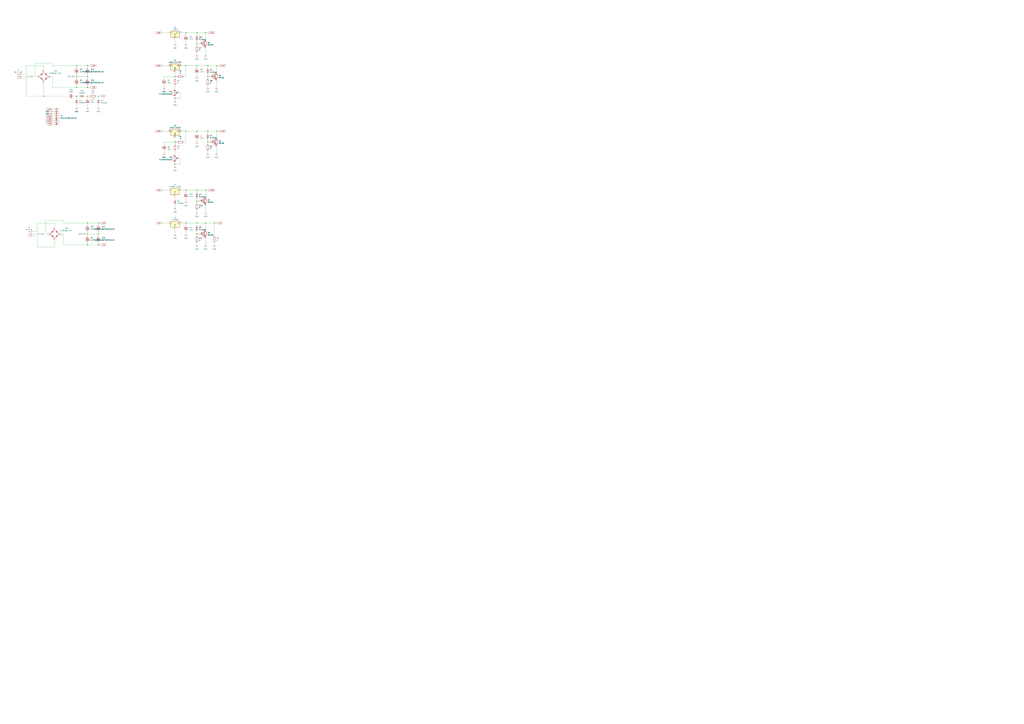
<source format=kicad_sch>
(kicad_sch (version 20230121) (generator eeschema)

  (uuid b0803d18-4760-42f7-bd21-b862f2f8a940)

  (paper "A0")

  (lib_symbols
    (symbol "Connector:Conn_01x03_Pin" (pin_names (offset 1.016) hide) (in_bom yes) (on_board yes)
      (property "Reference" "J" (at 0 5.08 0)
        (effects (font (size 1.27 1.27)))
      )
      (property "Value" "Conn_01x03_Pin" (at 0 -5.08 0)
        (effects (font (size 1.27 1.27)))
      )
      (property "Footprint" "" (at 0 0 0)
        (effects (font (size 1.27 1.27)) hide)
      )
      (property "Datasheet" "~" (at 0 0 0)
        (effects (font (size 1.27 1.27)) hide)
      )
      (property "ki_locked" "" (at 0 0 0)
        (effects (font (size 1.27 1.27)))
      )
      (property "ki_keywords" "connector" (at 0 0 0)
        (effects (font (size 1.27 1.27)) hide)
      )
      (property "ki_description" "Generic connector, single row, 01x03, script generated" (at 0 0 0)
        (effects (font (size 1.27 1.27)) hide)
      )
      (property "ki_fp_filters" "Connector*:*_1x??_*" (at 0 0 0)
        (effects (font (size 1.27 1.27)) hide)
      )
      (symbol "Conn_01x03_Pin_1_1"
        (polyline
          (pts
            (xy 1.27 -2.54)
            (xy 0.8636 -2.54)
          )
          (stroke (width 0.1524) (type default))
          (fill (type none))
        )
        (polyline
          (pts
            (xy 1.27 0)
            (xy 0.8636 0)
          )
          (stroke (width 0.1524) (type default))
          (fill (type none))
        )
        (polyline
          (pts
            (xy 1.27 2.54)
            (xy 0.8636 2.54)
          )
          (stroke (width 0.1524) (type default))
          (fill (type none))
        )
        (rectangle (start 0.8636 -2.413) (end 0 -2.667)
          (stroke (width 0.1524) (type default))
          (fill (type outline))
        )
        (rectangle (start 0.8636 0.127) (end 0 -0.127)
          (stroke (width 0.1524) (type default))
          (fill (type outline))
        )
        (rectangle (start 0.8636 2.667) (end 0 2.413)
          (stroke (width 0.1524) (type default))
          (fill (type outline))
        )
        (pin passive line (at 5.08 2.54 180) (length 3.81)
          (name "Pin_1" (effects (font (size 1.27 1.27))))
          (number "1" (effects (font (size 1.27 1.27))))
        )
        (pin passive line (at 5.08 0 180) (length 3.81)
          (name "Pin_2" (effects (font (size 1.27 1.27))))
          (number "2" (effects (font (size 1.27 1.27))))
        )
        (pin passive line (at 5.08 -2.54 180) (length 3.81)
          (name "Pin_3" (effects (font (size 1.27 1.27))))
          (number "3" (effects (font (size 1.27 1.27))))
        )
      )
    )
    (symbol "Connector:Conn_01x08_Socket" (pin_names (offset 1.016) hide) (in_bom yes) (on_board yes)
      (property "Reference" "J" (at 0 10.16 0)
        (effects (font (size 1.27 1.27)))
      )
      (property "Value" "Conn_01x08_Socket" (at 0 -12.7 0)
        (effects (font (size 1.27 1.27)))
      )
      (property "Footprint" "" (at 0 0 0)
        (effects (font (size 1.27 1.27)) hide)
      )
      (property "Datasheet" "~" (at 0 0 0)
        (effects (font (size 1.27 1.27)) hide)
      )
      (property "ki_locked" "" (at 0 0 0)
        (effects (font (size 1.27 1.27)))
      )
      (property "ki_keywords" "connector" (at 0 0 0)
        (effects (font (size 1.27 1.27)) hide)
      )
      (property "ki_description" "Generic connector, single row, 01x08, script generated" (at 0 0 0)
        (effects (font (size 1.27 1.27)) hide)
      )
      (property "ki_fp_filters" "Connector*:*_1x??_*" (at 0 0 0)
        (effects (font (size 1.27 1.27)) hide)
      )
      (symbol "Conn_01x08_Socket_1_1"
        (arc (start 0 -9.652) (mid -0.5058 -10.16) (end 0 -10.668)
          (stroke (width 0.1524) (type default))
          (fill (type none))
        )
        (arc (start 0 -7.112) (mid -0.5058 -7.62) (end 0 -8.128)
          (stroke (width 0.1524) (type default))
          (fill (type none))
        )
        (arc (start 0 -4.572) (mid -0.5058 -5.08) (end 0 -5.588)
          (stroke (width 0.1524) (type default))
          (fill (type none))
        )
        (arc (start 0 -2.032) (mid -0.5058 -2.54) (end 0 -3.048)
          (stroke (width 0.1524) (type default))
          (fill (type none))
        )
        (polyline
          (pts
            (xy -1.27 -10.16)
            (xy -0.508 -10.16)
          )
          (stroke (width 0.1524) (type default))
          (fill (type none))
        )
        (polyline
          (pts
            (xy -1.27 -7.62)
            (xy -0.508 -7.62)
          )
          (stroke (width 0.1524) (type default))
          (fill (type none))
        )
        (polyline
          (pts
            (xy -1.27 -5.08)
            (xy -0.508 -5.08)
          )
          (stroke (width 0.1524) (type default))
          (fill (type none))
        )
        (polyline
          (pts
            (xy -1.27 -2.54)
            (xy -0.508 -2.54)
          )
          (stroke (width 0.1524) (type default))
          (fill (type none))
        )
        (polyline
          (pts
            (xy -1.27 0)
            (xy -0.508 0)
          )
          (stroke (width 0.1524) (type default))
          (fill (type none))
        )
        (polyline
          (pts
            (xy -1.27 2.54)
            (xy -0.508 2.54)
          )
          (stroke (width 0.1524) (type default))
          (fill (type none))
        )
        (polyline
          (pts
            (xy -1.27 5.08)
            (xy -0.508 5.08)
          )
          (stroke (width 0.1524) (type default))
          (fill (type none))
        )
        (polyline
          (pts
            (xy -1.27 7.62)
            (xy -0.508 7.62)
          )
          (stroke (width 0.1524) (type default))
          (fill (type none))
        )
        (arc (start 0 0.508) (mid -0.5058 0) (end 0 -0.508)
          (stroke (width 0.1524) (type default))
          (fill (type none))
        )
        (arc (start 0 3.048) (mid -0.5058 2.54) (end 0 2.032)
          (stroke (width 0.1524) (type default))
          (fill (type none))
        )
        (arc (start 0 5.588) (mid -0.5058 5.08) (end 0 4.572)
          (stroke (width 0.1524) (type default))
          (fill (type none))
        )
        (arc (start 0 8.128) (mid -0.5058 7.62) (end 0 7.112)
          (stroke (width 0.1524) (type default))
          (fill (type none))
        )
        (pin passive line (at -5.08 7.62 0) (length 3.81)
          (name "Pin_1" (effects (font (size 1.27 1.27))))
          (number "1" (effects (font (size 1.27 1.27))))
        )
        (pin passive line (at -5.08 5.08 0) (length 3.81)
          (name "Pin_2" (effects (font (size 1.27 1.27))))
          (number "2" (effects (font (size 1.27 1.27))))
        )
        (pin passive line (at -5.08 2.54 0) (length 3.81)
          (name "Pin_3" (effects (font (size 1.27 1.27))))
          (number "3" (effects (font (size 1.27 1.27))))
        )
        (pin passive line (at -5.08 0 0) (length 3.81)
          (name "Pin_4" (effects (font (size 1.27 1.27))))
          (number "4" (effects (font (size 1.27 1.27))))
        )
        (pin passive line (at -5.08 -2.54 0) (length 3.81)
          (name "Pin_5" (effects (font (size 1.27 1.27))))
          (number "5" (effects (font (size 1.27 1.27))))
        )
        (pin passive line (at -5.08 -5.08 0) (length 3.81)
          (name "Pin_6" (effects (font (size 1.27 1.27))))
          (number "6" (effects (font (size 1.27 1.27))))
        )
        (pin passive line (at -5.08 -7.62 0) (length 3.81)
          (name "Pin_7" (effects (font (size 1.27 1.27))))
          (number "7" (effects (font (size 1.27 1.27))))
        )
        (pin passive line (at -5.08 -10.16 0) (length 3.81)
          (name "Pin_8" (effects (font (size 1.27 1.27))))
          (number "8" (effects (font (size 1.27 1.27))))
        )
      )
    )
    (symbol "Device:C" (pin_numbers hide) (pin_names (offset 0.254)) (in_bom yes) (on_board yes)
      (property "Reference" "C" (at 0.635 2.54 0)
        (effects (font (size 1.27 1.27)) (justify left))
      )
      (property "Value" "C" (at 0.635 -2.54 0)
        (effects (font (size 1.27 1.27)) (justify left))
      )
      (property "Footprint" "" (at 0.9652 -3.81 0)
        (effects (font (size 1.27 1.27)) hide)
      )
      (property "Datasheet" "~" (at 0 0 0)
        (effects (font (size 1.27 1.27)) hide)
      )
      (property "ki_keywords" "cap capacitor" (at 0 0 0)
        (effects (font (size 1.27 1.27)) hide)
      )
      (property "ki_description" "Unpolarized capacitor" (at 0 0 0)
        (effects (font (size 1.27 1.27)) hide)
      )
      (property "ki_fp_filters" "C_*" (at 0 0 0)
        (effects (font (size 1.27 1.27)) hide)
      )
      (symbol "C_0_1"
        (polyline
          (pts
            (xy -2.032 -0.762)
            (xy 2.032 -0.762)
          )
          (stroke (width 0.508) (type default))
          (fill (type none))
        )
        (polyline
          (pts
            (xy -2.032 0.762)
            (xy 2.032 0.762)
          )
          (stroke (width 0.508) (type default))
          (fill (type none))
        )
      )
      (symbol "C_1_1"
        (pin passive line (at 0 3.81 270) (length 2.794)
          (name "~" (effects (font (size 1.27 1.27))))
          (number "1" (effects (font (size 1.27 1.27))))
        )
        (pin passive line (at 0 -3.81 90) (length 2.794)
          (name "~" (effects (font (size 1.27 1.27))))
          (number "2" (effects (font (size 1.27 1.27))))
        )
      )
    )
    (symbol "Device:C_Polarized_US" (pin_numbers hide) (pin_names (offset 0.254) hide) (in_bom yes) (on_board yes)
      (property "Reference" "C" (at 0.635 2.54 0)
        (effects (font (size 1.27 1.27)) (justify left))
      )
      (property "Value" "C_Polarized_US" (at 0.635 -2.54 0)
        (effects (font (size 1.27 1.27)) (justify left))
      )
      (property "Footprint" "" (at 0 0 0)
        (effects (font (size 1.27 1.27)) hide)
      )
      (property "Datasheet" "~" (at 0 0 0)
        (effects (font (size 1.27 1.27)) hide)
      )
      (property "ki_keywords" "cap capacitor" (at 0 0 0)
        (effects (font (size 1.27 1.27)) hide)
      )
      (property "ki_description" "Polarized capacitor, US symbol" (at 0 0 0)
        (effects (font (size 1.27 1.27)) hide)
      )
      (property "ki_fp_filters" "CP_*" (at 0 0 0)
        (effects (font (size 1.27 1.27)) hide)
      )
      (symbol "C_Polarized_US_0_1"
        (polyline
          (pts
            (xy -2.032 0.762)
            (xy 2.032 0.762)
          )
          (stroke (width 0.508) (type default))
          (fill (type none))
        )
        (polyline
          (pts
            (xy -1.778 2.286)
            (xy -0.762 2.286)
          )
          (stroke (width 0) (type default))
          (fill (type none))
        )
        (polyline
          (pts
            (xy -1.27 1.778)
            (xy -1.27 2.794)
          )
          (stroke (width 0) (type default))
          (fill (type none))
        )
        (arc (start 2.032 -1.27) (mid 0 -0.5572) (end -2.032 -1.27)
          (stroke (width 0.508) (type default))
          (fill (type none))
        )
      )
      (symbol "C_Polarized_US_1_1"
        (pin passive line (at 0 3.81 270) (length 2.794)
          (name "~" (effects (font (size 1.27 1.27))))
          (number "1" (effects (font (size 1.27 1.27))))
        )
        (pin passive line (at 0 -3.81 90) (length 3.302)
          (name "~" (effects (font (size 1.27 1.27))))
          (number "2" (effects (font (size 1.27 1.27))))
        )
      )
    )
    (symbol "Device:D_Bridge_+AA-" (pin_names (offset 0)) (in_bom yes) (on_board yes)
      (property "Reference" "D" (at 2.54 6.985 0)
        (effects (font (size 1.27 1.27)) (justify left))
      )
      (property "Value" "D_Bridge_+AA-" (at 2.54 5.08 0)
        (effects (font (size 1.27 1.27)) (justify left))
      )
      (property "Footprint" "" (at 0 0 0)
        (effects (font (size 1.27 1.27)) hide)
      )
      (property "Datasheet" "~" (at 0 0 0)
        (effects (font (size 1.27 1.27)) hide)
      )
      (property "ki_keywords" "rectifier ACDC" (at 0 0 0)
        (effects (font (size 1.27 1.27)) hide)
      )
      (property "ki_description" "Diode bridge, +ve/AC/AC/-ve" (at 0 0 0)
        (effects (font (size 1.27 1.27)) hide)
      )
      (property "ki_fp_filters" "D*Bridge* D*Rectifier*" (at 0 0 0)
        (effects (font (size 1.27 1.27)) hide)
      )
      (symbol "D_Bridge_+AA-_0_1"
        (circle (center -5.08 0) (radius 0.254)
          (stroke (width 0) (type default))
          (fill (type outline))
        )
        (circle (center 0 -5.08) (radius 0.254)
          (stroke (width 0) (type default))
          (fill (type outline))
        )
        (polyline
          (pts
            (xy -2.54 3.81)
            (xy -1.27 2.54)
          )
          (stroke (width 0.254) (type default))
          (fill (type none))
        )
        (polyline
          (pts
            (xy -1.27 -2.54)
            (xy -2.54 -3.81)
          )
          (stroke (width 0.254) (type default))
          (fill (type none))
        )
        (polyline
          (pts
            (xy 2.54 -1.27)
            (xy 3.81 -2.54)
          )
          (stroke (width 0.254) (type default))
          (fill (type none))
        )
        (polyline
          (pts
            (xy 2.54 1.27)
            (xy 3.81 2.54)
          )
          (stroke (width 0.254) (type default))
          (fill (type none))
        )
        (polyline
          (pts
            (xy -3.81 2.54)
            (xy -2.54 1.27)
            (xy -1.905 3.175)
            (xy -3.81 2.54)
          )
          (stroke (width 0.254) (type default))
          (fill (type none))
        )
        (polyline
          (pts
            (xy -2.54 -1.27)
            (xy -3.81 -2.54)
            (xy -1.905 -3.175)
            (xy -2.54 -1.27)
          )
          (stroke (width 0.254) (type default))
          (fill (type none))
        )
        (polyline
          (pts
            (xy 1.27 2.54)
            (xy 2.54 3.81)
            (xy 3.175 1.905)
            (xy 1.27 2.54)
          )
          (stroke (width 0.254) (type default))
          (fill (type none))
        )
        (polyline
          (pts
            (xy 3.175 -1.905)
            (xy 1.27 -2.54)
            (xy 2.54 -3.81)
            (xy 3.175 -1.905)
          )
          (stroke (width 0.254) (type default))
          (fill (type none))
        )
        (polyline
          (pts
            (xy -5.08 0)
            (xy 0 -5.08)
            (xy 5.08 0)
            (xy 0 5.08)
            (xy -5.08 0)
          )
          (stroke (width 0) (type default))
          (fill (type none))
        )
        (circle (center 0 5.08) (radius 0.254)
          (stroke (width 0) (type default))
          (fill (type outline))
        )
        (circle (center 5.08 0) (radius 0.254)
          (stroke (width 0) (type default))
          (fill (type outline))
        )
      )
      (symbol "D_Bridge_+AA-_1_1"
        (pin passive line (at 7.62 0 180) (length 2.54)
          (name "+" (effects (font (size 1.27 1.27))))
          (number "1" (effects (font (size 1.27 1.27))))
        )
        (pin passive line (at 0 7.62 270) (length 2.54)
          (name "~" (effects (font (size 1.27 1.27))))
          (number "2" (effects (font (size 1.27 1.27))))
        )
        (pin passive line (at 0 -7.62 90) (length 2.54)
          (name "~" (effects (font (size 1.27 1.27))))
          (number "3" (effects (font (size 1.27 1.27))))
        )
        (pin passive line (at -7.62 0 0) (length 2.54)
          (name "-" (effects (font (size 1.27 1.27))))
          (number "4" (effects (font (size 1.27 1.27))))
        )
      )
    )
    (symbol "Device:D_Zener" (pin_numbers hide) (pin_names (offset 1.016) hide) (in_bom yes) (on_board yes)
      (property "Reference" "D" (at 0 2.54 0)
        (effects (font (size 1.27 1.27)))
      )
      (property "Value" "D_Zener" (at 0 -2.54 0)
        (effects (font (size 1.27 1.27)))
      )
      (property "Footprint" "" (at 0 0 0)
        (effects (font (size 1.27 1.27)) hide)
      )
      (property "Datasheet" "~" (at 0 0 0)
        (effects (font (size 1.27 1.27)) hide)
      )
      (property "ki_keywords" "diode" (at 0 0 0)
        (effects (font (size 1.27 1.27)) hide)
      )
      (property "ki_description" "Zener diode" (at 0 0 0)
        (effects (font (size 1.27 1.27)) hide)
      )
      (property "ki_fp_filters" "TO-???* *_Diode_* *SingleDiode* D_*" (at 0 0 0)
        (effects (font (size 1.27 1.27)) hide)
      )
      (symbol "D_Zener_0_1"
        (polyline
          (pts
            (xy 1.27 0)
            (xy -1.27 0)
          )
          (stroke (width 0) (type default))
          (fill (type none))
        )
        (polyline
          (pts
            (xy -1.27 -1.27)
            (xy -1.27 1.27)
            (xy -0.762 1.27)
          )
          (stroke (width 0.254) (type default))
          (fill (type none))
        )
        (polyline
          (pts
            (xy 1.27 -1.27)
            (xy 1.27 1.27)
            (xy -1.27 0)
            (xy 1.27 -1.27)
          )
          (stroke (width 0.254) (type default))
          (fill (type none))
        )
      )
      (symbol "D_Zener_1_1"
        (pin passive line (at -3.81 0 0) (length 2.54)
          (name "K" (effects (font (size 1.27 1.27))))
          (number "1" (effects (font (size 1.27 1.27))))
        )
        (pin passive line (at 3.81 0 180) (length 2.54)
          (name "A" (effects (font (size 1.27 1.27))))
          (number "2" (effects (font (size 1.27 1.27))))
        )
      )
    )
    (symbol "Device:R" (pin_numbers hide) (pin_names (offset 0)) (in_bom yes) (on_board yes)
      (property "Reference" "R" (at 2.032 0 90)
        (effects (font (size 1.27 1.27)))
      )
      (property "Value" "R" (at 0 0 90)
        (effects (font (size 1.27 1.27)))
      )
      (property "Footprint" "" (at -1.778 0 90)
        (effects (font (size 1.27 1.27)) hide)
      )
      (property "Datasheet" "~" (at 0 0 0)
        (effects (font (size 1.27 1.27)) hide)
      )
      (property "ki_keywords" "R res resistor" (at 0 0 0)
        (effects (font (size 1.27 1.27)) hide)
      )
      (property "ki_description" "Resistor" (at 0 0 0)
        (effects (font (size 1.27 1.27)) hide)
      )
      (property "ki_fp_filters" "R_*" (at 0 0 0)
        (effects (font (size 1.27 1.27)) hide)
      )
      (symbol "R_0_1"
        (rectangle (start -1.016 -2.54) (end 1.016 2.54)
          (stroke (width 0.254) (type default))
          (fill (type none))
        )
      )
      (symbol "R_1_1"
        (pin passive line (at 0 3.81 270) (length 1.27)
          (name "~" (effects (font (size 1.27 1.27))))
          (number "1" (effects (font (size 1.27 1.27))))
        )
        (pin passive line (at 0 -3.81 90) (length 1.27)
          (name "~" (effects (font (size 1.27 1.27))))
          (number "2" (effects (font (size 1.27 1.27))))
        )
      )
    )
    (symbol "Device:R_Potentiometer" (pin_names (offset 1.016) hide) (in_bom yes) (on_board yes)
      (property "Reference" "RV" (at -4.445 0 90)
        (effects (font (size 1.27 1.27)))
      )
      (property "Value" "R_Potentiometer" (at -2.54 0 90)
        (effects (font (size 1.27 1.27)))
      )
      (property "Footprint" "" (at 0 0 0)
        (effects (font (size 1.27 1.27)) hide)
      )
      (property "Datasheet" "~" (at 0 0 0)
        (effects (font (size 1.27 1.27)) hide)
      )
      (property "ki_keywords" "resistor variable" (at 0 0 0)
        (effects (font (size 1.27 1.27)) hide)
      )
      (property "ki_description" "Potentiometer" (at 0 0 0)
        (effects (font (size 1.27 1.27)) hide)
      )
      (property "ki_fp_filters" "Potentiometer*" (at 0 0 0)
        (effects (font (size 1.27 1.27)) hide)
      )
      (symbol "R_Potentiometer_0_1"
        (polyline
          (pts
            (xy 2.54 0)
            (xy 1.524 0)
          )
          (stroke (width 0) (type default))
          (fill (type none))
        )
        (polyline
          (pts
            (xy 1.143 0)
            (xy 2.286 0.508)
            (xy 2.286 -0.508)
            (xy 1.143 0)
          )
          (stroke (width 0) (type default))
          (fill (type outline))
        )
        (rectangle (start 1.016 2.54) (end -1.016 -2.54)
          (stroke (width 0.254) (type default))
          (fill (type none))
        )
      )
      (symbol "R_Potentiometer_1_1"
        (pin passive line (at 0 3.81 270) (length 1.27)
          (name "1" (effects (font (size 1.27 1.27))))
          (number "1" (effects (font (size 1.27 1.27))))
        )
        (pin passive line (at 3.81 0 180) (length 1.27)
          (name "2" (effects (font (size 1.27 1.27))))
          (number "2" (effects (font (size 1.27 1.27))))
        )
        (pin passive line (at 0 -3.81 90) (length 1.27)
          (name "3" (effects (font (size 1.27 1.27))))
          (number "3" (effects (font (size 1.27 1.27))))
        )
      )
    )
    (symbol "Diode:1N4002" (pin_numbers hide) (pin_names hide) (in_bom yes) (on_board yes)
      (property "Reference" "D" (at 0 2.54 0)
        (effects (font (size 1.27 1.27)))
      )
      (property "Value" "1N4002" (at 0 -2.54 0)
        (effects (font (size 1.27 1.27)))
      )
      (property "Footprint" "Diode_THT:D_DO-41_SOD81_P10.16mm_Horizontal" (at 0 -4.445 0)
        (effects (font (size 1.27 1.27)) hide)
      )
      (property "Datasheet" "http://www.vishay.com/docs/88503/1n4001.pdf" (at 0 0 0)
        (effects (font (size 1.27 1.27)) hide)
      )
      (property "Sim.Device" "D" (at 0 0 0)
        (effects (font (size 1.27 1.27)) hide)
      )
      (property "Sim.Pins" "1=K 2=A" (at 0 0 0)
        (effects (font (size 1.27 1.27)) hide)
      )
      (property "ki_keywords" "diode" (at 0 0 0)
        (effects (font (size 1.27 1.27)) hide)
      )
      (property "ki_description" "100V 1A General Purpose Rectifier Diode, DO-41" (at 0 0 0)
        (effects (font (size 1.27 1.27)) hide)
      )
      (property "ki_fp_filters" "D*DO?41*" (at 0 0 0)
        (effects (font (size 1.27 1.27)) hide)
      )
      (symbol "1N4002_0_1"
        (polyline
          (pts
            (xy -1.27 1.27)
            (xy -1.27 -1.27)
          )
          (stroke (width 0.254) (type default))
          (fill (type none))
        )
        (polyline
          (pts
            (xy 1.27 0)
            (xy -1.27 0)
          )
          (stroke (width 0) (type default))
          (fill (type none))
        )
        (polyline
          (pts
            (xy 1.27 1.27)
            (xy 1.27 -1.27)
            (xy -1.27 0)
            (xy 1.27 1.27)
          )
          (stroke (width 0.254) (type default))
          (fill (type none))
        )
      )
      (symbol "1N4002_1_1"
        (pin passive line (at -3.81 0 0) (length 2.54)
          (name "K" (effects (font (size 1.27 1.27))))
          (number "1" (effects (font (size 1.27 1.27))))
        )
        (pin passive line (at 3.81 0 180) (length 2.54)
          (name "A" (effects (font (size 1.27 1.27))))
          (number "2" (effects (font (size 1.27 1.27))))
        )
      )
    )
    (symbol "Diode:1N4004" (pin_numbers hide) (pin_names hide) (in_bom yes) (on_board yes)
      (property "Reference" "D" (at 0 2.54 0)
        (effects (font (size 1.27 1.27)))
      )
      (property "Value" "1N4004" (at 0 -2.54 0)
        (effects (font (size 1.27 1.27)))
      )
      (property "Footprint" "Diode_THT:D_DO-41_SOD81_P10.16mm_Horizontal" (at 0 -4.445 0)
        (effects (font (size 1.27 1.27)) hide)
      )
      (property "Datasheet" "http://www.vishay.com/docs/88503/1n4001.pdf" (at 0 0 0)
        (effects (font (size 1.27 1.27)) hide)
      )
      (property "Sim.Device" "D" (at 0 0 0)
        (effects (font (size 1.27 1.27)) hide)
      )
      (property "Sim.Pins" "1=K 2=A" (at 0 0 0)
        (effects (font (size 1.27 1.27)) hide)
      )
      (property "ki_keywords" "diode" (at 0 0 0)
        (effects (font (size 1.27 1.27)) hide)
      )
      (property "ki_description" "400V 1A General Purpose Rectifier Diode, DO-41" (at 0 0 0)
        (effects (font (size 1.27 1.27)) hide)
      )
      (property "ki_fp_filters" "D*DO?41*" (at 0 0 0)
        (effects (font (size 1.27 1.27)) hide)
      )
      (symbol "1N4004_0_1"
        (polyline
          (pts
            (xy -1.27 1.27)
            (xy -1.27 -1.27)
          )
          (stroke (width 0.254) (type default))
          (fill (type none))
        )
        (polyline
          (pts
            (xy 1.27 0)
            (xy -1.27 0)
          )
          (stroke (width 0) (type default))
          (fill (type none))
        )
        (polyline
          (pts
            (xy 1.27 1.27)
            (xy 1.27 -1.27)
            (xy -1.27 0)
            (xy 1.27 1.27)
          )
          (stroke (width 0.254) (type default))
          (fill (type none))
        )
      )
      (symbol "1N4004_1_1"
        (pin passive line (at -3.81 0 0) (length 2.54)
          (name "K" (effects (font (size 1.27 1.27))))
          (number "1" (effects (font (size 1.27 1.27))))
        )
        (pin passive line (at 3.81 0 180) (length 2.54)
          (name "A" (effects (font (size 1.27 1.27))))
          (number "2" (effects (font (size 1.27 1.27))))
        )
      )
    )
    (symbol "Regulator_Linear:L7812" (pin_names (offset 0.254)) (in_bom yes) (on_board yes)
      (property "Reference" "U" (at -3.81 3.175 0)
        (effects (font (size 1.27 1.27)))
      )
      (property "Value" "L7812" (at 0 3.175 0)
        (effects (font (size 1.27 1.27)) (justify left))
      )
      (property "Footprint" "" (at 0.635 -3.81 0)
        (effects (font (size 1.27 1.27) italic) (justify left) hide)
      )
      (property "Datasheet" "http://www.st.com/content/ccc/resource/technical/document/datasheet/41/4f/b3/b0/12/d4/47/88/CD00000444.pdf/files/CD00000444.pdf/jcr:content/translations/en.CD00000444.pdf" (at 0 -1.27 0)
        (effects (font (size 1.27 1.27)) hide)
      )
      (property "ki_keywords" "Voltage Regulator 1.5A Positive" (at 0 0 0)
        (effects (font (size 1.27 1.27)) hide)
      )
      (property "ki_description" "Positive 1.5A 35V Linear Regulator, Fixed Output 12V, TO-220/TO-263/TO-252" (at 0 0 0)
        (effects (font (size 1.27 1.27)) hide)
      )
      (property "ki_fp_filters" "TO?252* TO?263* TO?220*" (at 0 0 0)
        (effects (font (size 1.27 1.27)) hide)
      )
      (symbol "L7812_0_1"
        (rectangle (start -5.08 1.905) (end 5.08 -5.08)
          (stroke (width 0.254) (type default))
          (fill (type background))
        )
      )
      (symbol "L7812_1_1"
        (pin power_in line (at -7.62 0 0) (length 2.54)
          (name "IN" (effects (font (size 1.27 1.27))))
          (number "1" (effects (font (size 1.27 1.27))))
        )
        (pin power_in line (at 0 -7.62 90) (length 2.54)
          (name "GND" (effects (font (size 1.27 1.27))))
          (number "2" (effects (font (size 1.27 1.27))))
        )
        (pin power_out line (at 7.62 0 180) (length 2.54)
          (name "OUT" (effects (font (size 1.27 1.27))))
          (number "3" (effects (font (size 1.27 1.27))))
        )
      )
    )
    (symbol "Regulator_Linear:LM317_TO-220" (pin_names (offset 0.254)) (in_bom yes) (on_board yes)
      (property "Reference" "U" (at -3.81 3.175 0)
        (effects (font (size 1.27 1.27)))
      )
      (property "Value" "LM317_TO-220" (at 0 3.175 0)
        (effects (font (size 1.27 1.27)) (justify left))
      )
      (property "Footprint" "Package_TO_SOT_THT:TO-220-3_Vertical" (at 0 6.35 0)
        (effects (font (size 1.27 1.27) italic) hide)
      )
      (property "Datasheet" "http://www.ti.com/lit/ds/symlink/lm317.pdf" (at 0 0 0)
        (effects (font (size 1.27 1.27)) hide)
      )
      (property "ki_keywords" "Adjustable Voltage Regulator 1A Positive" (at 0 0 0)
        (effects (font (size 1.27 1.27)) hide)
      )
      (property "ki_description" "1.5A 35V Adjustable Linear Regulator, TO-220" (at 0 0 0)
        (effects (font (size 1.27 1.27)) hide)
      )
      (property "ki_fp_filters" "TO?220*" (at 0 0 0)
        (effects (font (size 1.27 1.27)) hide)
      )
      (symbol "LM317_TO-220_0_1"
        (rectangle (start -5.08 1.905) (end 5.08 -5.08)
          (stroke (width 0.254) (type default))
          (fill (type background))
        )
      )
      (symbol "LM317_TO-220_1_1"
        (pin input line (at 0 -7.62 90) (length 2.54)
          (name "ADJ" (effects (font (size 1.27 1.27))))
          (number "1" (effects (font (size 1.27 1.27))))
        )
        (pin power_out line (at 7.62 0 180) (length 2.54)
          (name "VO" (effects (font (size 1.27 1.27))))
          (number "2" (effects (font (size 1.27 1.27))))
        )
        (pin power_in line (at -7.62 0 0) (length 2.54)
          (name "VI" (effects (font (size 1.27 1.27))))
          (number "3" (effects (font (size 1.27 1.27))))
        )
      )
    )
    (symbol "Regulator_Linear:LM337_TO220" (pin_names (offset 0.254)) (in_bom yes) (on_board yes)
      (property "Reference" "U" (at -3.81 -3.175 0)
        (effects (font (size 1.27 1.27)))
      )
      (property "Value" "LM337_TO220" (at 0 -3.175 0)
        (effects (font (size 1.27 1.27)) (justify left))
      )
      (property "Footprint" "Package_TO_SOT_THT:TO-220-3_Vertical" (at 0 -5.08 0)
        (effects (font (size 1.27 1.27) italic) hide)
      )
      (property "Datasheet" "http://www.ti.com/lit/ds/symlink/lm337-n.pdf" (at 0 0 0)
        (effects (font (size 1.27 1.27)) hide)
      )
      (property "ki_keywords" "Adjustable Voltage Regulator 1.5A Negative" (at 0 0 0)
        (effects (font (size 1.27 1.27)) hide)
      )
      (property "ki_description" "Negative 1.5A 35V Adjustable Linear Regulator, TO-220" (at 0 0 0)
        (effects (font (size 1.27 1.27)) hide)
      )
      (property "ki_fp_filters" "TO?220*" (at 0 0 0)
        (effects (font (size 1.27 1.27)) hide)
      )
      (symbol "LM337_TO220_0_1"
        (rectangle (start -5.08 5.08) (end 5.08 -1.905)
          (stroke (width 0.254) (type default))
          (fill (type background))
        )
      )
      (symbol "LM337_TO220_1_1"
        (pin input line (at 0 7.62 270) (length 2.54)
          (name "ADJ" (effects (font (size 1.27 1.27))))
          (number "1" (effects (font (size 1.27 1.27))))
        )
        (pin power_in line (at -7.62 0 0) (length 2.54)
          (name "VI" (effects (font (size 1.27 1.27))))
          (number "2" (effects (font (size 1.27 1.27))))
        )
        (pin power_out line (at 7.62 0 180) (length 2.54)
          (name "VO" (effects (font (size 1.27 1.27))))
          (number "3" (effects (font (size 1.27 1.27))))
        )
      )
    )
    (symbol "Regulator_Linear:LM7805_TO220" (pin_names (offset 0.254)) (in_bom yes) (on_board yes)
      (property "Reference" "U" (at -3.81 3.175 0)
        (effects (font (size 1.27 1.27)))
      )
      (property "Value" "LM7805_TO220" (at 0 3.175 0)
        (effects (font (size 1.27 1.27)) (justify left))
      )
      (property "Footprint" "Package_TO_SOT_THT:TO-220-3_Vertical" (at 0 5.715 0)
        (effects (font (size 1.27 1.27) italic) hide)
      )
      (property "Datasheet" "https://www.onsemi.cn/PowerSolutions/document/MC7800-D.PDF" (at 0 -1.27 0)
        (effects (font (size 1.27 1.27)) hide)
      )
      (property "ki_keywords" "Voltage Regulator 1A Positive" (at 0 0 0)
        (effects (font (size 1.27 1.27)) hide)
      )
      (property "ki_description" "Positive 1A 35V Linear Regulator, Fixed Output 5V, TO-220" (at 0 0 0)
        (effects (font (size 1.27 1.27)) hide)
      )
      (property "ki_fp_filters" "TO?220*" (at 0 0 0)
        (effects (font (size 1.27 1.27)) hide)
      )
      (symbol "LM7805_TO220_0_1"
        (rectangle (start -5.08 1.905) (end 5.08 -5.08)
          (stroke (width 0.254) (type default))
          (fill (type background))
        )
      )
      (symbol "LM7805_TO220_1_1"
        (pin power_in line (at -7.62 0 0) (length 2.54)
          (name "VI" (effects (font (size 1.27 1.27))))
          (number "1" (effects (font (size 1.27 1.27))))
        )
        (pin power_in line (at 0 -7.62 90) (length 2.54)
          (name "GND" (effects (font (size 1.27 1.27))))
          (number "2" (effects (font (size 1.27 1.27))))
        )
        (pin power_out line (at 7.62 0 180) (length 2.54)
          (name "VO" (effects (font (size 1.27 1.27))))
          (number "3" (effects (font (size 1.27 1.27))))
        )
      )
    )
    (symbol "Regulator_Linear:MC7905" (pin_names (offset 0.254)) (in_bom yes) (on_board yes)
      (property "Reference" "U" (at -3.81 -3.175 0)
        (effects (font (size 1.27 1.27)))
      )
      (property "Value" "MC7905" (at 0 -3.175 0)
        (effects (font (size 1.27 1.27)) (justify left))
      )
      (property "Footprint" "" (at 0 -5.08 0)
        (effects (font (size 1.27 1.27) italic) hide)
      )
      (property "Datasheet" "http://www.onsemi.com/pub/Collateral/MC7900-D.PDF" (at 0 0 0)
        (effects (font (size 1.27 1.27)) hide)
      )
      (property "ki_keywords" "Voltage Regulator 1.5A Negative" (at 0 0 0)
        (effects (font (size 1.27 1.27)) hide)
      )
      (property "ki_description" "Negative 1A 35V Linear Regulator, Fixed Output -5V, TO-220/TO-263" (at 0 0 0)
        (effects (font (size 1.27 1.27)) hide)
      )
      (property "ki_fp_filters" "TO?220* TO?263*" (at 0 0 0)
        (effects (font (size 1.27 1.27)) hide)
      )
      (symbol "MC7905_0_1"
        (rectangle (start -5.08 5.08) (end 5.08 -1.905)
          (stroke (width 0.254) (type default))
          (fill (type background))
        )
      )
      (symbol "MC7905_1_1"
        (pin power_in line (at 0 7.62 270) (length 2.54)
          (name "GND" (effects (font (size 1.27 1.27))))
          (number "1" (effects (font (size 1.27 1.27))))
        )
        (pin power_in line (at -7.62 0 0) (length 2.54)
          (name "VI" (effects (font (size 1.27 1.27))))
          (number "2" (effects (font (size 1.27 1.27))))
        )
        (pin power_out line (at 7.62 0 180) (length 2.54)
          (name "VO" (effects (font (size 1.27 1.27))))
          (number "3" (effects (font (size 1.27 1.27))))
        )
      )
    )
    (symbol "Transistor_BJT:BD135" (pin_names (offset 0) hide) (in_bom yes) (on_board yes)
      (property "Reference" "Q" (at 5.08 1.905 0)
        (effects (font (size 1.27 1.27)) (justify left))
      )
      (property "Value" "BD135" (at 5.08 0 0)
        (effects (font (size 1.27 1.27)) (justify left))
      )
      (property "Footprint" "Package_TO_SOT_THT:TO-126-3_Vertical" (at 5.08 -1.905 0)
        (effects (font (size 1.27 1.27) italic) (justify left) hide)
      )
      (property "Datasheet" "http://www.st.com/internet/com/TECHNICAL_RESOURCES/TECHNICAL_LITERATURE/DATASHEET/CD00001225.pdf" (at 0 0 0)
        (effects (font (size 1.27 1.27)) (justify left) hide)
      )
      (property "ki_keywords" "Low Voltage Transistor" (at 0 0 0)
        (effects (font (size 1.27 1.27)) hide)
      )
      (property "ki_description" "1.5A Ic, 45V Vce, Low Voltage Transistor, TO-126" (at 0 0 0)
        (effects (font (size 1.27 1.27)) hide)
      )
      (property "ki_fp_filters" "TO?126*" (at 0 0 0)
        (effects (font (size 1.27 1.27)) hide)
      )
      (symbol "BD135_0_1"
        (polyline
          (pts
            (xy 0 0)
            (xy 0.635 0)
          )
          (stroke (width 0) (type default))
          (fill (type none))
        )
        (polyline
          (pts
            (xy 2.54 -2.54)
            (xy 0.635 -0.635)
          )
          (stroke (width 0) (type default))
          (fill (type none))
        )
        (polyline
          (pts
            (xy 2.54 2.54)
            (xy 0.635 0.635)
          )
          (stroke (width 0) (type default))
          (fill (type none))
        )
        (polyline
          (pts
            (xy 0.635 1.905)
            (xy 0.635 -1.905)
            (xy 0.635 -1.905)
          )
          (stroke (width 0.508) (type default))
          (fill (type outline))
        )
        (polyline
          (pts
            (xy 1.2446 -1.778)
            (xy 1.7526 -1.27)
            (xy 2.286 -2.286)
            (xy 1.2446 -1.778)
            (xy 1.2446 -1.778)
          )
          (stroke (width 0) (type default))
          (fill (type outline))
        )
        (circle (center 1.27 0) (radius 2.8194)
          (stroke (width 0.3048) (type default))
          (fill (type none))
        )
      )
      (symbol "BD135_1_1"
        (pin passive line (at 2.54 -5.08 90) (length 2.54)
          (name "E" (effects (font (size 1.27 1.27))))
          (number "1" (effects (font (size 1.27 1.27))))
        )
        (pin passive line (at 2.54 5.08 270) (length 2.54)
          (name "C" (effects (font (size 1.27 1.27))))
          (number "2" (effects (font (size 1.27 1.27))))
        )
        (pin input line (at -5.08 0 0) (length 5.08)
          (name "B" (effects (font (size 1.27 1.27))))
          (number "3" (effects (font (size 1.27 1.27))))
        )
      )
    )
    (symbol "Transistor_BJT:BD438" (pin_names (offset 0) hide) (in_bom yes) (on_board yes)
      (property "Reference" "Q" (at 5.08 1.905 0)
        (effects (font (size 1.27 1.27)) (justify left))
      )
      (property "Value" "BD438" (at 5.08 0 0)
        (effects (font (size 1.27 1.27)) (justify left))
      )
      (property "Footprint" "Package_TO_SOT_THT:TO-126-3_Vertical" (at 5.08 -1.905 0)
        (effects (font (size 1.27 1.27) italic) (justify left) hide)
      )
      (property "Datasheet" "http://www.cdil.com/datasheets/bd433_42.pdf" (at 0 0 0)
        (effects (font (size 1.27 1.27)) (justify left) hide)
      )
      (property "ki_keywords" "Power PNP Transistor" (at 0 0 0)
        (effects (font (size 1.27 1.27)) hide)
      )
      (property "ki_description" "4A Ic, 45V Vce, Power PNP Transistor, TO-126" (at 0 0 0)
        (effects (font (size 1.27 1.27)) hide)
      )
      (property "ki_fp_filters" "TO?126*" (at 0 0 0)
        (effects (font (size 1.27 1.27)) hide)
      )
      (symbol "BD438_0_1"
        (polyline
          (pts
            (xy 0 0)
            (xy 0.635 0)
          )
          (stroke (width 0) (type default))
          (fill (type none))
        )
        (polyline
          (pts
            (xy 2.54 -2.54)
            (xy 0.635 -0.635)
          )
          (stroke (width 0) (type default))
          (fill (type none))
        )
        (polyline
          (pts
            (xy 2.54 2.54)
            (xy 0.635 0.635)
          )
          (stroke (width 0) (type default))
          (fill (type none))
        )
        (polyline
          (pts
            (xy 0.635 1.905)
            (xy 0.635 -1.905)
            (xy 0.635 -1.905)
          )
          (stroke (width 0.508) (type default))
          (fill (type outline))
        )
        (polyline
          (pts
            (xy 2.3114 -1.778)
            (xy 1.8034 -2.286)
            (xy 1.27 -1.27)
            (xy 2.3114 -1.778)
            (xy 2.3114 -1.778)
          )
          (stroke (width 0) (type default))
          (fill (type outline))
        )
        (circle (center 1.27 0) (radius 2.8194)
          (stroke (width 0.3048) (type default))
          (fill (type none))
        )
      )
      (symbol "BD438_1_1"
        (pin passive line (at 2.54 -5.08 90) (length 2.54)
          (name "E" (effects (font (size 1.27 1.27))))
          (number "1" (effects (font (size 1.27 1.27))))
        )
        (pin passive line (at 2.54 5.08 270) (length 2.54)
          (name "C" (effects (font (size 1.27 1.27))))
          (number "2" (effects (font (size 1.27 1.27))))
        )
        (pin input line (at -5.08 0 0) (length 5.08)
          (name "B" (effects (font (size 1.27 1.27))))
          (number "3" (effects (font (size 1.27 1.27))))
        )
      )
    )
    (symbol "power:GND" (power) (pin_names (offset 0)) (in_bom yes) (on_board yes)
      (property "Reference" "#PWR" (at 0 -6.35 0)
        (effects (font (size 1.27 1.27)) hide)
      )
      (property "Value" "GND" (at 0 -3.81 0)
        (effects (font (size 1.27 1.27)))
      )
      (property "Footprint" "" (at 0 0 0)
        (effects (font (size 1.27 1.27)) hide)
      )
      (property "Datasheet" "" (at 0 0 0)
        (effects (font (size 1.27 1.27)) hide)
      )
      (property "ki_keywords" "global power" (at 0 0 0)
        (effects (font (size 1.27 1.27)) hide)
      )
      (property "ki_description" "Power symbol creates a global label with name \"GND\" , ground" (at 0 0 0)
        (effects (font (size 1.27 1.27)) hide)
      )
      (symbol "GND_0_1"
        (polyline
          (pts
            (xy 0 0)
            (xy 0 -1.27)
            (xy 1.27 -1.27)
            (xy 0 -2.54)
            (xy -1.27 -1.27)
            (xy 0 -1.27)
          )
          (stroke (width 0) (type default))
          (fill (type none))
        )
      )
      (symbol "GND_1_1"
        (pin power_in line (at 0 0 270) (length 0) hide
          (name "GND" (effects (font (size 1.27 1.27))))
          (number "1" (effects (font (size 1.27 1.27))))
        )
      )
    )
  )

  (junction (at 228.6 38.1) (diameter 0) (color 0 0 0 0)
    (uuid 06006766-6f7d-4d66-a1d5-2115d6edab62)
  )
  (junction (at 88.9 76.2) (diameter 0) (color 0 0 0 0)
    (uuid 0a5e3bbe-ae7e-43ec-b4db-56cbd52f5bb8)
  )
  (junction (at 215.9 152.4) (diameter 0) (color 0 0 0 0)
    (uuid 0bfc7dd5-5985-495b-8ce7-1d33c8384434)
  )
  (junction (at 248.92 259.08) (diameter 0) (color 0 0 0 0)
    (uuid 10be3c3a-a36d-468d-b824-1132344cf5ab)
  )
  (junction (at 203.2 165.1) (diameter 0) (color 0 0 0 0)
    (uuid 1b43ebfc-bbc7-45e9-a60c-1adab4353f58)
  )
  (junction (at 251.46 76.2) (diameter 0) (color 0 0 0 0)
    (uuid 1b491606-6c85-4525-be45-08f04c615b2a)
  )
  (junction (at 238.76 38.1) (diameter 0) (color 0 0 0 0)
    (uuid 207837f8-072e-4994-8905-0d96c4353766)
  )
  (junction (at 203.2 114.3) (diameter 0) (color 0 0 0 0)
    (uuid 213b8a33-9b7b-4fe7-b103-add4f3b0c37a)
  )
  (junction (at 101.6 88.9) (diameter 0) (color 0 0 0 0)
    (uuid 24340e12-919f-4e97-afb3-3615d696026c)
  )
  (junction (at 203.2 88.9) (diameter 0) (color 0 0 0 0)
    (uuid 2aa7ce01-21c8-4cf7-aa52-4e7de23b1d15)
  )
  (junction (at 88.9 101.6) (diameter 0) (color 0 0 0 0)
    (uuid 2c526a3b-83f5-41bf-8da3-57f1769c660b)
  )
  (junction (at 101.6 76.2) (diameter 0) (color 0 0 0 0)
    (uuid 30ee5e23-1a39-400f-b3b0-3e6c4b1fe242)
  )
  (junction (at 88.9 88.9) (diameter 0) (color 0 0 0 0)
    (uuid 3573d2a2-8a2d-4e5a-a4b5-ef5bbed2448d)
  )
  (junction (at 238.76 259.08) (diameter 0) (color 0 0 0 0)
    (uuid 42b095e0-48bb-4334-97db-b8235fdf33ee)
  )
  (junction (at 101.6 259.08) (diameter 0) (color 0 0 0 0)
    (uuid 4f7f917c-40ae-4f49-b808-3c2a3764d070)
  )
  (junction (at 228.6 259.08) (diameter 0) (color 0 0 0 0)
    (uuid 56c46fb3-9873-43f5-88d8-d5c0b3971378)
  )
  (junction (at 228.6 76.2) (diameter 0) (color 0 0 0 0)
    (uuid 5adf830e-6d7c-41c9-94ce-aebb1aa343c7)
  )
  (junction (at 251.46 152.4) (diameter 0) (color 0 0 0 0)
    (uuid 5d41507e-7bae-4e9a-ab7a-9106528c96fa)
  )
  (junction (at 241.3 165.1) (diameter 0) (color 0 0 0 0)
    (uuid 64a7185c-0e68-4bd7-9ebf-758e46c196cd)
  )
  (junction (at 228.6 220.98) (diameter 0) (color 0 0 0 0)
    (uuid 6d2bb70a-8dc3-4d19-9b85-07740fa532a2)
  )
  (junction (at 241.3 152.4) (diameter 0) (color 0 0 0 0)
    (uuid 7bf7ec09-6e71-4d9b-840b-20fa2c69cf2f)
  )
  (junction (at 114.3 111.76) (diameter 0) (color 0 0 0 0)
    (uuid 7bfe1407-e77e-4345-9d98-6a663dc5615f)
  )
  (junction (at 114.3 271.78) (diameter 0) (color 0 0 0 0)
    (uuid 7f823f11-3b29-4983-9041-613105aa708c)
  )
  (junction (at 228.6 50.8) (diameter 0) (color 0 0 0 0)
    (uuid 8006902d-99d1-408f-8519-c8e91dac2e44)
  )
  (junction (at 215.9 259.08) (diameter 0) (color 0 0 0 0)
    (uuid 805f57af-26a7-4ebd-bff3-c3cc07cc3a27)
  )
  (junction (at 241.3 76.2) (diameter 0) (color 0 0 0 0)
    (uuid 90e12aa3-b362-4e4e-bae6-4701b8d13805)
  )
  (junction (at 114.3 259.08) (diameter 0) (color 0 0 0 0)
    (uuid 924b4c60-e762-4fbf-a45d-47f5beb342ce)
  )
  (junction (at 228.6 271.78) (diameter 0) (color 0 0 0 0)
    (uuid 9564dd20-9d40-49fd-a072-ceadd3d31a37)
  )
  (junction (at 215.9 220.98) (diameter 0) (color 0 0 0 0)
    (uuid 982b94cc-2036-4e96-9764-e255a599f7b7)
  )
  (junction (at 238.76 220.98) (diameter 0) (color 0 0 0 0)
    (uuid a56bfaa3-4fbc-4486-a07e-3229d33c88b2)
  )
  (junction (at 101.6 101.6) (diameter 0) (color 0 0 0 0)
    (uuid a5f1f279-647d-4f0b-8bfe-7cc453a2e4c2)
  )
  (junction (at 241.3 88.9) (diameter 0) (color 0 0 0 0)
    (uuid af2f8818-4565-4fd8-95a0-ded9cd835d78)
  )
  (junction (at 50.8 111.76) (diameter 0) (color 0 0 0 0)
    (uuid b9262d30-11aa-46b2-9aca-c7fb1ee9f698)
  )
  (junction (at 215.9 38.1) (diameter 0) (color 0 0 0 0)
    (uuid bb89624d-dbc4-42e3-a5a7-4d8ac027f048)
  )
  (junction (at 101.6 111.76) (diameter 0) (color 0 0 0 0)
    (uuid c3cfdf9b-7aaa-42db-80af-569cb4c655d8)
  )
  (junction (at 228.6 152.4) (diameter 0) (color 0 0 0 0)
    (uuid d40ae180-fe1b-4ef4-92f4-f96a5d781882)
  )
  (junction (at 203.2 190.5) (diameter 0) (color 0 0 0 0)
    (uuid d8dd0d7d-0343-42de-8ab1-7c403b2adc3a)
  )
  (junction (at 215.9 76.2) (diameter 0) (color 0 0 0 0)
    (uuid e043e165-e9e5-4ef9-a728-6c2f5803d353)
  )
  (junction (at 88.9 111.76) (diameter 0) (color 0 0 0 0)
    (uuid e33b142c-92f5-41d5-9780-834f1f810d30)
  )
  (junction (at 101.6 271.78) (diameter 0) (color 0 0 0 0)
    (uuid e5913b7f-ae87-4e70-a57f-98e788439cdb)
  )
  (junction (at 114.3 284.48) (diameter 0) (color 0 0 0 0)
    (uuid ed3973a9-8c60-407e-b83c-365c3f7d2896)
  )
  (junction (at 101.6 284.48) (diameter 0) (color 0 0 0 0)
    (uuid ed8c9533-8692-4b51-b14f-065ff7ffd9cf)
  )
  (junction (at 228.6 233.68) (diameter 0) (color 0 0 0 0)
    (uuid fcb5fe0d-b36e-4d4c-8083-464deaf2daa8)
  )

  (wire (pts (xy 203.2 114.3) (xy 203.2 116.84))
    (stroke (width 0) (type default))
    (uuid 0100baa6-4f85-4722-aab0-81539294bb11)
  )
  (wire (pts (xy 101.6 271.78) (xy 114.3 271.78))
    (stroke (width 0) (type default))
    (uuid 01756f04-0e88-4c08-9f17-578ecf9949fd)
  )
  (wire (pts (xy 60.96 88.9) (xy 58.42 88.9))
    (stroke (width 0) (type default))
    (uuid 01c7cd4d-13ea-4385-a06a-50eca9a3ea6e)
  )
  (wire (pts (xy 238.76 259.08) (xy 228.6 259.08))
    (stroke (width 0) (type default))
    (uuid 02518040-e155-4813-b952-adf21f7f0991)
  )
  (wire (pts (xy 228.6 259.08) (xy 228.6 261.62))
    (stroke (width 0) (type default))
    (uuid 0319f95c-a363-48e0-8e6b-3facf8d95093)
  )
  (wire (pts (xy 99.06 271.78) (xy 101.6 271.78))
    (stroke (width 0) (type default))
    (uuid 043a51d0-2c35-48c5-aa9e-77bcd3c96729)
  )
  (wire (pts (xy 228.6 271.78) (xy 228.6 274.32))
    (stroke (width 0) (type default))
    (uuid 05b33673-f543-4b5e-910f-2d97ca983327)
  )
  (wire (pts (xy 60.96 132.08) (xy 63.5 132.08))
    (stroke (width 0) (type default))
    (uuid 0768465b-3d43-4ca1-bd3b-c353fe711a67)
  )
  (wire (pts (xy 60.96 127) (xy 63.5 127))
    (stroke (width 0) (type default))
    (uuid 085523c9-24e1-454a-bc86-de38540c611d)
  )
  (wire (pts (xy 38.1 274.32) (xy 43.18 274.32))
    (stroke (width 0) (type default))
    (uuid 0b6e9cda-6fbb-4377-a721-e4752ffa5035)
  )
  (wire (pts (xy 101.6 259.08) (xy 114.3 259.08))
    (stroke (width 0) (type default))
    (uuid 0cc15e24-9dec-4dfc-a31e-84e477599bd4)
  )
  (wire (pts (xy 238.76 38.1) (xy 241.3 38.1))
    (stroke (width 0) (type default))
    (uuid 0f66b51f-a6c1-4f61-80ab-f435c1123cf3)
  )
  (wire (pts (xy 114.3 259.08) (xy 116.84 259.08))
    (stroke (width 0) (type default))
    (uuid 1001301e-6a6c-4afb-aacd-b0ed4d481cf3)
  )
  (wire (pts (xy 187.96 259.08) (xy 195.58 259.08))
    (stroke (width 0) (type default))
    (uuid 11851740-646e-44cb-b2d0-82f764d744a8)
  )
  (wire (pts (xy 210.82 38.1) (xy 215.9 38.1))
    (stroke (width 0) (type default))
    (uuid 15887c59-02bb-49dc-946a-2b453f069cbb)
  )
  (wire (pts (xy 203.2 99.06) (xy 203.2 104.14))
    (stroke (width 0) (type default))
    (uuid 15af5263-ad5d-49a7-978c-192140c4b33f)
  )
  (wire (pts (xy 248.92 259.08) (xy 251.46 259.08))
    (stroke (width 0) (type default))
    (uuid 1b1387fa-5a62-4505-a524-2f5f02fedda2)
  )
  (wire (pts (xy 88.9 121.92) (xy 88.9 124.46))
    (stroke (width 0) (type default))
    (uuid 1c43abd9-5019-419a-907c-5ce7b9e05a5e)
  )
  (wire (pts (xy 228.6 76.2) (xy 241.3 76.2))
    (stroke (width 0) (type default))
    (uuid 1cdb60d1-91ca-4b69-9f9d-fcb7daa6162d)
  )
  (wire (pts (xy 60.96 137.16) (xy 63.5 137.16))
    (stroke (width 0) (type default))
    (uuid 1dbf125e-171f-4ce6-954e-37d48c58643c)
  )
  (wire (pts (xy 60.96 73.66) (xy 60.96 76.2))
    (stroke (width 0) (type default))
    (uuid 1dee8ac7-f87f-42f9-8480-1ed09dc13873)
  )
  (wire (pts (xy 251.46 93.98) (xy 251.46 101.6))
    (stroke (width 0) (type default))
    (uuid 1e2253e8-bfad-4fb2-b296-4fbedc35dc4e)
  )
  (wire (pts (xy 228.6 152.4) (xy 241.3 152.4))
    (stroke (width 0) (type default))
    (uuid 20599d42-8f27-4c46-bc24-88d26b9d5315)
  )
  (wire (pts (xy 228.6 271.78) (xy 231.14 271.78))
    (stroke (width 0) (type default))
    (uuid 21a647b2-663e-4089-b9fa-ed3a7dcea86e)
  )
  (wire (pts (xy 63.5 259.08) (xy 63.5 264.16))
    (stroke (width 0) (type default))
    (uuid 23baacfb-b089-4c9e-99d0-70e243be7e00)
  )
  (wire (pts (xy 101.6 101.6) (xy 104.14 101.6))
    (stroke (width 0) (type default))
    (uuid 2932e79e-a762-49c7-83c3-d3fc175a4dc5)
  )
  (wire (pts (xy 209.55 184.15) (xy 207.01 184.15))
    (stroke (width 0) (type default))
    (uuid 29536c3f-bf0b-4155-9c35-cd2a551f61e0)
  )
  (wire (pts (xy 25.4 91.44) (xy 30.48 91.44))
    (stroke (width 0) (type default))
    (uuid 2984fce1-bc28-4ef1-863b-04a4839f52b4)
  )
  (wire (pts (xy 241.3 165.1) (xy 241.3 167.64))
    (stroke (width 0) (type default))
    (uuid 299011a5-2625-4323-a5fd-1457d1be857c)
  )
  (wire (pts (xy 215.9 165.1) (xy 215.9 152.4))
    (stroke (width 0) (type default))
    (uuid 2c935ef5-7f3c-4b01-8a2a-f355b3c8acec)
  )
  (wire (pts (xy 215.9 38.1) (xy 228.6 38.1))
    (stroke (width 0) (type default))
    (uuid 2d17423f-56a2-427a-b1ba-72170ef516ba)
  )
  (wire (pts (xy 88.9 101.6) (xy 88.9 99.06))
    (stroke (width 0) (type default))
    (uuid 2d6b43c3-5be9-458f-ab64-b00875d38098)
  )
  (wire (pts (xy 30.48 111.76) (xy 50.8 111.76))
    (stroke (width 0) (type default))
    (uuid 2e0576e9-c0d2-45d8-a0f7-c20a8b3f6b5e)
  )
  (wire (pts (xy 114.3 111.76) (xy 114.3 114.3))
    (stroke (width 0) (type default))
    (uuid 2ec9eeee-dccd-4453-933e-3ffcc400c72b)
  )
  (wire (pts (xy 238.76 220.98) (xy 241.3 220.98))
    (stroke (width 0) (type default))
    (uuid 31a52c78-1cfd-48ce-b83e-1e36bf3158fc)
  )
  (wire (pts (xy 101.6 111.76) (xy 101.6 114.3))
    (stroke (width 0) (type default))
    (uuid 32ac01a2-db86-47d4-b68d-d89aaa8d406e)
  )
  (wire (pts (xy 101.6 76.2) (xy 104.14 76.2))
    (stroke (width 0) (type default))
    (uuid 38a29c76-e7dc-44f8-8b04-43c24a5eb16b)
  )
  (wire (pts (xy 38.1 269.24) (xy 43.18 269.24))
    (stroke (width 0) (type default))
    (uuid 3a4fe2de-7076-4f07-a3f2-7a2924b200af)
  )
  (wire (pts (xy 101.6 281.94) (xy 101.6 284.48))
    (stroke (width 0) (type default))
    (uuid 3a924138-822a-4fbf-80dd-3ffee40d2598)
  )
  (wire (pts (xy 101.6 284.48) (xy 114.3 284.48))
    (stroke (width 0) (type default))
    (uuid 3b0cd7ce-cf70-4d36-9258-0b329cac606f)
  )
  (wire (pts (xy 101.6 269.24) (xy 101.6 271.78))
    (stroke (width 0) (type default))
    (uuid 3b283014-0dba-4c27-a907-3db6084b073b)
  )
  (wire (pts (xy 228.6 86.36) (xy 228.6 88.9))
    (stroke (width 0) (type default))
    (uuid 3e609633-e13e-46b6-a467-b0caeefc0a52)
  )
  (wire (pts (xy 238.76 38.1) (xy 238.76 45.72))
    (stroke (width 0) (type default))
    (uuid 3e689279-66e5-4de8-8b02-d107877ebc45)
  )
  (wire (pts (xy 215.9 88.9) (xy 215.9 76.2))
    (stroke (width 0) (type default))
    (uuid 3f3ab1b9-f8dc-4e4f-97b1-f5a942f7ce91)
  )
  (wire (pts (xy 215.9 38.1) (xy 215.9 40.64))
    (stroke (width 0) (type default))
    (uuid 3fb8c5bb-a966-4020-8572-1a100770bcf8)
  )
  (wire (pts (xy 71.12 271.78) (xy 73.66 271.78))
    (stroke (width 0) (type default))
    (uuid 41637746-0cb8-4a24-b7c1-7a0dfd9ff9f9)
  )
  (wire (pts (xy 241.3 152.4) (xy 251.46 152.4))
    (stroke (width 0) (type default))
    (uuid 42e2fd09-9d41-4855-86d6-1b3bfeb031bc)
  )
  (wire (pts (xy 241.3 88.9) (xy 241.3 91.44))
    (stroke (width 0) (type default))
    (uuid 4368f2a5-6f55-442d-8216-3af40f82b4a5)
  )
  (wire (pts (xy 60.96 142.24) (xy 63.5 142.24))
    (stroke (width 0) (type default))
    (uuid 45545d23-13e0-487e-b0bb-abbfd36e40b5)
  )
  (wire (pts (xy 241.3 76.2) (xy 251.46 76.2))
    (stroke (width 0) (type default))
    (uuid 45d45aaa-3f54-4398-af06-ac25b262d3e1)
  )
  (wire (pts (xy 187.96 38.1) (xy 195.58 38.1))
    (stroke (width 0) (type default))
    (uuid 4b99476b-01c1-4b21-8f5e-24df2d1e43cc)
  )
  (wire (pts (xy 43.18 269.24) (xy 43.18 259.08))
    (stroke (width 0) (type default))
    (uuid 4c82ff2f-701f-43c9-a558-c09ba8cdc1cd)
  )
  (wire (pts (xy 238.76 238.76) (xy 238.76 246.38))
    (stroke (width 0) (type default))
    (uuid 4d8ac5e7-b4bd-4e62-af97-d540145cff3f)
  )
  (wire (pts (xy 25.4 88.9) (xy 30.48 88.9))
    (stroke (width 0) (type default))
    (uuid 4e0df7a3-55de-4de8-859c-df89ce0a52a3)
  )
  (wire (pts (xy 203.2 88.9) (xy 203.2 91.44))
    (stroke (width 0) (type default))
    (uuid 5165a316-4db7-4fea-a3ab-a26f49255f82)
  )
  (wire (pts (xy 209.55 107.95) (xy 207.01 107.95))
    (stroke (width 0) (type default))
    (uuid 5355c7c1-c0d6-4693-8a11-ca193447f32e)
  )
  (wire (pts (xy 88.9 111.76) (xy 88.9 114.3))
    (stroke (width 0) (type default))
    (uuid 553a3da6-b8fc-462d-b7a4-646f0563aad0)
  )
  (wire (pts (xy 101.6 259.08) (xy 101.6 261.62))
    (stroke (width 0) (type default))
    (uuid 564a23fc-cd78-4af5-ab5d-ad2cffcac8a7)
  )
  (wire (pts (xy 50.8 76.2) (xy 50.8 81.28))
    (stroke (width 0) (type default))
    (uuid 564e5f21-36b5-4414-b55e-14413bda345a)
  )
  (wire (pts (xy 60.96 76.2) (xy 88.9 76.2))
    (stroke (width 0) (type default))
    (uuid 583ba393-3313-4e04-8b00-3f186f42b97a)
  )
  (wire (pts (xy 215.9 220.98) (xy 228.6 220.98))
    (stroke (width 0) (type default))
    (uuid 5a069f4d-0a09-4ceb-a11d-2010860024e3)
  )
  (wire (pts (xy 209.55 114.3) (xy 209.55 107.95))
    (stroke (width 0) (type default))
    (uuid 5b6e76fb-2576-467a-9cd5-79b3acfab144)
  )
  (wire (pts (xy 203.2 238.76) (xy 203.2 241.3))
    (stroke (width 0) (type default))
    (uuid 5c2fdbb0-be80-4cc9-b24e-fdc34c095400)
  )
  (wire (pts (xy 30.48 91.44) (xy 30.48 111.76))
    (stroke (width 0) (type default))
    (uuid 5c6df83e-c35d-464f-8037-32b4c585baed)
  )
  (wire (pts (xy 88.9 88.9) (xy 101.6 88.9))
    (stroke (width 0) (type default))
    (uuid 5cacb597-776a-489f-a8c3-1b4bd754797d)
  )
  (wire (pts (xy 203.2 165.1) (xy 203.2 167.64))
    (stroke (width 0) (type default))
    (uuid 5dd58c11-079f-4274-bd90-03da21799375)
  )
  (wire (pts (xy 114.3 284.48) (xy 116.84 284.48))
    (stroke (width 0) (type default))
    (uuid 619d9a0d-fb1f-4a68-8aef-2fb9f5d769c2)
  )
  (wire (pts (xy 203.2 190.5) (xy 203.2 193.04))
    (stroke (width 0) (type default))
    (uuid 64a48ac6-5317-4cce-abc3-f7b16549adf8)
  )
  (wire (pts (xy 251.46 170.18) (xy 251.46 177.8))
    (stroke (width 0) (type default))
    (uuid 64cdc773-13dd-45d5-b5cc-428bcecc80d2)
  )
  (wire (pts (xy 228.6 38.1) (xy 228.6 40.64))
    (stroke (width 0) (type default))
    (uuid 650faf46-1f40-4307-9c3b-25228e07b11c)
  )
  (wire (pts (xy 238.76 276.86) (xy 238.76 284.48))
    (stroke (width 0) (type default))
    (uuid 65217fd9-9f5a-40b8-9556-62a5f524be66)
  )
  (wire (pts (xy 190.5 175.26) (xy 190.5 177.8))
    (stroke (width 0) (type default))
    (uuid 65661c91-eb24-4bcf-8617-2de76275f730)
  )
  (wire (pts (xy 63.5 279.4) (xy 63.5 287.02))
    (stroke (width 0) (type default))
    (uuid 68ed469e-a67e-4f7b-9e31-99ebd5f53705)
  )
  (wire (pts (xy 73.66 284.48) (xy 101.6 284.48))
    (stroke (width 0) (type default))
    (uuid 694d4cf1-07d3-4e6b-a104-20776137109f)
  )
  (wire (pts (xy 101.6 76.2) (xy 101.6 78.74))
    (stroke (width 0) (type default))
    (uuid 6a0ce83d-a0b6-45ff-8597-0fcb50b081e3)
  )
  (wire (pts (xy 215.9 76.2) (xy 210.82 76.2))
    (stroke (width 0) (type default))
    (uuid 6b94b6da-323e-4caf-a857-d0ca4b99d58c)
  )
  (wire (pts (xy 88.9 88.9) (xy 88.9 91.44))
    (stroke (width 0) (type default))
    (uuid 6d6759df-dca1-450c-a15b-10831f301beb)
  )
  (wire (pts (xy 228.6 220.98) (xy 238.76 220.98))
    (stroke (width 0) (type default))
    (uuid 6f6c6052-7ae0-4480-8eb9-71121ccd9a9b)
  )
  (wire (pts (xy 213.36 88.9) (xy 215.9 88.9))
    (stroke (width 0) (type default))
    (uuid 719602b4-fb5a-4ef5-840e-04fb974dc55d)
  )
  (wire (pts (xy 210.82 220.98) (xy 215.9 220.98))
    (stroke (width 0) (type default))
    (uuid 71c80de8-1039-4e20-abd7-48cce5301f91)
  )
  (wire (pts (xy 203.2 190.5) (xy 209.55 190.5))
    (stroke (width 0) (type default))
    (uuid 71e98b66-db6b-4ae5-b3d4-ac2adc58fe36)
  )
  (wire (pts (xy 228.6 243.84) (xy 228.6 246.38))
    (stroke (width 0) (type default))
    (uuid 7262c118-34e0-4436-9ad0-a32ac4abed35)
  )
  (wire (pts (xy 86.36 88.9) (xy 88.9 88.9))
    (stroke (width 0) (type default))
    (uuid 747a999d-0959-4ce8-8353-63a0ad6a8a67)
  )
  (wire (pts (xy 114.3 269.24) (xy 114.3 271.78))
    (stroke (width 0) (type default))
    (uuid 74a73f01-b00e-463c-9264-e1a89d1b0d85)
  )
  (wire (pts (xy 25.4 86.36) (xy 30.48 86.36))
    (stroke (width 0) (type default))
    (uuid 7694f60e-e61d-49e6-b25d-5a61843f5280)
  )
  (wire (pts (xy 215.9 220.98) (xy 215.9 223.52))
    (stroke (width 0) (type default))
    (uuid 789de152-c9b6-4acd-8c04-599b4fde45ce)
  )
  (wire (pts (xy 111.76 111.76) (xy 114.3 111.76))
    (stroke (width 0) (type default))
    (uuid 7b67bb94-3d22-4982-99b8-88d8a8c45553)
  )
  (wire (pts (xy 203.2 111.76) (xy 203.2 114.3))
    (stroke (width 0) (type default))
    (uuid 7c746992-962c-47b7-a6e2-d646f929d058)
  )
  (wire (pts (xy 203.2 83.82) (xy 203.2 88.9))
    (stroke (width 0) (type default))
    (uuid 7cb9f7e0-6eb5-48c7-a6df-04edf696f80a)
  )
  (wire (pts (xy 241.3 86.36) (xy 241.3 88.9))
    (stroke (width 0) (type default))
    (uuid 7d032518-eaa3-437f-9edd-1babe6be6089)
  )
  (wire (pts (xy 203.2 165.1) (xy 205.74 165.1))
    (stroke (width 0) (type default))
    (uuid 7e7d1a86-3d4a-4308-8297-66f9e9ce0f71)
  )
  (wire (pts (xy 210.82 259.08) (xy 215.9 259.08))
    (stroke (width 0) (type default))
    (uuid 7fbe79e3-2b19-49a3-b871-55873f1f6148)
  )
  (wire (pts (xy 60.96 134.62) (xy 63.5 134.62))
    (stroke (width 0) (type default))
    (uuid 7fe533e6-c94e-4009-b375-4b7322990164)
  )
  (wire (pts (xy 241.3 162.56) (xy 241.3 165.1))
    (stroke (width 0) (type default))
    (uuid 83a948eb-04c6-4547-b202-f68144c49fea)
  )
  (wire (pts (xy 60.96 129.54) (xy 63.5 129.54))
    (stroke (width 0) (type default))
    (uuid 84523ddc-4e5d-46ad-bcd5-bcc421810d3a)
  )
  (wire (pts (xy 53.34 271.78) (xy 53.34 256.54))
    (stroke (width 0) (type default))
    (uuid 850cfe50-5301-4ddb-ad0a-dff76d800135)
  )
  (wire (pts (xy 241.3 88.9) (xy 243.84 88.9))
    (stroke (width 0) (type default))
    (uuid 85462db6-2050-4103-8e84-52fc33a76443)
  )
  (wire (pts (xy 238.76 259.08) (xy 248.92 259.08))
    (stroke (width 0) (type default))
    (uuid 85c65d36-b7cc-4b72-8346-937a57646d05)
  )
  (wire (pts (xy 215.9 269.24) (xy 215.9 271.78))
    (stroke (width 0) (type default))
    (uuid 86951099-17bb-44f8-9f59-bedb22b3967a)
  )
  (wire (pts (xy 101.6 86.36) (xy 101.6 88.9))
    (stroke (width 0) (type default))
    (uuid 86a916f8-9dbd-4500-ae17-5b68b943f7be)
  )
  (wire (pts (xy 88.9 101.6) (xy 101.6 101.6))
    (stroke (width 0) (type default))
    (uuid 86fa50af-138d-456c-9a92-b0404481b6e5)
  )
  (wire (pts (xy 215.9 259.08) (xy 215.9 261.62))
    (stroke (width 0) (type default))
    (uuid 8acb8506-8fe8-4591-9aa4-fa4108d00536)
  )
  (wire (pts (xy 248.92 259.08) (xy 248.92 274.32))
    (stroke (width 0) (type default))
    (uuid 8dca3a45-8e28-4115-95c6-66a9613eaca1)
  )
  (wire (pts (xy 73.66 271.78) (xy 73.66 284.48))
    (stroke (width 0) (type default))
    (uuid 8e98da50-d22b-4860-ba28-41fc553b8327)
  )
  (wire (pts (xy 215.9 231.14) (xy 215.9 233.68))
    (stroke (width 0) (type default))
    (uuid 8eb68c72-9f5e-416a-accb-fc5782f79c06)
  )
  (wire (pts (xy 228.6 48.26) (xy 228.6 50.8))
    (stroke (width 0) (type default))
    (uuid 8fe9fc11-5568-4293-b61c-2247a3673ae3)
  )
  (wire (pts (xy 228.6 50.8) (xy 231.14 50.8))
    (stroke (width 0) (type default))
    (uuid 9007a5fb-d5c6-41a9-983a-14c165d8378a)
  )
  (wire (pts (xy 40.64 88.9) (xy 43.18 88.9))
    (stroke (width 0) (type default))
    (uuid 916e03c6-33f5-47a2-a522-d76cdcd91bdf)
  )
  (wire (pts (xy 88.9 76.2) (xy 88.9 78.74))
    (stroke (width 0) (type default))
    (uuid 91eb8b00-28da-4783-bdd9-8e438a7c0634)
  )
  (wire (pts (xy 241.3 152.4) (xy 241.3 154.94))
    (stroke (width 0) (type default))
    (uuid 92788b1f-930a-4882-a063-93efabd60464)
  )
  (wire (pts (xy 203.2 175.26) (xy 203.2 180.34))
    (stroke (width 0) (type default))
    (uuid 927b763c-eaa6-413e-9f1d-7ec3df1a1a4a)
  )
  (wire (pts (xy 203.2 160.02) (xy 203.2 165.1))
    (stroke (width 0) (type default))
    (uuid 931f2f6c-af30-4516-b5a4-9919bc2fa120)
  )
  (wire (pts (xy 215.9 259.08) (xy 228.6 259.08))
    (stroke (width 0) (type default))
    (uuid 93877ed5-3de1-4d60-8124-48915ac06df5)
  )
  (wire (pts (xy 86.36 111.76) (xy 88.9 111.76))
    (stroke (width 0) (type default))
    (uuid 96a8143a-7bc5-4e55-b3e7-1a40f735d6b5)
  )
  (wire (pts (xy 73.66 256.54) (xy 73.66 259.08))
    (stroke (width 0) (type default))
    (uuid 97abe32c-8098-41a5-81be-2ac6748f92e8)
  )
  (wire (pts (xy 228.6 233.68) (xy 231.14 233.68))
    (stroke (width 0) (type default))
    (uuid 97c7bb8f-2fb9-458e-a923-241f083937c5)
  )
  (wire (pts (xy 241.3 165.1) (xy 243.84 165.1))
    (stroke (width 0) (type default))
    (uuid 99b00724-a515-4166-aab2-2a4a4b01b018)
  )
  (wire (pts (xy 215.9 76.2) (xy 228.6 76.2))
    (stroke (width 0) (type default))
    (uuid 99b774ca-f6eb-410d-a901-c46319ed1c98)
  )
  (wire (pts (xy 30.48 76.2) (xy 50.8 76.2))
    (stroke (width 0) (type default))
    (uuid 9af7d367-e83d-4733-a4d8-a77319071ea9)
  )
  (wire (pts (xy 203.2 114.3) (xy 209.55 114.3))
    (stroke (width 0) (type default))
    (uuid 9d1d574b-0664-428d-9b8b-b4545475e66f)
  )
  (wire (pts (xy 241.3 175.26) (xy 241.3 177.8))
    (stroke (width 0) (type default))
    (uuid 9f3a8a12-71e2-4d32-b0be-8f436591ee7c)
  )
  (wire (pts (xy 228.6 269.24) (xy 228.6 271.78))
    (stroke (width 0) (type default))
    (uuid a0000779-386f-46c2-984b-f6f5268039a7)
  )
  (wire (pts (xy 40.64 88.9) (xy 40.64 73.66))
    (stroke (width 0) (type default))
    (uuid a304cf57-65c3-44ea-8864-76fcb9263cf2)
  )
  (wire (pts (xy 210.82 152.4) (xy 215.9 152.4))
    (stroke (width 0) (type default))
    (uuid a3b9c4a7-134c-43db-98d8-ceff8085d512)
  )
  (wire (pts (xy 203.2 187.96) (xy 203.2 190.5))
    (stroke (width 0) (type default))
    (uuid a4d93fd6-122c-4277-aaff-a1e713cc23bf)
  )
  (wire (pts (xy 50.8 96.52) (xy 50.8 111.76))
    (stroke (width 0) (type default))
    (uuid a503befe-aba8-4e72-8977-96bb053a942e)
  )
  (wire (pts (xy 187.96 220.98) (xy 195.58 220.98))
    (stroke (width 0) (type default))
    (uuid a762349c-e617-411c-8708-398111830b45)
  )
  (wire (pts (xy 228.6 162.56) (xy 228.6 165.1))
    (stroke (width 0) (type default))
    (uuid ab9fdefe-331c-45d3-a691-828fc96fb941)
  )
  (wire (pts (xy 114.3 284.48) (xy 114.3 281.94))
    (stroke (width 0) (type default))
    (uuid ac50be41-a484-4116-abdd-3f6eddb5bd83)
  )
  (wire (pts (xy 187.96 152.4) (xy 195.58 152.4))
    (stroke (width 0) (type default))
    (uuid adcf68f4-4ef0-49a4-96bb-cbcd82e5ad25)
  )
  (wire (pts (xy 101.6 111.76) (xy 104.14 111.76))
    (stroke (width 0) (type default))
    (uuid ae05403a-6a66-4018-90da-bcb3042b1970)
  )
  (wire (pts (xy 101.6 88.9) (xy 101.6 91.44))
    (stroke (width 0) (type default))
    (uuid aebb503d-9bf7-4fa1-b9b0-eba3d4d04b1c)
  )
  (wire (pts (xy 50.8 111.76) (xy 78.74 111.76))
    (stroke (width 0) (type default))
    (uuid af16bffb-40e4-4111-9ef3-ec76bd6f4b4d)
  )
  (wire (pts (xy 190.5 88.9) (xy 203.2 88.9))
    (stroke (width 0) (type default))
    (uuid b0b76e6d-a52e-443c-9702-515bc8b8ec9e)
  )
  (wire (pts (xy 228.6 60.96) (xy 228.6 63.5))
    (stroke (width 0) (type default))
    (uuid b119aabb-6f5e-4dca-a17d-5075b41c1963)
  )
  (wire (pts (xy 43.18 287.02) (xy 63.5 287.02))
    (stroke (width 0) (type default))
    (uuid b1b0ab44-b5f2-4c8c-bd0c-17d0234c6564)
  )
  (wire (pts (xy 60.96 139.7) (xy 63.5 139.7))
    (stroke (width 0) (type default))
    (uuid b210d828-10dc-4099-9a6a-940a7792795e)
  )
  (wire (pts (xy 73.66 259.08) (xy 101.6 259.08))
    (stroke (width 0) (type default))
    (uuid b4ae3466-78a0-4c17-b69f-5eba2eaa7bd2)
  )
  (wire (pts (xy 101.6 121.92) (xy 101.6 124.46))
    (stroke (width 0) (type default))
    (uuid b504c6cf-c07e-4f1b-be16-61a3526c9b6c)
  )
  (wire (pts (xy 228.6 50.8) (xy 228.6 53.34))
    (stroke (width 0) (type default))
    (uuid b66b94f2-0005-44cc-8574-7b431c1035c4)
  )
  (wire (pts (xy 99.06 111.76) (xy 101.6 111.76))
    (stroke (width 0) (type default))
    (uuid b75d65db-21b6-4da8-8f96-950e10d7e313)
  )
  (wire (pts (xy 187.96 76.2) (xy 195.58 76.2))
    (stroke (width 0) (type default))
    (uuid b776540c-35a4-4067-b247-d8233639f641)
  )
  (wire (pts (xy 228.6 38.1) (xy 238.76 38.1))
    (stroke (width 0) (type default))
    (uuid b8626ee0-9634-442b-8c12-45446c9c0d42)
  )
  (wire (pts (xy 213.36 165.1) (xy 215.9 165.1))
    (stroke (width 0) (type default))
    (uuid b8ae5547-f2fe-48ac-9a6c-224d6dbfabd4)
  )
  (wire (pts (xy 114.3 121.92) (xy 114.3 124.46))
    (stroke (width 0) (type default))
    (uuid bd84f163-b738-48b6-85cb-f642240c01c6)
  )
  (wire (pts (xy 228.6 76.2) (xy 228.6 78.74))
    (stroke (width 0) (type default))
    (uuid bf3cd783-81f7-48bf-9615-2ec54ac1a966)
  )
  (wire (pts (xy 60.96 101.6) (xy 60.96 88.9))
    (stroke (width 0) (type default))
    (uuid c0779392-b7ba-449f-ba49-12ca654362bf)
  )
  (wire (pts (xy 209.55 190.5) (xy 209.55 184.15))
    (stroke (width 0) (type default))
    (uuid c2aaebe6-0219-474c-8a7f-958cf362b540)
  )
  (wire (pts (xy 203.2 88.9) (xy 205.74 88.9))
    (stroke (width 0) (type default))
    (uuid c510a2eb-0f8f-4b01-9765-1a0b3f61b783)
  )
  (wire (pts (xy 228.6 152.4) (xy 228.6 154.94))
    (stroke (width 0) (type default))
    (uuid c6a9424d-90c4-4efd-b071-5a52f0cc1544)
  )
  (wire (pts (xy 88.9 101.6) (xy 60.96 101.6))
    (stroke (width 0) (type default))
    (uuid c8a59f4f-6aa2-490d-a287-f6207f46fbda)
  )
  (wire (pts (xy 203.2 45.72) (xy 203.2 50.8))
    (stroke (width 0) (type default))
    (uuid c8b8f2dd-d139-4122-9085-b3888aca9514)
  )
  (wire (pts (xy 251.46 76.2) (xy 251.46 83.82))
    (stroke (width 0) (type default))
    (uuid cdd98fae-ec3c-409f-b124-7b2451b027b8)
  )
  (wire (pts (xy 101.6 101.6) (xy 101.6 99.06))
    (stroke (width 0) (type default))
    (uuid cfcb0997-94b0-4723-9e32-443b75467f68)
  )
  (wire (pts (xy 30.48 86.36) (xy 30.48 76.2))
    (stroke (width 0) (type default))
    (uuid d037ba3c-141d-4f02-867a-46091724d684)
  )
  (wire (pts (xy 88.9 76.2) (xy 101.6 76.2))
    (stroke (width 0) (type default))
    (uuid d03c946e-991e-40c9-85e5-1e2dc766c059)
  )
  (wire (pts (xy 228.6 220.98) (xy 228.6 223.52))
    (stroke (width 0) (type default))
    (uuid d08ee961-13d3-4963-9695-a9771a53f923)
  )
  (wire (pts (xy 114.3 271.78) (xy 114.3 274.32))
    (stroke (width 0) (type default))
    (uuid d096099c-6915-45bb-a1bc-3d312cf18d60)
  )
  (wire (pts (xy 203.2 266.7) (xy 203.2 271.78))
    (stroke (width 0) (type default))
    (uuid d09cf18c-aa97-48a3-9be4-28fbe78285cc)
  )
  (wire (pts (xy 228.6 233.68) (xy 228.6 236.22))
    (stroke (width 0) (type default))
    (uuid d0bcf2bc-b61a-472d-85a6-99006946c69c)
  )
  (wire (pts (xy 53.34 256.54) (xy 73.66 256.54))
    (stroke (width 0) (type default))
    (uuid d76bc262-9535-4c25-a165-f3d719ce2137)
  )
  (wire (pts (xy 238.76 266.7) (xy 238.76 259.08))
    (stroke (width 0) (type default))
    (uuid d79736ad-261f-4629-b4f6-507a843d6e96)
  )
  (wire (pts (xy 88.9 86.36) (xy 88.9 88.9))
    (stroke (width 0) (type default))
    (uuid d8575cac-0ad6-41ff-9939-69f6490e0e46)
  )
  (wire (pts (xy 60.96 144.78) (xy 63.5 144.78))
    (stroke (width 0) (type default))
    (uuid dcc8cd5d-185b-46aa-99f0-a3183c4f0111)
  )
  (wire (pts (xy 190.5 99.06) (xy 190.5 101.6))
    (stroke (width 0) (type default))
    (uuid dd1503e5-92ee-4f46-a1c2-e587275ccafa)
  )
  (wire (pts (xy 251.46 152.4) (xy 251.46 160.02))
    (stroke (width 0) (type default))
    (uuid de81cf97-83db-451b-9b59-73c2e78abb07)
  )
  (wire (pts (xy 38.1 271.78) (xy 43.18 271.78))
    (stroke (width 0) (type default))
    (uuid e2206d54-209f-4349-abb5-7d06faefc703)
  )
  (wire (pts (xy 215.9 152.4) (xy 228.6 152.4))
    (stroke (width 0) (type default))
    (uuid e23ede85-b50f-436e-93b4-205a9d4b243f)
  )
  (wire (pts (xy 248.92 281.94) (xy 248.92 284.48))
    (stroke (width 0) (type default))
    (uuid e26af7bc-f1ef-4069-b111-515d7753f7da)
  )
  (wire (pts (xy 241.3 99.06) (xy 241.3 101.6))
    (stroke (width 0) (type default))
    (uuid e57f25f4-778d-42f3-9a51-daa606c6aa4c)
  )
  (wire (pts (xy 43.18 259.08) (xy 63.5 259.08))
    (stroke (width 0) (type default))
    (uuid e7a83cf4-b20c-4b2a-8775-fbe090a1566a)
  )
  (wire (pts (xy 251.46 76.2) (xy 254 76.2))
    (stroke (width 0) (type default))
    (uuid e9d7b2b3-19db-43f2-94f7-b6949d61a5a7)
  )
  (wire (pts (xy 40.64 73.66) (xy 60.96 73.66))
    (stroke (width 0) (type default))
    (uuid ec870d14-3fb0-46bf-a4e5-22716ab81436)
  )
  (wire (pts (xy 43.18 274.32) (xy 43.18 287.02))
    (stroke (width 0) (type default))
    (uuid ed855340-b2f5-46fe-82ef-141c4e5e385d)
  )
  (wire (pts (xy 241.3 76.2) (xy 241.3 78.74))
    (stroke (width 0) (type default))
    (uuid ee4fd5b4-d93f-4c36-b034-304b6245b29e)
  )
  (wire (pts (xy 228.6 231.14) (xy 228.6 233.68))
    (stroke (width 0) (type default))
    (uuid ef833295-7880-46fb-b7b5-70e3eb259bbd)
  )
  (wire (pts (xy 88.9 111.76) (xy 91.44 111.76))
    (stroke (width 0) (type default))
    (uuid f0612c7f-f17c-485c-aa1a-10d7707091e2)
  )
  (wire (pts (xy 53.34 271.78) (xy 55.88 271.78))
    (stroke (width 0) (type default))
    (uuid f212b483-f182-4e7f-baaf-f06dd5e71ffe)
  )
  (wire (pts (xy 228.6 281.94) (xy 228.6 284.48))
    (stroke (width 0) (type default))
    (uuid f487849b-b1ce-4d02-a82b-907cbe6b43ea)
  )
  (wire (pts (xy 215.9 48.26) (xy 215.9 50.8))
    (stroke (width 0) (type default))
    (uuid f493b8f3-67d6-4af1-86ff-5263d3dadc2e)
  )
  (wire (pts (xy 114.3 111.76) (xy 116.84 111.76))
    (stroke (width 0) (type default))
    (uuid f4c4b51c-52ed-4703-9cff-273007b1e471)
  )
  (wire (pts (xy 190.5 167.64) (xy 190.5 165.1))
    (stroke (width 0) (type default))
    (uuid f535a429-c64b-476a-8158-12131be96187)
  )
  (wire (pts (xy 238.76 220.98) (xy 238.76 228.6))
    (stroke (width 0) (type default))
    (uuid f647ffcb-8ba6-4e2b-af0c-431f20f67944)
  )
  (wire (pts (xy 203.2 228.6) (xy 203.2 231.14))
    (stroke (width 0) (type default))
    (uuid f71271bb-dab2-47a0-baf6-1fe8ac289aee)
  )
  (wire (pts (xy 238.76 55.88) (xy 238.76 63.5))
    (stroke (width 0) (type default))
    (uuid f7e4557b-fadc-4dee-8326-c052103e45a8)
  )
  (wire (pts (xy 190.5 91.44) (xy 190.5 88.9))
    (stroke (width 0) (type default))
    (uuid f9c7f917-fae1-4a7a-838a-4c39665be678)
  )
  (wire (pts (xy 101.6 271.78) (xy 101.6 274.32))
    (stroke (width 0) (type default))
    (uuid fc3e55a7-5a84-4018-94d7-1b5cdd2887fb)
  )
  (wire (pts (xy 190.5 165.1) (xy 203.2 165.1))
    (stroke (width 0) (type default))
    (uuid fd480008-3496-499c-ac1c-a51e521e1c4d)
  )
  (wire (pts (xy 251.46 152.4) (xy 254 152.4))
    (stroke (width 0) (type default))
    (uuid fe254ccf-8970-4c68-bd85-7d81a18382c2)
  )
  (wire (pts (xy 114.3 259.08) (xy 114.3 261.62))
    (stroke (width 0) (type default))
    (uuid fee3b683-ff9a-40fc-a8cf-451cbd049447)
  )

  (global_label "+12V" (shape input) (at 241.3 38.1 0) (fields_autoplaced)
    (effects (font (size 1.27 1.27)) (justify left))
    (uuid 08854add-ae51-446e-b433-83e235ddac07)
    (property "Intersheetrefs" "${INTERSHEET_REFS}" (at 249.2858 38.1 0)
      (effects (font (size 1.27 1.27)) (justify left) hide)
    )
  )
  (global_label "+18V" (shape input) (at 104.14 76.2 0) (fields_autoplaced)
    (effects (font (size 1.27 1.27)) (justify left))
    (uuid 10cf32e0-ff4b-4f71-8625-4223d5a10014)
    (property "Intersheetrefs" "${INTERSHEET_REFS}" (at 112.1258 76.2 0)
      (effects (font (size 1.27 1.27)) (justify left) hide)
    )
  )
  (global_label "-18V" (shape input) (at 187.96 152.4 180) (fields_autoplaced)
    (effects (font (size 1.27 1.27)) (justify right))
    (uuid 1c57483f-35c4-4db8-a82d-9a65979e4e11)
    (property "Intersheetrefs" "${INTERSHEET_REFS}" (at 179.9742 152.4 0)
      (effects (font (size 1.27 1.27)) (justify right) hide)
    )
  )
  (global_label "-18V" (shape input) (at 104.14 101.6 0) (fields_autoplaced)
    (effects (font (size 1.27 1.27)) (justify left))
    (uuid 1dad7202-4018-4e95-9c9f-26496e3c87a4)
    (property "Intersheetrefs" "${INTERSHEET_REFS}" (at 112.1258 101.6 0)
      (effects (font (size 1.27 1.27)) (justify left) hide)
    )
  )
  (global_label "-5V" (shape input) (at 251.46 259.08 0) (fields_autoplaced)
    (effects (font (size 1.27 1.27)) (justify left))
    (uuid 50635e1c-3f68-4978-8ace-e848405aa96d)
    (property "Intersheetrefs" "${INTERSHEET_REFS}" (at 258.2363 259.08 0)
      (effects (font (size 1.27 1.27)) (justify left) hide)
    )
  )
  (global_label "-15V" (shape input) (at 60.96 127 180) (fields_autoplaced)
    (effects (font (size 1.27 1.27)) (justify right))
    (uuid 5be6cfbd-5dd2-42df-b248-f1b7eba00a54)
    (property "Intersheetrefs" "${INTERSHEET_REFS}" (at 52.9742 127 0)
      (effects (font (size 1.27 1.27)) (justify right) hide)
    )
  )
  (global_label "+9V" (shape input) (at 116.84 259.08 0) (fields_autoplaced)
    (effects (font (size 1.27 1.27)) (justify left))
    (uuid 60f2d0c4-fabc-4b66-baf7-d1fb090207e2)
    (property "Intersheetrefs" "${INTERSHEET_REFS}" (at 123.6163 259.08 0)
      (effects (font (size 1.27 1.27)) (justify left) hide)
    )
  )
  (global_label "+V" (shape input) (at 116.84 111.76 0) (fields_autoplaced)
    (effects (font (size 1.27 1.27)) (justify left))
    (uuid 8b2bca03-340b-4cc0-9ae9-772e7f026c11)
    (property "Intersheetrefs" "${INTERSHEET_REFS}" (at 122.4068 111.76 0)
      (effects (font (size 1.27 1.27)) (justify left) hide)
    )
  )
  (global_label "+5.6V" (shape input) (at 241.3 220.98 0) (fields_autoplaced)
    (effects (font (size 1.27 1.27)) (justify left))
    (uuid 933b8aa5-3a6c-47fa-9cf1-03b08facbe85)
    (property "Intersheetrefs" "${INTERSHEET_REFS}" (at 249.8906 220.98 0)
      (effects (font (size 1.27 1.27)) (justify left) hide)
    )
  )
  (global_label "-5V" (shape input) (at 60.96 137.16 180) (fields_autoplaced)
    (effects (font (size 1.27 1.27)) (justify right))
    (uuid 9ffe9a6c-82ee-4f31-84f8-8916cf54d46c)
    (property "Intersheetrefs" "${INTERSHEET_REFS}" (at 54.1837 137.16 0)
      (effects (font (size 1.27 1.27)) (justify right) hide)
    )
  )
  (global_label "+5.6V" (shape input) (at 60.96 134.62 180) (fields_autoplaced)
    (effects (font (size 1.27 1.27)) (justify right))
    (uuid a3eff856-8b62-41f8-9ed4-6e4c42cb5c3a)
    (property "Intersheetrefs" "${INTERSHEET_REFS}" (at 52.3694 134.62 0)
      (effects (font (size 1.27 1.27)) (justify right) hide)
    )
  )
  (global_label "+15V" (shape input) (at 254 76.2 0) (fields_autoplaced)
    (effects (font (size 1.27 1.27)) (justify left))
    (uuid a717d9bd-d0d7-487f-86e9-70ee28776f88)
    (property "Intersheetrefs" "${INTERSHEET_REFS}" (at 261.9858 76.2 0)
      (effects (font (size 1.27 1.27)) (justify left) hide)
    )
  )
  (global_label "+15V" (shape input) (at 60.96 142.24 180) (fields_autoplaced)
    (effects (font (size 1.27 1.27)) (justify right))
    (uuid bc4e22c2-dc52-4194-8fec-fb7b4e9a82d4)
    (property "Intersheetrefs" "${INTERSHEET_REFS}" (at 52.9742 142.24 0)
      (effects (font (size 1.27 1.27)) (justify right) hide)
    )
  )
  (global_label "+12V" (shape input) (at 60.96 139.7 180) (fields_autoplaced)
    (effects (font (size 1.27 1.27)) (justify right))
    (uuid c0827b1c-5ed7-4dab-a7f7-0e7cd3035c47)
    (property "Intersheetrefs" "${INTERSHEET_REFS}" (at 52.9742 139.7 0)
      (effects (font (size 1.27 1.27)) (justify right) hide)
    )
  )
  (global_label "-9V" (shape input) (at 116.84 284.48 0) (fields_autoplaced)
    (effects (font (size 1.27 1.27)) (justify left))
    (uuid c3c0a32d-c6eb-4824-88ec-907b61260955)
    (property "Intersheetrefs" "${INTERSHEET_REFS}" (at 123.6163 284.48 0)
      (effects (font (size 1.27 1.27)) (justify left) hide)
    )
  )
  (global_label "+V" (shape input) (at 60.96 144.78 180) (fields_autoplaced)
    (effects (font (size 1.27 1.27)) (justify right))
    (uuid cddfbcfa-babf-40b6-a7d5-0d24411a81ae)
    (property "Intersheetrefs" "${INTERSHEET_REFS}" (at 55.3932 144.78 0)
      (effects (font (size 1.27 1.27)) (justify right) hide)
    )
  )
  (global_label "+9V" (shape input) (at 187.96 220.98 180) (fields_autoplaced)
    (effects (font (size 1.27 1.27)) (justify right))
    (uuid d0992df4-2b87-4123-88b1-efe27a6f616d)
    (property "Intersheetrefs" "${INTERSHEET_REFS}" (at 181.1837 220.98 0)
      (effects (font (size 1.27 1.27)) (justify right) hide)
    )
  )
  (global_label "+18V" (shape input) (at 187.96 76.2 180) (fields_autoplaced)
    (effects (font (size 1.27 1.27)) (justify right))
    (uuid d2776844-c9d1-41c8-983a-3e6090d09569)
    (property "Intersheetrefs" "${INTERSHEET_REFS}" (at 179.9742 76.2 0)
      (effects (font (size 1.27 1.27)) (justify right) hide)
    )
  )
  (global_label "+18V" (shape input) (at 187.96 38.1 180) (fields_autoplaced)
    (effects (font (size 1.27 1.27)) (justify right))
    (uuid de5b4dff-4006-43d3-a62a-8f1613bd3c6e)
    (property "Intersheetrefs" "${INTERSHEET_REFS}" (at 179.9742 38.1 0)
      (effects (font (size 1.27 1.27)) (justify right) hide)
    )
  )
  (global_label "-15V" (shape input) (at 254 152.4 0) (fields_autoplaced)
    (effects (font (size 1.27 1.27)) (justify left))
    (uuid ef8f6653-8983-4aed-9277-12c55d95b30c)
    (property "Intersheetrefs" "${INTERSHEET_REFS}" (at 261.9858 152.4 0)
      (effects (font (size 1.27 1.27)) (justify left) hide)
    )
  )
  (global_label "-9V" (shape input) (at 187.96 259.08 180) (fields_autoplaced)
    (effects (font (size 1.27 1.27)) (justify right))
    (uuid f1b60a87-185b-4912-ac77-83360efa7939)
    (property "Intersheetrefs" "${INTERSHEET_REFS}" (at 181.1837 259.08 0)
      (effects (font (size 1.27 1.27)) (justify right) hide)
    )
  )

  (symbol (lib_id "Device:D_Zener") (at 241.3 158.75 90) (unit 1)
    (in_bom yes) (on_board yes) (dnp no) (fields_autoplaced)
    (uuid 00220936-d0d6-42d7-82fd-e39bde4d042c)
    (property "Reference" "D4" (at 243.84 157.48 90)
      (effects (font (size 1.27 1.27)) (justify right))
    )
    (property "Value" "D_Zener" (at 243.84 160.02 90)
      (effects (font (size 1.27 1.27)) (justify right))
    )
    (property "Footprint" "Diode_THT:D_DO-35_SOD27_P10.16mm_Horizontal" (at 241.3 158.75 0)
      (effects (font (size 1.27 1.27)) hide)
    )
    (property "Datasheet" "~" (at 241.3 158.75 0)
      (effects (font (size 1.27 1.27)) hide)
    )
    (pin "1" (uuid 5e00e50d-40f3-42fe-afa1-54dc72cd88aa))
    (pin "2" (uuid 63fa66cc-c76e-4aac-9fcd-4c2183cbecba))
    (instances
      (project "Prophet 5 Supply Replacement"
        (path "/b0803d18-4760-42f7-bd21-b862f2f8a940"
          (reference "D4") (unit 1)
        )
      )
    )
  )

  (symbol (lib_id "Device:D_Zener") (at 114.3 118.11 270) (unit 1)
    (in_bom yes) (on_board yes) (dnp no) (fields_autoplaced)
    (uuid 002dc3c6-97f4-4b13-a2d6-bc00d16e68db)
    (property "Reference" "D2" (at 116.84 116.84 90)
      (effects (font (size 1.27 1.27)) (justify left))
    )
    (property "Value" "D_Zener" (at 116.84 119.38 90)
      (effects (font (size 1.27 1.27)) (justify left))
    )
    (property "Footprint" "Diode_THT:D_DO-35_SOD27_P10.16mm_Horizontal" (at 114.3 118.11 0)
      (effects (font (size 1.27 1.27)) hide)
    )
    (property "Datasheet" "~" (at 114.3 118.11 0)
      (effects (font (size 1.27 1.27)) hide)
    )
    (pin "1" (uuid d44b7c53-aa98-4220-a0d2-5c5c173f1744))
    (pin "2" (uuid ec004542-22cf-4145-8931-d1d200b9ffec))
    (instances
      (project "Prophet 5 Supply Replacement"
        (path "/b0803d18-4760-42f7-bd21-b862f2f8a940"
          (reference "D2") (unit 1)
        )
      )
    )
  )

  (symbol (lib_id "Device:R") (at 241.3 95.25 0) (unit 1)
    (in_bom yes) (on_board yes) (dnp no) (fields_autoplaced)
    (uuid 00331a53-ddc8-46e4-b7b4-8d69ef4e4e5b)
    (property "Reference" "R8" (at 243.84 93.98 0)
      (effects (font (size 1.27 1.27)) (justify left))
    )
    (property "Value" "R" (at 243.84 96.52 0)
      (effects (font (size 1.27 1.27)) (justify left))
    )
    (property "Footprint" "Resistor_THT:R_Axial_DIN0207_L6.3mm_D2.5mm_P10.16mm_Horizontal" (at 239.522 95.25 90)
      (effects (font (size 1.27 1.27)) hide)
    )
    (property "Datasheet" "~" (at 241.3 95.25 0)
      (effects (font (size 1.27 1.27)) hide)
    )
    (pin "1" (uuid 15a82d5a-19ac-4f07-9e48-45f280c19878))
    (pin "2" (uuid 92b4c8e9-622d-415b-b52c-1c26092a439f))
    (instances
      (project "Prophet 5 Supply Replacement"
        (path "/b0803d18-4760-42f7-bd21-b862f2f8a940"
          (reference "R8") (unit 1)
        )
      )
    )
  )

  (symbol (lib_id "power:GND") (at 228.6 165.1 0) (unit 1)
    (in_bom yes) (on_board yes) (dnp no) (fields_autoplaced)
    (uuid 034cca37-92f7-4f5c-adfe-d9d7ebf33cf9)
    (property "Reference" "#PWR09" (at 228.6 171.45 0)
      (effects (font (size 1.27 1.27)) hide)
    )
    (property "Value" "GND" (at 228.6 170.18 0)
      (effects (font (size 1.27 1.27)))
    )
    (property "Footprint" "" (at 228.6 165.1 0)
      (effects (font (size 1.27 1.27)) hide)
    )
    (property "Datasheet" "" (at 228.6 165.1 0)
      (effects (font (size 1.27 1.27)) hide)
    )
    (pin "1" (uuid 284efbf3-5ab4-4297-875e-775d37714c24))
    (instances
      (project "Prophet 5 Supply Replacement"
        (path "/b0803d18-4760-42f7-bd21-b862f2f8a940"
          (reference "#PWR09") (unit 1)
        )
      )
    )
  )

  (symbol (lib_id "power:GND") (at 99.06 271.78 270) (unit 1)
    (in_bom yes) (on_board yes) (dnp no) (fields_autoplaced)
    (uuid 04c674c5-5769-4036-850f-78b61625146c)
    (property "Reference" "#PWR03" (at 92.71 271.78 0)
      (effects (font (size 1.27 1.27)) hide)
    )
    (property "Value" "GND" (at 95.25 271.78 90)
      (effects (font (size 1.27 1.27)) (justify right))
    )
    (property "Footprint" "" (at 99.06 271.78 0)
      (effects (font (size 1.27 1.27)) hide)
    )
    (property "Datasheet" "" (at 99.06 271.78 0)
      (effects (font (size 1.27 1.27)) hide)
    )
    (pin "1" (uuid 3c509c8c-fc37-42d3-9fb7-cc055f151732))
    (instances
      (project "Prophet 5 Supply Replacement"
        (path "/b0803d18-4760-42f7-bd21-b862f2f8a940"
          (reference "#PWR03") (unit 1)
        )
      )
    )
  )

  (symbol (lib_id "Device:C_Polarized_US") (at 101.6 265.43 0) (unit 1)
    (in_bom yes) (on_board yes) (dnp no) (fields_autoplaced)
    (uuid 0997e3a0-0f4d-4bba-b3d1-9b09d7797df5)
    (property "Reference" "C2" (at 105.41 263.525 0)
      (effects (font (size 1.27 1.27)) (justify left))
    )
    (property "Value" "C_Polarized_US" (at 105.41 266.065 0)
      (effects (font (size 1.27 1.27)) (justify left))
    )
    (property "Footprint" "Capacitor_THT:CP_Radial_D16.0mm_P7.50mm" (at 101.6 265.43 0)
      (effects (font (size 1.27 1.27)) hide)
    )
    (property "Datasheet" "~" (at 101.6 265.43 0)
      (effects (font (size 1.27 1.27)) hide)
    )
    (pin "1" (uuid 1ac8ae33-dbe0-4b8e-bb44-8495aacb7a12))
    (pin "2" (uuid 447faa1e-0d11-4562-8c2b-8aaeace78f91))
    (instances
      (project "Prophet 5 Supply Replacement"
        (path "/b0803d18-4760-42f7-bd21-b862f2f8a940"
          (reference "C2") (unit 1)
        )
      )
    )
  )

  (symbol (lib_id "Regulator_Linear:LM7805_TO220") (at 203.2 220.98 0) (unit 1)
    (in_bom yes) (on_board yes) (dnp no) (fields_autoplaced)
    (uuid 0bfb15aa-b9f9-4e1f-9dac-d902eddd7cd0)
    (property "Reference" "U4" (at 203.2 214.63 0)
      (effects (font (size 1.27 1.27)))
    )
    (property "Value" "LM7805_TO220" (at 203.2 217.17 0)
      (effects (font (size 1.27 1.27)))
    )
    (property "Footprint" "Package_TO_SOT_THT:TO-220-3_Vertical" (at 203.2 215.265 0)
      (effects (font (size 1.27 1.27) italic) hide)
    )
    (property "Datasheet" "https://www.onsemi.cn/PowerSolutions/document/MC7800-D.PDF" (at 203.2 222.25 0)
      (effects (font (size 1.27 1.27)) hide)
    )
    (pin "1" (uuid bb1172ea-14f6-4c14-ab6e-51804530c34b))
    (pin "2" (uuid 498cb8c2-a838-41df-a0cd-3f84170e446c))
    (pin "3" (uuid 3d3cf9b8-88bf-4c5f-a06a-a989b41c682f))
    (instances
      (project "Prophet 5 Supply Replacement"
        (path "/b0803d18-4760-42f7-bd21-b862f2f8a940"
          (reference "U4") (unit 1)
        )
      )
    )
  )

  (symbol (lib_id "Regulator_Linear:L7812") (at 203.2 38.1 0) (unit 1)
    (in_bom yes) (on_board yes) (dnp no) (fields_autoplaced)
    (uuid 1aaf59cd-0cd1-4c9e-9550-f7bb138a7aee)
    (property "Reference" "U5" (at 203.2 31.75 0)
      (effects (font (size 1.27 1.27)))
    )
    (property "Value" "L7812" (at 203.2 34.29 0)
      (effects (font (size 1.27 1.27)))
    )
    (property "Footprint" "Package_TO_SOT_THT:TO-220-3_Horizontal_TabDown" (at 203.835 41.91 0)
      (effects (font (size 1.27 1.27) italic) (justify left) hide)
    )
    (property "Datasheet" "http://www.st.com/content/ccc/resource/technical/document/datasheet/41/4f/b3/b0/12/d4/47/88/CD00000444.pdf/files/CD00000444.pdf/jcr:content/translations/en.CD00000444.pdf" (at 203.2 39.37 0)
      (effects (font (size 1.27 1.27)) hide)
    )
    (pin "1" (uuid ddf4aa86-2fdd-4299-baaa-c82dd49b84be))
    (pin "2" (uuid 84a2ed82-8df3-497b-8f15-53c171822e81))
    (pin "3" (uuid 25377bcc-900d-4afe-ab41-297fe6936217))
    (instances
      (project "Prophet 5 Supply Replacement"
        (path "/b0803d18-4760-42f7-bd21-b862f2f8a940"
          (reference "U5") (unit 1)
        )
      )
    )
  )

  (symbol (lib_id "power:GND") (at 228.6 284.48 0) (unit 1)
    (in_bom yes) (on_board yes) (dnp no) (fields_autoplaced)
    (uuid 1c84420f-38e2-49b7-930e-c9de35892465)
    (property "Reference" "#PWR018" (at 228.6 290.83 0)
      (effects (font (size 1.27 1.27)) hide)
    )
    (property "Value" "GND" (at 228.6 289.56 0)
      (effects (font (size 1.27 1.27)))
    )
    (property "Footprint" "" (at 228.6 284.48 0)
      (effects (font (size 1.27 1.27)) hide)
    )
    (property "Datasheet" "" (at 228.6 284.48 0)
      (effects (font (size 1.27 1.27)) hide)
    )
    (pin "1" (uuid 946f709f-4e0e-43e7-b156-0e241eb262ac))
    (instances
      (project "Prophet 5 Supply Replacement"
        (path "/b0803d18-4760-42f7-bd21-b862f2f8a940"
          (reference "#PWR018") (unit 1)
        )
      )
    )
  )

  (symbol (lib_id "power:GND") (at 215.9 233.68 0) (unit 1)
    (in_bom yes) (on_board yes) (dnp no) (fields_autoplaced)
    (uuid 1ed1e9f7-40b5-4401-87b6-9e56b71da972)
    (property "Reference" "#PWR017" (at 215.9 240.03 0)
      (effects (font (size 1.27 1.27)) hide)
    )
    (property "Value" "GND" (at 215.9 238.76 0)
      (effects (font (size 1.27 1.27)))
    )
    (property "Footprint" "" (at 215.9 233.68 0)
      (effects (font (size 1.27 1.27)) hide)
    )
    (property "Datasheet" "" (at 215.9 233.68 0)
      (effects (font (size 1.27 1.27)) hide)
    )
    (pin "1" (uuid 074ac9c1-8088-4d38-a55f-4bf0016ed321))
    (instances
      (project "Prophet 5 Supply Replacement"
        (path "/b0803d18-4760-42f7-bd21-b862f2f8a940"
          (reference "#PWR017") (unit 1)
        )
      )
    )
  )

  (symbol (lib_id "Device:R") (at 248.92 278.13 0) (unit 1)
    (in_bom yes) (on_board yes) (dnp no) (fields_autoplaced)
    (uuid 25a7ce19-3385-4017-859b-4179328654b0)
    (property "Reference" "R5" (at 251.46 276.86 0)
      (effects (font (size 1.27 1.27)) (justify left))
    )
    (property "Value" "R" (at 251.46 279.4 0)
      (effects (font (size 1.27 1.27)) (justify left))
    )
    (property "Footprint" "Resistor_THT:R_Axial_DIN0207_L6.3mm_D2.5mm_P10.16mm_Horizontal" (at 247.142 278.13 90)
      (effects (font (size 1.27 1.27)) hide)
    )
    (property "Datasheet" "~" (at 248.92 278.13 0)
      (effects (font (size 1.27 1.27)) hide)
    )
    (pin "1" (uuid 847faecd-3ba6-4502-a002-56bd8e662458))
    (pin "2" (uuid f25af2b7-72d4-4275-9551-6b5df9e830e6))
    (instances
      (project "Prophet 5 Supply Replacement"
        (path "/b0803d18-4760-42f7-bd21-b862f2f8a940"
          (reference "R5") (unit 1)
        )
      )
    )
  )

  (symbol (lib_id "Connector:Conn_01x03_Pin") (at 33.02 271.78 0) (unit 1)
    (in_bom yes) (on_board yes) (dnp no) (fields_autoplaced)
    (uuid 27499777-27a6-41f6-a234-b986fd1450df)
    (property "Reference" "J2" (at 33.655 264.16 0)
      (effects (font (size 1.27 1.27)))
    )
    (property "Value" "9-0-9" (at 33.655 266.7 0)
      (effects (font (size 1.27 1.27)))
    )
    (property "Footprint" "Connector_Molex:Molex_KK-396_5273-03A_1x03_P3.96mm_Vertical" (at 33.02 271.78 0)
      (effects (font (size 1.27 1.27)) hide)
    )
    (property "Datasheet" "~" (at 33.02 271.78 0)
      (effects (font (size 1.27 1.27)) hide)
    )
    (pin "1" (uuid 65de8925-7204-4ea2-9d2d-696cf29c457f))
    (pin "2" (uuid 102ada3d-d226-4e21-8329-94f40b008c4b))
    (pin "3" (uuid 527b3359-ffaa-4d47-8ee3-2b6c1f11d64b))
    (instances
      (project "Prophet 5 Supply Replacement"
        (path "/b0803d18-4760-42f7-bd21-b862f2f8a940"
          (reference "J2") (unit 1)
        )
      )
    )
  )

  (symbol (lib_id "Diode:1N4004") (at 95.25 111.76 180) (unit 1)
    (in_bom yes) (on_board yes) (dnp no) (fields_autoplaced)
    (uuid 2a222a39-f87c-43fd-bea3-b48d4197b1e6)
    (property "Reference" "D14" (at 95.25 105.41 0)
      (effects (font (size 1.27 1.27)))
    )
    (property "Value" "1N4004" (at 95.25 107.95 0)
      (effects (font (size 1.27 1.27)))
    )
    (property "Footprint" "Diode_THT:D_DO-41_SOD81_P10.16mm_Horizontal" (at 95.25 107.315 0)
      (effects (font (size 1.27 1.27)) hide)
    )
    (property "Datasheet" "http://www.vishay.com/docs/88503/1n4001.pdf" (at 95.25 111.76 0)
      (effects (font (size 1.27 1.27)) hide)
    )
    (property "Sim.Device" "D" (at 95.25 111.76 0)
      (effects (font (size 1.27 1.27)) hide)
    )
    (property "Sim.Pins" "1=K 2=A" (at 95.25 111.76 0)
      (effects (font (size 1.27 1.27)) hide)
    )
    (pin "1" (uuid 8604296e-d996-4096-bdcf-561adfed5689))
    (pin "2" (uuid f83859a6-fee2-4f0e-b171-c059031e6b87))
    (instances
      (project "Prophet 5 Supply Replacement"
        (path "/b0803d18-4760-42f7-bd21-b862f2f8a940"
          (reference "D14") (unit 1)
        )
      )
    )
  )

  (symbol (lib_id "Device:C_Polarized_US") (at 228.6 82.55 0) (unit 1)
    (in_bom yes) (on_board yes) (dnp no) (fields_autoplaced)
    (uuid 2a28756c-b093-4df7-b604-d3585a613988)
    (property "Reference" "C8" (at 232.41 80.645 0)
      (effects (font (size 1.27 1.27)) (justify left))
    )
    (property "Value" "2.2u" (at 232.41 83.185 0)
      (effects (font (size 1.27 1.27)) (justify left))
    )
    (property "Footprint" "Capacitor_THT:CP_Radial_D6.3mm_P2.50mm" (at 228.6 82.55 0)
      (effects (font (size 1.27 1.27)) hide)
    )
    (property "Datasheet" "~" (at 228.6 82.55 0)
      (effects (font (size 1.27 1.27)) hide)
    )
    (pin "1" (uuid 4b4a3b15-e0c9-4b57-b0b9-a02f05807e74))
    (pin "2" (uuid cf217884-76de-4b41-b286-3d1e67aea25e))
    (instances
      (project "Prophet 5 Supply Replacement"
        (path "/b0803d18-4760-42f7-bd21-b862f2f8a940"
          (reference "C8") (unit 1)
        )
      )
    )
  )

  (symbol (lib_id "Connector:Conn_01x03_Pin") (at 20.32 88.9 0) (unit 1)
    (in_bom yes) (on_board yes) (dnp no) (fields_autoplaced)
    (uuid 2cabbbd7-abd9-4a28-a5fe-0b0dab4cd8c7)
    (property "Reference" "J1" (at 20.955 81.28 0)
      (effects (font (size 1.27 1.27)))
    )
    (property "Value" "18-0-18" (at 20.955 83.82 0)
      (effects (font (size 1.27 1.27)))
    )
    (property "Footprint" "Connector_Molex:Molex_KK-396_5273-03A_1x03_P3.96mm_Vertical" (at 20.32 88.9 0)
      (effects (font (size 1.27 1.27)) hide)
    )
    (property "Datasheet" "~" (at 20.32 88.9 0)
      (effects (font (size 1.27 1.27)) hide)
    )
    (pin "1" (uuid 57d42e2b-0bc6-4219-98de-432edff4a7aa))
    (pin "2" (uuid 0c774c3c-b0cb-44aa-abc4-0911c28f3745))
    (pin "3" (uuid bff76c51-86db-4566-87a7-34aebad92912))
    (instances
      (project "Prophet 5 Supply Replacement"
        (path "/b0803d18-4760-42f7-bd21-b862f2f8a940"
          (reference "J1") (unit 1)
        )
      )
    )
  )

  (symbol (lib_id "Device:D_Bridge_+AA-") (at 63.5 271.78 180) (unit 1)
    (in_bom yes) (on_board yes) (dnp no) (fields_autoplaced)
    (uuid 2f1a33fb-2b0d-4552-ba43-240cb00176fe)
    (property "Reference" "D22" (at 77.47 265.3283 0)
      (effects (font (size 1.27 1.27)))
    )
    (property "Value" "D_Bridge_+AA-" (at 77.47 267.8683 0)
      (effects (font (size 1.27 1.27)))
    )
    (property "Footprint" "Diode_THT:Diode_Bridge_Vishay_GBU" (at 63.5 271.78 0)
      (effects (font (size 1.27 1.27)) hide)
    )
    (property "Datasheet" "~" (at 63.5 271.78 0)
      (effects (font (size 1.27 1.27)) hide)
    )
    (pin "1" (uuid d9c2490a-c833-4e6e-a429-5ece3bca998e))
    (pin "2" (uuid c78786ad-6df3-4c51-832c-6e9b1b1e3f9a))
    (pin "3" (uuid 552ea075-cc67-46bd-be17-f93cb5954626))
    (pin "4" (uuid 63bad4de-b7ff-42e0-a3fe-1559aaa8df65))
    (instances
      (project "Prophet 5 Supply Replacement"
        (path "/b0803d18-4760-42f7-bd21-b862f2f8a940"
          (reference "D22") (unit 1)
        )
      )
    )
  )

  (symbol (lib_id "Device:R") (at 241.3 171.45 0) (unit 1)
    (in_bom yes) (on_board yes) (dnp no) (fields_autoplaced)
    (uuid 2fab166e-194d-4915-9575-8c9211282acf)
    (property "Reference" "R9" (at 243.84 170.18 0)
      (effects (font (size 1.27 1.27)) (justify left))
    )
    (property "Value" "R" (at 243.84 172.72 0)
      (effects (font (size 1.27 1.27)) (justify left))
    )
    (property "Footprint" "Resistor_THT:R_Axial_DIN0207_L6.3mm_D2.5mm_P10.16mm_Horizontal" (at 239.522 171.45 90)
      (effects (font (size 1.27 1.27)) hide)
    )
    (property "Datasheet" "~" (at 241.3 171.45 0)
      (effects (font (size 1.27 1.27)) hide)
    )
    (pin "1" (uuid 40a4b09e-20c4-4a9f-857d-6fe63ee7b900))
    (pin "2" (uuid ecd777cf-6e91-4cd0-a6c8-22c197a7774c))
    (instances
      (project "Prophet 5 Supply Replacement"
        (path "/b0803d18-4760-42f7-bd21-b862f2f8a940"
          (reference "R9") (unit 1)
        )
      )
    )
  )

  (symbol (lib_id "power:GND") (at 251.46 101.6 0) (unit 1)
    (in_bom yes) (on_board yes) (dnp no) (fields_autoplaced)
    (uuid 3b821d9c-30d8-4344-a40a-7ceb62cf0574)
    (property "Reference" "#PWR030" (at 251.46 107.95 0)
      (effects (font (size 1.27 1.27)) hide)
    )
    (property "Value" "GND" (at 251.46 106.68 0)
      (effects (font (size 1.27 1.27)))
    )
    (property "Footprint" "" (at 251.46 101.6 0)
      (effects (font (size 1.27 1.27)) hide)
    )
    (property "Datasheet" "" (at 251.46 101.6 0)
      (effects (font (size 1.27 1.27)) hide)
    )
    (pin "1" (uuid 332d09b5-2495-4fe1-9c59-04688fdbe231))
    (instances
      (project "Prophet 5 Supply Replacement"
        (path "/b0803d18-4760-42f7-bd21-b862f2f8a940"
          (reference "#PWR030") (unit 1)
        )
      )
    )
  )

  (symbol (lib_id "Transistor_BJT:BD135") (at 236.22 233.68 0) (unit 1)
    (in_bom yes) (on_board yes) (dnp no) (fields_autoplaced)
    (uuid 40848d4c-47c9-42de-817d-b5546635a799)
    (property "Reference" "Q4" (at 241.3 232.41 0)
      (effects (font (size 1.27 1.27)) (justify left))
    )
    (property "Value" "BD135" (at 241.3 234.95 0)
      (effects (font (size 1.27 1.27)) (justify left))
    )
    (property "Footprint" "Package_TO_SOT_THT:TO-126-3_Vertical" (at 241.3 235.585 0)
      (effects (font (size 1.27 1.27) italic) (justify left) hide)
    )
    (property "Datasheet" "http://www.st.com/internet/com/TECHNICAL_RESOURCES/TECHNICAL_LITERATURE/DATASHEET/CD00001225.pdf" (at 236.22 233.68 0)
      (effects (font (size 1.27 1.27)) (justify left) hide)
    )
    (pin "1" (uuid 25f3248e-d6be-4aae-8c4c-cbc858e58869))
    (pin "2" (uuid 1ed6d01e-8da5-4cba-81b2-64e52330134e))
    (pin "3" (uuid 9737a539-0903-4dc9-9551-0d4de9a31e76))
    (instances
      (project "Prophet 5 Supply Replacement"
        (path "/b0803d18-4760-42f7-bd21-b862f2f8a940"
          (reference "Q4") (unit 1)
        )
      )
    )
  )

  (symbol (lib_id "Device:C_Polarized_US") (at 88.9 82.55 0) (unit 1)
    (in_bom yes) (on_board yes) (dnp no) (fields_autoplaced)
    (uuid 40b35a87-552d-43ea-a531-d5a34a8e21cc)
    (property "Reference" "C3" (at 92.71 80.645 0)
      (effects (font (size 1.27 1.27)) (justify left))
    )
    (property "Value" "C_Polarized_US" (at 92.71 83.185 0)
      (effects (font (size 1.27 1.27)) (justify left))
    )
    (property "Footprint" "Capacitor_THT:CP_Radial_D16.0mm_P7.50mm" (at 88.9 82.55 0)
      (effects (font (size 1.27 1.27)) hide)
    )
    (property "Datasheet" "~" (at 88.9 82.55 0)
      (effects (font (size 1.27 1.27)) hide)
    )
    (pin "1" (uuid 2d827d92-77d8-4df6-a20d-1f34576c3fe2))
    (pin "2" (uuid 34fcd884-8671-4c84-b297-68ef6cef1cc8))
    (instances
      (project "Prophet 5 Supply Replacement"
        (path "/b0803d18-4760-42f7-bd21-b862f2f8a940"
          (reference "C3") (unit 1)
        )
      )
    )
  )

  (symbol (lib_id "Diode:1N4002") (at 203.2 234.95 90) (unit 1)
    (in_bom yes) (on_board yes) (dnp no) (fields_autoplaced)
    (uuid 42132f8c-52f0-479f-98fd-d7d041390040)
    (property "Reference" "D6" (at 205.74 233.68 90)
      (effects (font (size 1.27 1.27)) (justify right))
    )
    (property "Value" "1N4002" (at 205.74 236.22 90)
      (effects (font (size 1.27 1.27)) (justify right))
    )
    (property "Footprint" "Diode_THT:D_DO-41_SOD81_P10.16mm_Horizontal" (at 207.645 234.95 0)
      (effects (font (size 1.27 1.27)) hide)
    )
    (property "Datasheet" "http://www.vishay.com/docs/88503/1n4001.pdf" (at 203.2 234.95 0)
      (effects (font (size 1.27 1.27)) hide)
    )
    (property "Sim.Device" "D" (at 203.2 234.95 0)
      (effects (font (size 1.27 1.27)) hide)
    )
    (property "Sim.Pins" "1=K 2=A" (at 203.2 234.95 0)
      (effects (font (size 1.27 1.27)) hide)
    )
    (pin "1" (uuid e9f3113c-8f84-4f41-a37d-9f07ff6a34c6))
    (pin "2" (uuid 8c9582d7-84f3-4f8f-8f95-f9b2bb3d782c))
    (instances
      (project "Prophet 5 Supply Replacement"
        (path "/b0803d18-4760-42f7-bd21-b862f2f8a940"
          (reference "D6") (unit 1)
        )
      )
    )
  )

  (symbol (lib_id "Device:C_Polarized_US") (at 101.6 95.25 0) (unit 1)
    (in_bom yes) (on_board yes) (dnp no) (fields_autoplaced)
    (uuid 47e9ef61-64c4-4174-b667-a86c148e5b36)
    (property "Reference" "C13" (at 105.41 93.345 0)
      (effects (font (size 1.27 1.27)) (justify left))
    )
    (property "Value" "C_Polarized_US" (at 105.41 95.885 0)
      (effects (font (size 1.27 1.27)) (justify left))
    )
    (property "Footprint" "Capacitor_THT:CP_Radial_D16.0mm_P7.50mm" (at 101.6 95.25 0)
      (effects (font (size 1.27 1.27)) hide)
    )
    (property "Datasheet" "~" (at 101.6 95.25 0)
      (effects (font (size 1.27 1.27)) hide)
    )
    (pin "1" (uuid 2a6f586b-da27-4c8d-a6ea-d743cc651bbc))
    (pin "2" (uuid efc82701-c66c-4377-8007-e97c450f69e4))
    (instances
      (project "Prophet 5 Supply Replacement"
        (path "/b0803d18-4760-42f7-bd21-b862f2f8a940"
          (reference "C13") (unit 1)
        )
      )
    )
  )

  (symbol (lib_id "Device:R_Potentiometer") (at 203.2 184.15 0) (unit 1)
    (in_bom yes) (on_board yes) (dnp no) (fields_autoplaced)
    (uuid 48a4fba5-f82b-4df6-ab5f-34095d6ea350)
    (property "Reference" "RV2" (at 200.66 182.88 0)
      (effects (font (size 1.27 1.27)) (justify right))
    )
    (property "Value" "R_Potentiometer" (at 200.66 185.42 0)
      (effects (font (size 1.27 1.27)) (justify right))
    )
    (property "Footprint" "Potentiometer_THT:Potentiometer_Bourns_3386F_Vertical" (at 203.2 184.15 0)
      (effects (font (size 1.27 1.27)) hide)
    )
    (property "Datasheet" "~" (at 203.2 184.15 0)
      (effects (font (size 1.27 1.27)) hide)
    )
    (pin "1" (uuid a97815e5-30d8-4ddb-8b64-1cb5073d8da0))
    (pin "2" (uuid da5c2a3e-8609-41bb-b543-09089258758f))
    (pin "3" (uuid 4c99b6ab-4630-43b4-837e-c417ea16de10))
    (instances
      (project "Prophet 5 Supply Replacement"
        (path "/b0803d18-4760-42f7-bd21-b862f2f8a940"
          (reference "RV2") (unit 1)
        )
      )
    )
  )

  (symbol (lib_id "Device:C_Polarized_US") (at 190.5 171.45 180) (unit 1)
    (in_bom yes) (on_board yes) (dnp no) (fields_autoplaced)
    (uuid 5348f7a0-db8a-4231-812a-e82f869512eb)
    (property "Reference" "C6" (at 194.31 170.815 0)
      (effects (font (size 1.27 1.27)) (justify right))
    )
    (property "Value" "10u" (at 194.31 173.355 0)
      (effects (font (size 1.27 1.27)) (justify right))
    )
    (property "Footprint" "Capacitor_THT:CP_Radial_D6.3mm_P2.50mm" (at 190.5 171.45 0)
      (effects (font (size 1.27 1.27)) hide)
    )
    (property "Datasheet" "~" (at 190.5 171.45 0)
      (effects (font (size 1.27 1.27)) hide)
    )
    (pin "1" (uuid 09048735-c3e1-41ea-8325-cabb4b28cd3e))
    (pin "2" (uuid f3e7a6dc-f6d3-4c26-bf5f-8c6644bc91b3))
    (instances
      (project "Prophet 5 Supply Replacement"
        (path "/b0803d18-4760-42f7-bd21-b862f2f8a940"
          (reference "C6") (unit 1)
        )
      )
    )
  )

  (symbol (lib_id "Device:C_Polarized_US") (at 114.3 278.13 0) (unit 1)
    (in_bom yes) (on_board yes) (dnp no) (fields_autoplaced)
    (uuid 5506ebbc-09fd-4af6-b5c5-385c2cd7f36d)
    (property "Reference" "C15" (at 118.11 276.225 0)
      (effects (font (size 1.27 1.27)) (justify left))
    )
    (property "Value" "C_Polarized_US" (at 118.11 278.765 0)
      (effects (font (size 1.27 1.27)) (justify left))
    )
    (property "Footprint" "Capacitor_THT:CP_Radial_D16.0mm_P7.50mm" (at 114.3 278.13 0)
      (effects (font (size 1.27 1.27)) hide)
    )
    (property "Datasheet" "~" (at 114.3 278.13 0)
      (effects (font (size 1.27 1.27)) hide)
    )
    (pin "1" (uuid bf2c3bde-a568-4362-95c8-b1e1026956e5))
    (pin "2" (uuid f4e243e5-718a-4dc5-8742-9a0f1d65f606))
    (instances
      (project "Prophet 5 Supply Replacement"
        (path "/b0803d18-4760-42f7-bd21-b862f2f8a940"
          (reference "C15") (unit 1)
        )
      )
    )
  )

  (symbol (lib_id "power:GND") (at 238.76 284.48 0) (unit 1)
    (in_bom yes) (on_board yes) (dnp no) (fields_autoplaced)
    (uuid 572df943-a2a0-4899-9fbf-b512993149ed)
    (property "Reference" "#PWR033" (at 238.76 290.83 0)
      (effects (font (size 1.27 1.27)) hide)
    )
    (property "Value" "GND" (at 238.76 289.56 0)
      (effects (font (size 1.27 1.27)))
    )
    (property "Footprint" "" (at 238.76 284.48 0)
      (effects (font (size 1.27 1.27)) hide)
    )
    (property "Datasheet" "" (at 238.76 284.48 0)
      (effects (font (size 1.27 1.27)) hide)
    )
    (pin "1" (uuid 01ab83af-5975-47c0-a354-2c389453448e))
    (instances
      (project "Prophet 5 Supply Replacement"
        (path "/b0803d18-4760-42f7-bd21-b862f2f8a940"
          (reference "#PWR033") (unit 1)
        )
      )
    )
  )

  (symbol (lib_id "Transistor_BJT:BD438") (at 236.22 271.78 0) (unit 1)
    (in_bom yes) (on_board yes) (dnp no) (fields_autoplaced)
    (uuid 597ed3ba-b54f-4011-a5d4-e29029dfb04f)
    (property "Reference" "Q5" (at 241.3 270.51 0)
      (effects (font (size 1.27 1.27)) (justify left))
    )
    (property "Value" "BD438" (at 241.3 273.05 0)
      (effects (font (size 1.27 1.27)) (justify left))
    )
    (property "Footprint" "Package_TO_SOT_THT:TO-126-3_Vertical" (at 241.3 273.685 0)
      (effects (font (size 1.27 1.27) italic) (justify left) hide)
    )
    (property "Datasheet" "http://www.cdil.com/datasheets/bd433_42.pdf" (at 236.22 271.78 0)
      (effects (font (size 1.27 1.27)) (justify left) hide)
    )
    (pin "1" (uuid 0dcfc3ad-de51-40cd-970e-9e3da9186061))
    (pin "2" (uuid 4a5b4ec8-c49f-4a44-b259-1e04fbdd9474))
    (pin "3" (uuid 01c7fe90-285c-4a42-993b-6b897c65516e))
    (instances
      (project "Prophet 5 Supply Replacement"
        (path "/b0803d18-4760-42f7-bd21-b862f2f8a940"
          (reference "Q5") (unit 1)
        )
      )
    )
  )

  (symbol (lib_id "power:GND") (at 203.2 116.84 0) (unit 1)
    (in_bom yes) (on_board yes) (dnp no) (fields_autoplaced)
    (uuid 59febf62-c335-4281-9078-6baed3165fa1)
    (property "Reference" "#PWR05" (at 203.2 123.19 0)
      (effects (font (size 1.27 1.27)) hide)
    )
    (property "Value" "GND" (at 203.2 121.92 0)
      (effects (font (size 1.27 1.27)))
    )
    (property "Footprint" "" (at 203.2 116.84 0)
      (effects (font (size 1.27 1.27)) hide)
    )
    (property "Datasheet" "" (at 203.2 116.84 0)
      (effects (font (size 1.27 1.27)) hide)
    )
    (pin "1" (uuid 1efa6cbf-5339-4902-a6e2-27d26c658976))
    (instances
      (project "Prophet 5 Supply Replacement"
        (path "/b0803d18-4760-42f7-bd21-b862f2f8a940"
          (reference "#PWR05") (unit 1)
        )
      )
    )
  )

  (symbol (lib_id "power:GND") (at 60.96 132.08 270) (unit 1)
    (in_bom yes) (on_board yes) (dnp no) (fields_autoplaced)
    (uuid 5b8a3a9b-3477-45a1-b184-fbc08e9d3d6b)
    (property "Reference" "#PWR024" (at 54.61 132.08 0)
      (effects (font (size 1.27 1.27)) hide)
    )
    (property "Value" "GND" (at 57.15 132.08 90)
      (effects (font (size 1.27 1.27)) (justify right))
    )
    (property "Footprint" "" (at 60.96 132.08 0)
      (effects (font (size 1.27 1.27)) hide)
    )
    (property "Datasheet" "" (at 60.96 132.08 0)
      (effects (font (size 1.27 1.27)) hide)
    )
    (pin "1" (uuid 26a943af-a732-445b-89bb-fa84207034ff))
    (instances
      (project "Prophet 5 Supply Replacement"
        (path "/b0803d18-4760-42f7-bd21-b862f2f8a940"
          (reference "#PWR024") (unit 1)
        )
      )
    )
  )

  (symbol (lib_id "power:GND") (at 88.9 124.46 0) (unit 1)
    (in_bom yes) (on_board yes) (dnp no) (fields_autoplaced)
    (uuid 5c64d213-854e-4e2a-a8a8-078e74da97ea)
    (property "Reference" "#PWR025" (at 88.9 130.81 0)
      (effects (font (size 1.27 1.27)) hide)
    )
    (property "Value" "GND" (at 88.9 129.54 0)
      (effects (font (size 1.27 1.27)))
    )
    (property "Footprint" "" (at 88.9 124.46 0)
      (effects (font (size 1.27 1.27)) hide)
    )
    (property "Datasheet" "" (at 88.9 124.46 0)
      (effects (font (size 1.27 1.27)) hide)
    )
    (pin "1" (uuid e3b12d87-76ac-44a0-bc83-87dc2a3e1d9b))
    (instances
      (project "Prophet 5 Supply Replacement"
        (path "/b0803d18-4760-42f7-bd21-b862f2f8a940"
          (reference "#PWR025") (unit 1)
        )
      )
    )
  )

  (symbol (lib_id "Device:C_Polarized_US") (at 101.6 278.13 0) (unit 1)
    (in_bom yes) (on_board yes) (dnp no) (fields_autoplaced)
    (uuid 5e210e07-6590-4e6d-aabd-307454636dcc)
    (property "Reference" "C1" (at 105.41 276.225 0)
      (effects (font (size 1.27 1.27)) (justify left))
    )
    (property "Value" "C_Polarized_US" (at 105.41 278.765 0)
      (effects (font (size 1.27 1.27)) (justify left))
    )
    (property "Footprint" "Capacitor_THT:CP_Radial_D16.0mm_P7.50mm" (at 101.6 278.13 0)
      (effects (font (size 1.27 1.27)) hide)
    )
    (property "Datasheet" "~" (at 101.6 278.13 0)
      (effects (font (size 1.27 1.27)) hide)
    )
    (pin "1" (uuid 511c7215-1e1d-46e0-8162-462cc97979f9))
    (pin "2" (uuid 91177046-06d5-4668-a8ef-604cc5c65ace))
    (instances
      (project "Prophet 5 Supply Replacement"
        (path "/b0803d18-4760-42f7-bd21-b862f2f8a940"
          (reference "C1") (unit 1)
        )
      )
    )
  )

  (symbol (lib_id "Device:R") (at 209.55 88.9 270) (unit 1)
    (in_bom yes) (on_board yes) (dnp no) (fields_autoplaced)
    (uuid 6475c263-d7c6-4e7b-b7c3-c1927dedf84b)
    (property "Reference" "R1" (at 209.55 82.55 90)
      (effects (font (size 1.27 1.27)))
    )
    (property "Value" "R" (at 209.55 85.09 90)
      (effects (font (size 1.27 1.27)))
    )
    (property "Footprint" "Resistor_THT:R_Axial_DIN0207_L6.3mm_D2.5mm_P10.16mm_Horizontal" (at 209.55 87.122 90)
      (effects (font (size 1.27 1.27)) hide)
    )
    (property "Datasheet" "~" (at 209.55 88.9 0)
      (effects (font (size 1.27 1.27)) hide)
    )
    (pin "1" (uuid 4b005001-9624-4b24-a9a1-524ff78fa97f))
    (pin "2" (uuid 6db793a9-d69f-4263-a0d9-1cc8bfac92ae))
    (instances
      (project "Prophet 5 Supply Replacement"
        (path "/b0803d18-4760-42f7-bd21-b862f2f8a940"
          (reference "R1") (unit 1)
        )
      )
    )
  )

  (symbol (lib_id "power:GND") (at 241.3 177.8 0) (unit 1)
    (in_bom yes) (on_board yes) (dnp no) (fields_autoplaced)
    (uuid 648575fd-d2a8-429c-b15a-8a1746e47826)
    (property "Reference" "#PWR011" (at 241.3 184.15 0)
      (effects (font (size 1.27 1.27)) hide)
    )
    (property "Value" "GND" (at 241.3 182.88 0)
      (effects (font (size 1.27 1.27)))
    )
    (property "Footprint" "" (at 241.3 177.8 0)
      (effects (font (size 1.27 1.27)) hide)
    )
    (property "Datasheet" "" (at 241.3 177.8 0)
      (effects (font (size 1.27 1.27)) hide)
    )
    (pin "1" (uuid c5483a29-bf8f-4491-8bf8-5156203517d8))
    (instances
      (project "Prophet 5 Supply Replacement"
        (path "/b0803d18-4760-42f7-bd21-b862f2f8a940"
          (reference "#PWR011") (unit 1)
        )
      )
    )
  )

  (symbol (lib_id "Device:C_Polarized_US") (at 101.6 118.11 0) (unit 1)
    (in_bom yes) (on_board yes) (dnp no) (fields_autoplaced)
    (uuid 67369cc2-76d0-40e0-9627-7366cee0d27c)
    (property "Reference" "C17" (at 105.41 116.205 0)
      (effects (font (size 1.27 1.27)) (justify left))
    )
    (property "Value" "10u" (at 105.41 118.745 0)
      (effects (font (size 1.27 1.27)) (justify left))
    )
    (property "Footprint" "Capacitor_THT:CP_Radial_D6.3mm_P2.50mm" (at 101.6 118.11 0)
      (effects (font (size 1.27 1.27)) hide)
    )
    (property "Datasheet" "~" (at 101.6 118.11 0)
      (effects (font (size 1.27 1.27)) hide)
    )
    (pin "1" (uuid 60c177d9-2dac-4db2-a3a8-8679d0341995))
    (pin "2" (uuid 264780a5-8a2b-46b1-8190-85b2b6954345))
    (instances
      (project "Prophet 5 Supply Replacement"
        (path "/b0803d18-4760-42f7-bd21-b862f2f8a940"
          (reference "C17") (unit 1)
        )
      )
    )
  )

  (symbol (lib_id "Device:D_Bridge_+AA-") (at 50.8 88.9 180) (unit 1)
    (in_bom yes) (on_board yes) (dnp no) (fields_autoplaced)
    (uuid 67c1607b-888e-48a3-a794-45866a7d91b0)
    (property "Reference" "D21" (at 64.77 82.4483 0)
      (effects (font (size 1.27 1.27)))
    )
    (property "Value" "D_Bridge_+AA-" (at 64.77 84.9883 0)
      (effects (font (size 1.27 1.27)))
    )
    (property "Footprint" "Diode_THT:Diode_Bridge_Vishay_GBU" (at 50.8 88.9 0)
      (effects (font (size 1.27 1.27)) hide)
    )
    (property "Datasheet" "~" (at 50.8 88.9 0)
      (effects (font (size 1.27 1.27)) hide)
    )
    (pin "1" (uuid d9f71297-22e4-4135-9483-df6c46b57e02))
    (pin "2" (uuid f007f75a-df9c-4c66-90a2-8600da49266f))
    (pin "3" (uuid 3b46e5ea-49e6-45cd-8fb4-566090512c74))
    (pin "4" (uuid 5e2b12a9-eed7-4169-a46e-713e67350fd1))
    (instances
      (project "Prophet 5 Supply Replacement"
        (path "/b0803d18-4760-42f7-bd21-b862f2f8a940"
          (reference "D21") (unit 1)
        )
      )
    )
  )

  (symbol (lib_id "Regulator_Linear:LM317_TO-220") (at 203.2 76.2 0) (unit 1)
    (in_bom yes) (on_board yes) (dnp no) (fields_autoplaced)
    (uuid 692e065d-c0a8-4ac3-8cd6-5ee23c4b248a)
    (property "Reference" "U1" (at 203.2 69.85 0)
      (effects (font (size 1.27 1.27)))
    )
    (property "Value" "LM317_TO-220" (at 203.2 72.39 0)
      (effects (font (size 1.27 1.27)))
    )
    (property "Footprint" "Package_TO_SOT_THT:TO-220-3_Vertical" (at 203.2 69.85 0)
      (effects (font (size 1.27 1.27) italic) hide)
    )
    (property "Datasheet" "http://www.ti.com/lit/ds/symlink/lm317.pdf" (at 203.2 76.2 0)
      (effects (font (size 1.27 1.27)) hide)
    )
    (pin "1" (uuid 322e4b16-877d-4ec3-89d2-dd60535b657e))
    (pin "2" (uuid 7009b99c-35e8-4ded-ba1a-43bbfb9ab0fa))
    (pin "3" (uuid a08fd73b-db11-4766-adae-f41e622a5b82))
    (instances
      (project "Prophet 5 Supply Replacement"
        (path "/b0803d18-4760-42f7-bd21-b862f2f8a940"
          (reference "U1") (unit 1)
        )
      )
    )
  )

  (symbol (lib_id "power:GND") (at 203.2 50.8 0) (unit 1)
    (in_bom yes) (on_board yes) (dnp no) (fields_autoplaced)
    (uuid 6c04ce6f-36f4-489f-99a9-13446385ab99)
    (property "Reference" "#PWR019" (at 203.2 57.15 0)
      (effects (font (size 1.27 1.27)) hide)
    )
    (property "Value" "GND" (at 203.2 55.88 0)
      (effects (font (size 1.27 1.27)))
    )
    (property "Footprint" "" (at 203.2 50.8 0)
      (effects (font (size 1.27 1.27)) hide)
    )
    (property "Datasheet" "" (at 203.2 50.8 0)
      (effects (font (size 1.27 1.27)) hide)
    )
    (pin "1" (uuid 9022051e-5edb-4bc1-9b59-2dfdd3c35705))
    (instances
      (project "Prophet 5 Supply Replacement"
        (path "/b0803d18-4760-42f7-bd21-b862f2f8a940"
          (reference "#PWR019") (unit 1)
        )
      )
    )
  )

  (symbol (lib_id "Device:R") (at 228.6 278.13 0) (unit 1)
    (in_bom yes) (on_board yes) (dnp no) (fields_autoplaced)
    (uuid 6c273c71-47d0-4c0c-89e8-da50244848e2)
    (property "Reference" "R11" (at 231.14 276.86 0)
      (effects (font (size 1.27 1.27)) (justify left))
    )
    (property "Value" "R" (at 231.14 279.4 0)
      (effects (font (size 1.27 1.27)) (justify left))
    )
    (property "Footprint" "Resistor_THT:R_Axial_DIN0207_L6.3mm_D2.5mm_P10.16mm_Horizontal" (at 226.822 278.13 90)
      (effects (font (size 1.27 1.27)) hide)
    )
    (property "Datasheet" "~" (at 228.6 278.13 0)
      (effects (font (size 1.27 1.27)) hide)
    )
    (pin "1" (uuid 0a809c07-4eb0-4419-b1aa-a4c25710554d))
    (pin "2" (uuid a727f3f0-9664-4127-b83a-39e0488affa2))
    (instances
      (project "Prophet 5 Supply Replacement"
        (path "/b0803d18-4760-42f7-bd21-b862f2f8a940"
          (reference "R11") (unit 1)
        )
      )
    )
  )

  (symbol (lib_id "Device:C_Polarized_US") (at 215.9 227.33 0) (unit 1)
    (in_bom yes) (on_board yes) (dnp no) (fields_autoplaced)
    (uuid 6d7df7fc-e91c-4d94-94b5-e774bae01c8a)
    (property "Reference" "C10" (at 219.71 225.425 0)
      (effects (font (size 1.27 1.27)) (justify left))
    )
    (property "Value" "2.2u" (at 219.71 227.965 0)
      (effects (font (size 1.27 1.27)) (justify left))
    )
    (property "Footprint" "Capacitor_THT:CP_Radial_D6.3mm_P2.50mm" (at 215.9 227.33 0)
      (effects (font (size 1.27 1.27)) hide)
    )
    (property "Datasheet" "~" (at 215.9 227.33 0)
      (effects (font (size 1.27 1.27)) hide)
    )
    (pin "1" (uuid 18b9faf0-4423-4ae9-8267-8b29b96c21c9))
    (pin "2" (uuid 179284f7-0888-485c-8724-d86bf8772988))
    (instances
      (project "Prophet 5 Supply Replacement"
        (path "/b0803d18-4760-42f7-bd21-b862f2f8a940"
          (reference "C10") (unit 1)
        )
      )
    )
  )

  (symbol (lib_id "power:GND") (at 203.2 271.78 0) (unit 1)
    (in_bom yes) (on_board yes) (dnp no) (fields_autoplaced)
    (uuid 71d4a68e-28b9-45e0-a1c3-c46bdcd4ac4f)
    (property "Reference" "#PWR015" (at 203.2 278.13 0)
      (effects (font (size 1.27 1.27)) hide)
    )
    (property "Value" "GND" (at 203.2 276.86 0)
      (effects (font (size 1.27 1.27)))
    )
    (property "Footprint" "" (at 203.2 271.78 0)
      (effects (font (size 1.27 1.27)) hide)
    )
    (property "Datasheet" "" (at 203.2 271.78 0)
      (effects (font (size 1.27 1.27)) hide)
    )
    (pin "1" (uuid 512a3804-9e34-486c-90b1-8778ef9b6db6))
    (instances
      (project "Prophet 5 Supply Replacement"
        (path "/b0803d18-4760-42f7-bd21-b862f2f8a940"
          (reference "#PWR015") (unit 1)
        )
      )
    )
  )

  (symbol (lib_id "power:GND") (at 251.46 177.8 0) (unit 1)
    (in_bom yes) (on_board yes) (dnp no) (fields_autoplaced)
    (uuid 79cd6cd8-8fba-4bc9-bb77-2b075d417326)
    (property "Reference" "#PWR012" (at 251.46 184.15 0)
      (effects (font (size 1.27 1.27)) hide)
    )
    (property "Value" "GND" (at 251.46 182.88 0)
      (effects (font (size 1.27 1.27)))
    )
    (property "Footprint" "" (at 251.46 177.8 0)
      (effects (font (size 1.27 1.27)) hide)
    )
    (property "Datasheet" "" (at 251.46 177.8 0)
      (effects (font (size 1.27 1.27)) hide)
    )
    (pin "1" (uuid 7ea2cf6f-6bc2-4030-9567-1d391d932413))
    (instances
      (project "Prophet 5 Supply Replacement"
        (path "/b0803d18-4760-42f7-bd21-b862f2f8a940"
          (reference "#PWR012") (unit 1)
        )
      )
    )
  )

  (symbol (lib_id "power:GND") (at 228.6 63.5 0) (unit 1)
    (in_bom yes) (on_board yes) (dnp no) (fields_autoplaced)
    (uuid 7c8b97db-1377-4d9b-8fbf-6ab054ab4abd)
    (property "Reference" "#PWR021" (at 228.6 69.85 0)
      (effects (font (size 1.27 1.27)) hide)
    )
    (property "Value" "GND" (at 228.6 68.58 0)
      (effects (font (size 1.27 1.27)))
    )
    (property "Footprint" "" (at 228.6 63.5 0)
      (effects (font (size 1.27 1.27)) hide)
    )
    (property "Datasheet" "" (at 228.6 63.5 0)
      (effects (font (size 1.27 1.27)) hide)
    )
    (pin "1" (uuid 1ed755e7-b08a-42c1-a355-7bec07f57947))
    (instances
      (project "Prophet 5 Supply Replacement"
        (path "/b0803d18-4760-42f7-bd21-b862f2f8a940"
          (reference "#PWR021") (unit 1)
        )
      )
    )
  )

  (symbol (lib_id "power:GND") (at 241.3 101.6 0) (unit 1)
    (in_bom yes) (on_board yes) (dnp no) (fields_autoplaced)
    (uuid 7d68d393-fb04-4ac7-a9f4-a0b09a821c6d)
    (property "Reference" "#PWR029" (at 241.3 107.95 0)
      (effects (font (size 1.27 1.27)) hide)
    )
    (property "Value" "GND" (at 241.3 106.68 0)
      (effects (font (size 1.27 1.27)))
    )
    (property "Footprint" "" (at 241.3 101.6 0)
      (effects (font (size 1.27 1.27)) hide)
    )
    (property "Datasheet" "" (at 241.3 101.6 0)
      (effects (font (size 1.27 1.27)) hide)
    )
    (pin "1" (uuid ab235358-f13e-4e02-af45-63ab3b1a1699))
    (instances
      (project "Prophet 5 Supply Replacement"
        (path "/b0803d18-4760-42f7-bd21-b862f2f8a940"
          (reference "#PWR029") (unit 1)
        )
      )
    )
  )

  (symbol (lib_id "Device:C_Polarized_US") (at 88.9 95.25 0) (unit 1)
    (in_bom yes) (on_board yes) (dnp no) (fields_autoplaced)
    (uuid 7e47bc06-fa09-40b0-8388-5f650b02b7fd)
    (property "Reference" "C4" (at 92.71 93.345 0)
      (effects (font (size 1.27 1.27)) (justify left))
    )
    (property "Value" "C_Polarized_US" (at 92.71 95.885 0)
      (effects (font (size 1.27 1.27)) (justify left))
    )
    (property "Footprint" "Capacitor_THT:CP_Radial_D16.0mm_P7.50mm" (at 88.9 95.25 0)
      (effects (font (size 1.27 1.27)) hide)
    )
    (property "Datasheet" "~" (at 88.9 95.25 0)
      (effects (font (size 1.27 1.27)) hide)
    )
    (pin "1" (uuid b4d40492-bb53-4b96-baac-f9cc5e041444))
    (pin "2" (uuid 5bfe5e1d-1265-48d5-9d73-30be51f0555b))
    (instances
      (project "Prophet 5 Supply Replacement"
        (path "/b0803d18-4760-42f7-bd21-b862f2f8a940"
          (reference "C4") (unit 1)
        )
      )
    )
  )

  (symbol (lib_id "power:GND") (at 30.48 88.9 90) (unit 1)
    (in_bom yes) (on_board yes) (dnp no) (fields_autoplaced)
    (uuid 7feed19c-d74d-42a4-936d-37553cf77b54)
    (property "Reference" "#PWR01" (at 36.83 88.9 0)
      (effects (font (size 1.27 1.27)) hide)
    )
    (property "Value" "GND" (at 34.29 88.9 90)
      (effects (font (size 1.27 1.27)) (justify right))
    )
    (property "Footprint" "" (at 30.48 88.9 0)
      (effects (font (size 1.27 1.27)) hide)
    )
    (property "Datasheet" "" (at 30.48 88.9 0)
      (effects (font (size 1.27 1.27)) hide)
    )
    (pin "1" (uuid 714819f9-72ea-49a7-92c3-d9cb32f18dc2))
    (instances
      (project "Prophet 5 Supply Replacement"
        (path "/b0803d18-4760-42f7-bd21-b862f2f8a940"
          (reference "#PWR01") (unit 1)
        )
      )
    )
  )

  (symbol (lib_id "power:GND") (at 203.2 241.3 0) (unit 1)
    (in_bom yes) (on_board yes) (dnp no) (fields_autoplaced)
    (uuid 8aaa41ea-214b-480e-b20b-9bdbc97ce72d)
    (property "Reference" "#PWR016" (at 203.2 247.65 0)
      (effects (font (size 1.27 1.27)) hide)
    )
    (property "Value" "GND" (at 203.2 246.38 0)
      (effects (font (size 1.27 1.27)))
    )
    (property "Footprint" "" (at 203.2 241.3 0)
      (effects (font (size 1.27 1.27)) hide)
    )
    (property "Datasheet" "" (at 203.2 241.3 0)
      (effects (font (size 1.27 1.27)) hide)
    )
    (pin "1" (uuid 433793e9-cad3-48dc-8130-7c85354c8b80))
    (instances
      (project "Prophet 5 Supply Replacement"
        (path "/b0803d18-4760-42f7-bd21-b862f2f8a940"
          (reference "#PWR016") (unit 1)
        )
      )
    )
  )

  (symbol (lib_id "Device:C_Polarized_US") (at 114.3 265.43 0) (unit 1)
    (in_bom yes) (on_board yes) (dnp no) (fields_autoplaced)
    (uuid 8b441869-5449-49d4-9737-f0d5774ca83f)
    (property "Reference" "C14" (at 118.11 263.525 0)
      (effects (font (size 1.27 1.27)) (justify left))
    )
    (property "Value" "C_Polarized_US" (at 118.11 266.065 0)
      (effects (font (size 1.27 1.27)) (justify left))
    )
    (property "Footprint" "Capacitor_THT:CP_Radial_D16.0mm_P7.50mm" (at 114.3 265.43 0)
      (effects (font (size 1.27 1.27)) hide)
    )
    (property "Datasheet" "~" (at 114.3 265.43 0)
      (effects (font (size 1.27 1.27)) hide)
    )
    (pin "1" (uuid 057b344a-9229-4fbd-8dbe-5ead773773f2))
    (pin "2" (uuid 3ed3856f-16b1-4a1b-8103-5ac1952294f5))
    (instances
      (project "Prophet 5 Supply Replacement"
        (path "/b0803d18-4760-42f7-bd21-b862f2f8a940"
          (reference "C14") (unit 1)
        )
      )
    )
  )

  (symbol (lib_id "Device:R") (at 228.6 240.03 0) (unit 1)
    (in_bom yes) (on_board yes) (dnp no) (fields_autoplaced)
    (uuid 8cc82425-dfe6-47ac-950c-4af9541643f6)
    (property "Reference" "R10" (at 231.14 238.76 0)
      (effects (font (size 1.27 1.27)) (justify left))
    )
    (property "Value" "R" (at 231.14 241.3 0)
      (effects (font (size 1.27 1.27)) (justify left))
    )
    (property "Footprint" "Resistor_THT:R_Axial_DIN0207_L6.3mm_D2.5mm_P10.16mm_Horizontal" (at 226.822 240.03 90)
      (effects (font (size 1.27 1.27)) hide)
    )
    (property "Datasheet" "~" (at 228.6 240.03 0)
      (effects (font (size 1.27 1.27)) hide)
    )
    (pin "1" (uuid fa304dde-3b99-4cba-bb62-25f145afeaaa))
    (pin "2" (uuid 7ffde679-af8c-4ee6-a301-a34fd6d2ab2f))
    (instances
      (project "Prophet 5 Supply Replacement"
        (path "/b0803d18-4760-42f7-bd21-b862f2f8a940"
          (reference "R10") (unit 1)
        )
      )
    )
  )

  (symbol (lib_id "Device:C_Polarized_US") (at 228.6 158.75 180) (unit 1)
    (in_bom yes) (on_board yes) (dnp no) (fields_autoplaced)
    (uuid 8ee2efd5-0536-40e8-ab07-dd99342e83ad)
    (property "Reference" "C7" (at 232.41 158.115 0)
      (effects (font (size 1.27 1.27)) (justify right))
    )
    (property "Value" "2.2u" (at 232.41 160.655 0)
      (effects (font (size 1.27 1.27)) (justify right))
    )
    (property "Footprint" "Capacitor_THT:CP_Radial_D6.3mm_P2.50mm" (at 228.6 158.75 0)
      (effects (font (size 1.27 1.27)) hide)
    )
    (property "Datasheet" "~" (at 228.6 158.75 0)
      (effects (font (size 1.27 1.27)) hide)
    )
    (pin "1" (uuid e9110660-80fa-4ffe-82e1-caba9c0ebdf8))
    (pin "2" (uuid 7a48e61d-3cce-430c-b9ae-3ac8bcaf8c08))
    (instances
      (project "Prophet 5 Supply Replacement"
        (path "/b0803d18-4760-42f7-bd21-b862f2f8a940"
          (reference "C7") (unit 1)
        )
      )
    )
  )

  (symbol (lib_id "Device:D_Zener") (at 241.3 82.55 270) (unit 1)
    (in_bom yes) (on_board yes) (dnp no) (fields_autoplaced)
    (uuid 90639070-217e-4bfa-9a09-154461e27b5e)
    (property "Reference" "D1" (at 243.84 81.28 90)
      (effects (font (size 1.27 1.27)) (justify left))
    )
    (property "Value" "D_Zener" (at 243.84 83.82 90)
      (effects (font (size 1.27 1.27)) (justify left))
    )
    (property "Footprint" "Diode_THT:D_DO-35_SOD27_P10.16mm_Horizontal" (at 241.3 82.55 0)
      (effects (font (size 1.27 1.27)) hide)
    )
    (property "Datasheet" "~" (at 241.3 82.55 0)
      (effects (font (size 1.27 1.27)) hide)
    )
    (pin "1" (uuid 40dea7b7-4f0e-4bce-8126-992ec9e1b7b5))
    (pin "2" (uuid 54fbb5a4-5a36-447a-9924-6234a40a6c22))
    (instances
      (project "Prophet 5 Supply Replacement"
        (path "/b0803d18-4760-42f7-bd21-b862f2f8a940"
          (reference "D1") (unit 1)
        )
      )
    )
  )

  (symbol (lib_id "power:GND") (at 190.5 177.8 0) (unit 1)
    (in_bom yes) (on_board yes) (dnp no) (fields_autoplaced)
    (uuid 90a94021-13d4-420b-87c0-59c6dd1bb000)
    (property "Reference" "#PWR08" (at 190.5 184.15 0)
      (effects (font (size 1.27 1.27)) hide)
    )
    (property "Value" "GND" (at 190.5 182.88 0)
      (effects (font (size 1.27 1.27)))
    )
    (property "Footprint" "" (at 190.5 177.8 0)
      (effects (font (size 1.27 1.27)) hide)
    )
    (property "Datasheet" "" (at 190.5 177.8 0)
      (effects (font (size 1.27 1.27)) hide)
    )
    (pin "1" (uuid b77e3ac1-cfcc-494d-b02a-b5694ab7850e))
    (instances
      (project "Prophet 5 Supply Replacement"
        (path "/b0803d18-4760-42f7-bd21-b862f2f8a940"
          (reference "#PWR08") (unit 1)
        )
      )
    )
  )

  (symbol (lib_id "Device:C_Polarized_US") (at 190.5 95.25 0) (unit 1)
    (in_bom yes) (on_board yes) (dnp no) (fields_autoplaced)
    (uuid 90c70b22-a56c-4dce-bc06-7a8e5ec9007d)
    (property "Reference" "C5" (at 194.31 93.345 0)
      (effects (font (size 1.27 1.27)) (justify left))
    )
    (property "Value" "10u" (at 194.31 95.885 0)
      (effects (font (size 1.27 1.27)) (justify left))
    )
    (property "Footprint" "Capacitor_THT:CP_Radial_D6.3mm_P2.50mm" (at 190.5 95.25 0)
      (effects (font (size 1.27 1.27)) hide)
    )
    (property "Datasheet" "~" (at 190.5 95.25 0)
      (effects (font (size 1.27 1.27)) hide)
    )
    (pin "1" (uuid 83ba13bf-b7d7-49bb-b424-8f0ea0df334c))
    (pin "2" (uuid bb9813fc-864d-4632-9712-e274872e6742))
    (instances
      (project "Prophet 5 Supply Replacement"
        (path "/b0803d18-4760-42f7-bd21-b862f2f8a940"
          (reference "C5") (unit 1)
        )
      )
    )
  )

  (symbol (lib_id "Transistor_BJT:BD438") (at 248.92 165.1 0) (unit 1)
    (in_bom yes) (on_board yes) (dnp no) (fields_autoplaced)
    (uuid 912cc72c-a345-4633-8416-7651dfa88aef)
    (property "Reference" "Q3" (at 254 163.83 0)
      (effects (font (size 1.27 1.27)) (justify left))
    )
    (property "Value" "BD438" (at 254 166.37 0)
      (effects (font (size 1.27 1.27)) (justify left))
    )
    (property "Footprint" "Package_TO_SOT_THT:TO-126-3_Vertical" (at 254 167.005 0)
      (effects (font (size 1.27 1.27) italic) (justify left) hide)
    )
    (property "Datasheet" "http://www.cdil.com/datasheets/bd433_42.pdf" (at 248.92 165.1 0)
      (effects (font (size 1.27 1.27)) (justify left) hide)
    )
    (pin "1" (uuid b25acb48-c782-48ed-bee4-eb945a49f536))
    (pin "2" (uuid ac12f4d9-e79b-4e9f-9eb6-c720b1aa379e))
    (pin "3" (uuid 165cc45c-f138-41a6-8fa4-8967a579465d))
    (instances
      (project "Prophet 5 Supply Replacement"
        (path "/b0803d18-4760-42f7-bd21-b862f2f8a940"
          (reference "Q3") (unit 1)
        )
      )
    )
  )

  (symbol (lib_id "power:GND") (at 248.92 284.48 0) (unit 1)
    (in_bom yes) (on_board yes) (dnp no) (fields_autoplaced)
    (uuid 96b367ce-c515-4146-9b4a-8bd8292f353a)
    (property "Reference" "#PWR022" (at 248.92 290.83 0)
      (effects (font (size 1.27 1.27)) hide)
    )
    (property "Value" "GND" (at 248.92 289.56 0)
      (effects (font (size 1.27 1.27)))
    )
    (property "Footprint" "" (at 248.92 284.48 0)
      (effects (font (size 1.27 1.27)) hide)
    )
    (property "Datasheet" "" (at 248.92 284.48 0)
      (effects (font (size 1.27 1.27)) hide)
    )
    (pin "1" (uuid 8fb4898f-b4e7-4d7f-b09b-64550024bd64))
    (instances
      (project "Prophet 5 Supply Replacement"
        (path "/b0803d18-4760-42f7-bd21-b862f2f8a940"
          (reference "#PWR022") (unit 1)
        )
      )
    )
  )

  (symbol (lib_id "Connector:Conn_01x08_Socket") (at 68.58 134.62 0) (unit 1)
    (in_bom yes) (on_board yes) (dnp no) (fields_autoplaced)
    (uuid 9a0924a7-9c87-48ab-baea-f3645638a85d)
    (property "Reference" "J3" (at 69.85 134.62 0)
      (effects (font (size 1.27 1.27)) (justify left))
    )
    (property "Value" "Conn_01x08_Socket" (at 69.85 137.16 0)
      (effects (font (size 1.27 1.27)) (justify left))
    )
    (property "Footprint" "Connector_Molex:Molex_KK-396_5273-08A_1x08_P3.96mm_Vertical" (at 68.58 134.62 0)
      (effects (font (size 1.27 1.27)) hide)
    )
    (property "Datasheet" "~" (at 68.58 134.62 0)
      (effects (font (size 1.27 1.27)) hide)
    )
    (pin "1" (uuid 8cc48ef7-2c7b-43e6-9491-dd448785f8b3))
    (pin "2" (uuid 69b0b475-94d5-4531-a874-c1fb8f2ffc11))
    (pin "3" (uuid e0f69e33-9e08-4486-b7e3-2796367acf7b))
    (pin "4" (uuid 3e720e9a-6fe7-4df3-8a66-f6b6fe7d946f))
    (pin "5" (uuid f61e6618-b3d2-41e2-982d-17699d8caa07))
    (pin "6" (uuid e3304a7b-6c9b-4ee6-a30c-a50c87b7b20f))
    (pin "7" (uuid f447b384-7a36-41b3-b51a-e5c94c5c3490))
    (pin "8" (uuid a72d6566-66b4-4118-9ef4-ca3702a03524))
    (instances
      (project "Prophet 5 Supply Replacement"
        (path "/b0803d18-4760-42f7-bd21-b862f2f8a940"
          (reference "J3") (unit 1)
        )
      )
    )
  )

  (symbol (lib_id "power:GND") (at 114.3 124.46 0) (unit 1)
    (in_bom yes) (on_board yes) (dnp no) (fields_autoplaced)
    (uuid 9cf19d62-6f43-47f3-be70-5afbbfabdb82)
    (property "Reference" "#PWR027" (at 114.3 130.81 0)
      (effects (font (size 1.27 1.27)) hide)
    )
    (property "Value" "GND" (at 114.3 129.54 0)
      (effects (font (size 1.27 1.27)))
    )
    (property "Footprint" "" (at 114.3 124.46 0)
      (effects (font (size 1.27 1.27)) hide)
    )
    (property "Datasheet" "" (at 114.3 124.46 0)
      (effects (font (size 1.27 1.27)) hide)
    )
    (pin "1" (uuid e3354412-b8d2-4bd5-9610-e55e6d5e935c))
    (instances
      (project "Prophet 5 Supply Replacement"
        (path "/b0803d18-4760-42f7-bd21-b862f2f8a940"
          (reference "#PWR027") (unit 1)
        )
      )
    )
  )

  (symbol (lib_id "power:GND") (at 238.76 246.38 0) (unit 1)
    (in_bom yes) (on_board yes) (dnp no) (fields_autoplaced)
    (uuid a0991a06-d8af-4111-9017-24efb0f5bb31)
    (property "Reference" "#PWR032" (at 238.76 252.73 0)
      (effects (font (size 1.27 1.27)) hide)
    )
    (property "Value" "GND" (at 238.76 251.46 0)
      (effects (font (size 1.27 1.27)))
    )
    (property "Footprint" "" (at 238.76 246.38 0)
      (effects (font (size 1.27 1.27)) hide)
    )
    (property "Datasheet" "" (at 238.76 246.38 0)
      (effects (font (size 1.27 1.27)) hide)
    )
    (pin "1" (uuid fe10e1e1-5722-44d4-8ce7-46afc20fbc22))
    (instances
      (project "Prophet 5 Supply Replacement"
        (path "/b0803d18-4760-42f7-bd21-b862f2f8a940"
          (reference "#PWR032") (unit 1)
        )
      )
    )
  )

  (symbol (lib_id "Device:R") (at 203.2 95.25 0) (unit 1)
    (in_bom yes) (on_board yes) (dnp no) (fields_autoplaced)
    (uuid a33fed58-f181-4674-9906-5de19eb62bc2)
    (property "Reference" "R2" (at 205.74 93.98 0)
      (effects (font (size 1.27 1.27)) (justify left))
    )
    (property "Value" "R" (at 205.74 96.52 0)
      (effects (font (size 1.27 1.27)) (justify left))
    )
    (property "Footprint" "Resistor_THT:R_Axial_DIN0207_L6.3mm_D2.5mm_P10.16mm_Horizontal" (at 201.422 95.25 90)
      (effects (font (size 1.27 1.27)) hide)
    )
    (property "Datasheet" "~" (at 203.2 95.25 0)
      (effects (font (size 1.27 1.27)) hide)
    )
    (pin "1" (uuid 6d907f43-3aeb-412d-a268-8cb07ff2bdb1))
    (pin "2" (uuid b2126a87-baa7-40dc-8f8d-3501f57d1093))
    (instances
      (project "Prophet 5 Supply Replacement"
        (path "/b0803d18-4760-42f7-bd21-b862f2f8a940"
          (reference "R2") (unit 1)
        )
      )
    )
  )

  (symbol (lib_id "Transistor_BJT:BD135") (at 248.92 88.9 0) (unit 1)
    (in_bom yes) (on_board yes) (dnp no) (fields_autoplaced)
    (uuid a6d509eb-c7ca-4d35-900f-bba728ccb181)
    (property "Reference" "Q1" (at 254 87.63 0)
      (effects (font (size 1.27 1.27)) (justify left))
    )
    (property "Value" "BD135" (at 254 90.17 0)
      (effects (font (size 1.27 1.27)) (justify left))
    )
    (property "Footprint" "Package_TO_SOT_THT:TO-126-3_Vertical" (at 254 90.805 0)
      (effects (font (size 1.27 1.27) italic) (justify left) hide)
    )
    (property "Datasheet" "http://www.st.com/internet/com/TECHNICAL_RESOURCES/TECHNICAL_LITERATURE/DATASHEET/CD00001225.pdf" (at 248.92 88.9 0)
      (effects (font (size 1.27 1.27)) (justify left) hide)
    )
    (pin "1" (uuid 0debd625-c089-4252-bd7d-382ef41fdf46))
    (pin "2" (uuid b5c315d0-1796-4a03-ab37-be4a84a25ba5))
    (pin "3" (uuid 4c95aca7-9848-468a-9531-84377358cb3c))
    (instances
      (project "Prophet 5 Supply Replacement"
        (path "/b0803d18-4760-42f7-bd21-b862f2f8a940"
          (reference "Q1") (unit 1)
        )
      )
    )
  )

  (symbol (lib_id "Device:R") (at 228.6 57.15 0) (unit 1)
    (in_bom yes) (on_board yes) (dnp no) (fields_autoplaced)
    (uuid aa778811-4ca0-4e9d-a839-61a92726f8c5)
    (property "Reference" "R7" (at 231.14 55.88 0)
      (effects (font (size 1.27 1.27)) (justify left))
    )
    (property "Value" "R" (at 231.14 58.42 0)
      (effects (font (size 1.27 1.27)) (justify left))
    )
    (property "Footprint" "Resistor_THT:R_Axial_DIN0207_L6.3mm_D2.5mm_P10.16mm_Horizontal" (at 226.822 57.15 90)
      (effects (font (size 1.27 1.27)) hide)
    )
    (property "Datasheet" "~" (at 228.6 57.15 0)
      (effects (font (size 1.27 1.27)) hide)
    )
    (pin "1" (uuid 88634235-fa46-4bc9-aa64-707ce76f1c9d))
    (pin "2" (uuid 5042d361-fe7a-4227-afdc-63ee2a404c2c))
    (instances
      (project "Prophet 5 Supply Replacement"
        (path "/b0803d18-4760-42f7-bd21-b862f2f8a940"
          (reference "R7") (unit 1)
        )
      )
    )
  )

  (symbol (lib_id "Regulator_Linear:LM337_TO220") (at 203.2 152.4 0) (mirror x) (unit 1)
    (in_bom yes) (on_board yes) (dnp no)
    (uuid ae968bcd-6cff-4999-89d9-4c16fe428a23)
    (property "Reference" "U2" (at 203.2 146.05 0)
      (effects (font (size 1.27 1.27)))
    )
    (property "Value" "LM337_TO220" (at 203.2 148.59 0)
      (effects (font (size 1.27 1.27)))
    )
    (property "Footprint" "Package_TO_SOT_THT:TO-220-3_Vertical" (at 203.2 147.32 0)
      (effects (font (size 1.27 1.27) italic) hide)
    )
    (property "Datasheet" "http://www.ti.com/lit/ds/symlink/lm337-n.pdf" (at 203.2 152.4 0)
      (effects (font (size 1.27 1.27)) hide)
    )
    (pin "1" (uuid 4d5b8fb2-240e-42c2-a56d-2920d27803d3))
    (pin "2" (uuid 2bffe2ee-8b6f-4fd8-b01c-ab050e427623))
    (pin "3" (uuid 97ea57b0-5543-41a3-934b-2a655fde7044))
    (instances
      (project "Prophet 5 Supply Replacement"
        (path "/b0803d18-4760-42f7-bd21-b862f2f8a940"
          (reference "U2") (unit 1)
        )
      )
    )
  )

  (symbol (lib_id "Device:D_Zener") (at 228.6 227.33 270) (unit 1)
    (in_bom yes) (on_board yes) (dnp no) (fields_autoplaced)
    (uuid af921ad5-eaaf-40b1-914c-e17c9f0418c7)
    (property "Reference" "D7" (at 231.14 226.06 90)
      (effects (font (size 1.27 1.27)) (justify left))
    )
    (property "Value" "D_Zener" (at 231.14 228.6 90)
      (effects (font (size 1.27 1.27)) (justify left))
    )
    (property "Footprint" "Diode_THT:D_DO-35_SOD27_P10.16mm_Horizontal" (at 228.6 227.33 0)
      (effects (font (size 1.27 1.27)) hide)
    )
    (property "Datasheet" "~" (at 228.6 227.33 0)
      (effects (font (size 1.27 1.27)) hide)
    )
    (pin "1" (uuid 532ca9bc-f852-4afc-9098-f65549be2d52))
    (pin "2" (uuid 2fe5c4ec-3542-4e36-a53a-cd06af8dd4de))
    (instances
      (project "Prophet 5 Supply Replacement"
        (path "/b0803d18-4760-42f7-bd21-b862f2f8a940"
          (reference "D7") (unit 1)
        )
      )
    )
  )

  (symbol (lib_id "power:GND") (at 101.6 124.46 0) (unit 1)
    (in_bom yes) (on_board yes) (dnp no) (fields_autoplaced)
    (uuid afb51ec3-44b7-4e79-8dea-633c57b8fb87)
    (property "Reference" "#PWR026" (at 101.6 130.81 0)
      (effects (font (size 1.27 1.27)) hide)
    )
    (property "Value" "GND" (at 101.6 129.54 0)
      (effects (font (size 1.27 1.27)))
    )
    (property "Footprint" "" (at 101.6 124.46 0)
      (effects (font (size 1.27 1.27)) hide)
    )
    (property "Datasheet" "" (at 101.6 124.46 0)
      (effects (font (size 1.27 1.27)) hide)
    )
    (pin "1" (uuid ffe742c8-f20c-45da-9e0c-d1705998cd04))
    (instances
      (project "Prophet 5 Supply Replacement"
        (path "/b0803d18-4760-42f7-bd21-b862f2f8a940"
          (reference "#PWR026") (unit 1)
        )
      )
    )
  )

  (symbol (lib_id "Device:D_Zener") (at 228.6 265.43 90) (unit 1)
    (in_bom yes) (on_board yes) (dnp no) (fields_autoplaced)
    (uuid b1266856-2259-4f33-a253-39a16821fd78)
    (property "Reference" "D5" (at 231.14 264.16 90)
      (effects (font (size 1.27 1.27)) (justify right))
    )
    (property "Value" "D_Zener" (at 231.14 266.7 90)
      (effects (font (size 1.27 1.27)) (justify right))
    )
    (property "Footprint" "Diode_THT:D_DO-35_SOD27_P10.16mm_Horizontal" (at 228.6 265.43 0)
      (effects (font (size 1.27 1.27)) hide)
    )
    (property "Datasheet" "~" (at 228.6 265.43 0)
      (effects (font (size 1.27 1.27)) hide)
    )
    (pin "1" (uuid f54e42be-c0cd-463a-8279-90d7f2372bf5))
    (pin "2" (uuid fa791cca-a96b-48c7-89fa-f29b121a8da5))
    (instances
      (project "Prophet 5 Supply Replacement"
        (path "/b0803d18-4760-42f7-bd21-b862f2f8a940"
          (reference "D5") (unit 1)
        )
      )
    )
  )

  (symbol (lib_id "power:GND") (at 228.6 88.9 0) (unit 1)
    (in_bom yes) (on_board yes) (dnp no) (fields_autoplaced)
    (uuid b288981c-0c6a-48d4-a837-b3124c9d14aa)
    (property "Reference" "#PWR010" (at 228.6 95.25 0)
      (effects (font (size 1.27 1.27)) hide)
    )
    (property "Value" "GND" (at 228.6 93.98 0)
      (effects (font (size 1.27 1.27)))
    )
    (property "Footprint" "" (at 228.6 88.9 0)
      (effects (font (size 1.27 1.27)) hide)
    )
    (property "Datasheet" "" (at 228.6 88.9 0)
      (effects (font (size 1.27 1.27)) hide)
    )
    (pin "1" (uuid c9750d1d-79da-424f-a96c-e29dc2a841e4))
    (instances
      (project "Prophet 5 Supply Replacement"
        (path "/b0803d18-4760-42f7-bd21-b862f2f8a940"
          (reference "#PWR010") (unit 1)
        )
      )
    )
  )

  (symbol (lib_id "Device:R") (at 107.95 111.76 270) (unit 1)
    (in_bom yes) (on_board yes) (dnp no) (fields_autoplaced)
    (uuid b45ccd6f-72ee-43d5-8be5-ea7c02560cc1)
    (property "Reference" "R6" (at 107.95 105.41 90)
      (effects (font (size 1.27 1.27)))
    )
    (property "Value" "2.2k" (at 107.95 107.95 90)
      (effects (font (size 1.27 1.27)))
    )
    (property "Footprint" "Resistor_THT:R_Axial_DIN0207_L6.3mm_D2.5mm_P10.16mm_Horizontal" (at 107.95 109.982 90)
      (effects (font (size 1.27 1.27)) hide)
    )
    (property "Datasheet" "~" (at 107.95 111.76 0)
      (effects (font (size 1.27 1.27)) hide)
    )
    (pin "1" (uuid f16a959f-ec3a-4982-96ea-f4ef28be4504))
    (pin "2" (uuid 8e359234-9c73-4848-821f-0b20c8136e48))
    (instances
      (project "Prophet 5 Supply Replacement"
        (path "/b0803d18-4760-42f7-bd21-b862f2f8a940"
          (reference "R6") (unit 1)
        )
      )
    )
  )

  (symbol (lib_id "power:GND") (at 238.76 63.5 0) (unit 1)
    (in_bom yes) (on_board yes) (dnp no) (fields_autoplaced)
    (uuid ba95d832-cc35-42ed-8642-6712c141736e)
    (property "Reference" "#PWR028" (at 238.76 69.85 0)
      (effects (font (size 1.27 1.27)) hide)
    )
    (property "Value" "GND" (at 238.76 68.58 0)
      (effects (font (size 1.27 1.27)))
    )
    (property "Footprint" "" (at 238.76 63.5 0)
      (effects (font (size 1.27 1.27)) hide)
    )
    (property "Datasheet" "" (at 238.76 63.5 0)
      (effects (font (size 1.27 1.27)) hide)
    )
    (pin "1" (uuid 3e4dd7d3-4640-4cf0-a742-c9258b6cd143))
    (instances
      (project "Prophet 5 Supply Replacement"
        (path "/b0803d18-4760-42f7-bd21-b862f2f8a940"
          (reference "#PWR028") (unit 1)
        )
      )
    )
  )

  (symbol (lib_id "power:GND") (at 203.2 193.04 0) (unit 1)
    (in_bom yes) (on_board yes) (dnp no) (fields_autoplaced)
    (uuid bd57e0cd-a35d-4545-a97e-e1dc9a81b56d)
    (property "Reference" "#PWR07" (at 203.2 199.39 0)
      (effects (font (size 1.27 1.27)) hide)
    )
    (property "Value" "GND" (at 203.2 198.12 0)
      (effects (font (size 1.27 1.27)))
    )
    (property "Footprint" "" (at 203.2 193.04 0)
      (effects (font (size 1.27 1.27)) hide)
    )
    (property "Datasheet" "" (at 203.2 193.04 0)
      (effects (font (size 1.27 1.27)) hide)
    )
    (pin "1" (uuid 57f1627c-e840-4e40-86e9-4feb3e942a97))
    (instances
      (project "Prophet 5 Supply Replacement"
        (path "/b0803d18-4760-42f7-bd21-b862f2f8a940"
          (reference "#PWR07") (unit 1)
        )
      )
    )
  )

  (symbol (lib_id "power:GND") (at 190.5 101.6 0) (unit 1)
    (in_bom yes) (on_board yes) (dnp no) (fields_autoplaced)
    (uuid c6874bf7-be69-4025-9e5c-98c7fe19526c)
    (property "Reference" "#PWR06" (at 190.5 107.95 0)
      (effects (font (size 1.27 1.27)) hide)
    )
    (property "Value" "GND" (at 190.5 106.68 0)
      (effects (font (size 1.27 1.27)))
    )
    (property "Footprint" "" (at 190.5 101.6 0)
      (effects (font (size 1.27 1.27)) hide)
    )
    (property "Datasheet" "" (at 190.5 101.6 0)
      (effects (font (size 1.27 1.27)) hide)
    )
    (pin "1" (uuid d667352e-00ce-462e-bbd5-50aa60d7c176))
    (instances
      (project "Prophet 5 Supply Replacement"
        (path "/b0803d18-4760-42f7-bd21-b862f2f8a940"
          (reference "#PWR06") (unit 1)
        )
      )
    )
  )

  (symbol (lib_id "Device:C_Polarized_US") (at 101.6 82.55 0) (unit 1)
    (in_bom yes) (on_board yes) (dnp no) (fields_autoplaced)
    (uuid c713c4ad-2f96-4f54-b0e6-ddbeb87714ed)
    (property "Reference" "C12" (at 105.41 80.645 0)
      (effects (font (size 1.27 1.27)) (justify left))
    )
    (property "Value" "C_Polarized_US" (at 105.41 83.185 0)
      (effects (font (size 1.27 1.27)) (justify left))
    )
    (property "Footprint" "Capacitor_THT:CP_Radial_D16.0mm_P7.50mm" (at 101.6 82.55 0)
      (effects (font (size 1.27 1.27)) hide)
    )
    (property "Datasheet" "~" (at 101.6 82.55 0)
      (effects (font (size 1.27 1.27)) hide)
    )
    (pin "1" (uuid 00c2b8ad-242a-45eb-b0b5-6c86e0bfed61))
    (pin "2" (uuid d5e009b2-6b5f-4e79-8347-006be6008a17))
    (instances
      (project "Prophet 5 Supply Replacement"
        (path "/b0803d18-4760-42f7-bd21-b862f2f8a940"
          (reference "C12") (unit 1)
        )
      )
    )
  )

  (symbol (lib_id "power:GND") (at 215.9 271.78 0) (unit 1)
    (in_bom yes) (on_board yes) (dnp no) (fields_autoplaced)
    (uuid c86f23e8-6a08-4939-882c-8abd29c01893)
    (property "Reference" "#PWR013" (at 215.9 278.13 0)
      (effects (font (size 1.27 1.27)) hide)
    )
    (property "Value" "GND" (at 215.9 276.86 0)
      (effects (font (size 1.27 1.27)))
    )
    (property "Footprint" "" (at 215.9 271.78 0)
      (effects (font (size 1.27 1.27)) hide)
    )
    (property "Datasheet" "" (at 215.9 271.78 0)
      (effects (font (size 1.27 1.27)) hide)
    )
    (pin "1" (uuid c158fa44-ce21-47f8-a0fb-4284c2a0ca6b))
    (instances
      (project "Prophet 5 Supply Replacement"
        (path "/b0803d18-4760-42f7-bd21-b862f2f8a940"
          (reference "#PWR013") (unit 1)
        )
      )
    )
  )

  (symbol (lib_id "Transistor_BJT:BD135") (at 236.22 50.8 0) (unit 1)
    (in_bom yes) (on_board yes) (dnp no) (fields_autoplaced)
    (uuid ca054d10-cb14-4466-855f-18d56b06727e)
    (property "Reference" "Q2" (at 241.3 49.53 0)
      (effects (font (size 1.27 1.27)) (justify left))
    )
    (property "Value" "BD135" (at 241.3 52.07 0)
      (effects (font (size 1.27 1.27)) (justify left))
    )
    (property "Footprint" "Package_TO_SOT_THT:TO-126-3_Vertical" (at 241.3 52.705 0)
      (effects (font (size 1.27 1.27) italic) (justify left) hide)
    )
    (property "Datasheet" "http://www.st.com/internet/com/TECHNICAL_RESOURCES/TECHNICAL_LITERATURE/DATASHEET/CD00001225.pdf" (at 236.22 50.8 0)
      (effects (font (size 1.27 1.27)) (justify left) hide)
    )
    (pin "1" (uuid 5c8a529e-7161-4965-8026-076deb0e311a))
    (pin "2" (uuid 9dea8a29-8dd8-4c04-b984-e3f78340a21c))
    (pin "3" (uuid 24e099f6-6dbf-4271-a278-1f4cb53517b0))
    (instances
      (project "Prophet 5 Supply Replacement"
        (path "/b0803d18-4760-42f7-bd21-b862f2f8a940"
          (reference "Q2") (unit 1)
        )
      )
    )
  )

  (symbol (lib_id "Diode:1N4004") (at 88.9 118.11 270) (unit 1)
    (in_bom yes) (on_board yes) (dnp no) (fields_autoplaced)
    (uuid cb8bd698-b38a-43ce-9001-b7edb8fb8dca)
    (property "Reference" "D13" (at 91.44 116.84 90)
      (effects (font (size 1.27 1.27)) (justify left))
    )
    (property "Value" "1N4004" (at 91.44 119.38 90)
      (effects (font (size 1.27 1.27)) (justify left))
    )
    (property "Footprint" "Diode_THT:D_DO-41_SOD81_P10.16mm_Horizontal" (at 84.455 118.11 0)
      (effects (font (size 1.27 1.27)) hide)
    )
    (property "Datasheet" "http://www.vishay.com/docs/88503/1n4001.pdf" (at 88.9 118.11 0)
      (effects (font (size 1.27 1.27)) hide)
    )
    (property "Sim.Device" "D" (at 88.9 118.11 0)
      (effects (font (size 1.27 1.27)) hide)
    )
    (property "Sim.Pins" "1=K 2=A" (at 88.9 118.11 0)
      (effects (font (size 1.27 1.27)) hide)
    )
    (pin "1" (uuid 4ebfdb3c-6d4a-4440-b519-7a50b5b93137))
    (pin "2" (uuid 5bbd657c-f23f-47ec-a6a9-c0a7d6048aa1))
    (instances
      (project "Prophet 5 Supply Replacement"
        (path "/b0803d18-4760-42f7-bd21-b862f2f8a940"
          (reference "D13") (unit 1)
        )
      )
    )
  )

  (symbol (lib_id "power:GND") (at 228.6 246.38 0) (unit 1)
    (in_bom yes) (on_board yes) (dnp no) (fields_autoplaced)
    (uuid d217ce2a-a3ca-4431-a9bd-c78165cb20a8)
    (property "Reference" "#PWR031" (at 228.6 252.73 0)
      (effects (font (size 1.27 1.27)) hide)
    )
    (property "Value" "GND" (at 228.6 251.46 0)
      (effects (font (size 1.27 1.27)))
    )
    (property "Footprint" "" (at 228.6 246.38 0)
      (effects (font (size 1.27 1.27)) hide)
    )
    (property "Datasheet" "" (at 228.6 246.38 0)
      (effects (font (size 1.27 1.27)) hide)
    )
    (pin "1" (uuid 38e2997f-585e-4e93-bc16-49f050e8ff58))
    (instances
      (project "Prophet 5 Supply Replacement"
        (path "/b0803d18-4760-42f7-bd21-b862f2f8a940"
          (reference "#PWR031") (unit 1)
        )
      )
    )
  )

  (symbol (lib_id "Device:D_Zener") (at 228.6 44.45 270) (unit 1)
    (in_bom yes) (on_board yes) (dnp no) (fields_autoplaced)
    (uuid d3aadf16-d1bd-422b-9463-1bfd589b1971)
    (property "Reference" "D8" (at 231.14 43.18 90)
      (effects (font (size 1.27 1.27)) (justify left))
    )
    (property "Value" "D_Zener" (at 231.14 45.72 90)
      (effects (font (size 1.27 1.27)) (justify left))
    )
    (property "Footprint" "Diode_THT:D_DO-35_SOD27_P10.16mm_Horizontal" (at 228.6 44.45 0)
      (effects (font (size 1.27 1.27)) hide)
    )
    (property "Datasheet" "~" (at 228.6 44.45 0)
      (effects (font (size 1.27 1.27)) hide)
    )
    (pin "1" (uuid b42ca648-8296-4490-b479-11e3a974daa2))
    (pin "2" (uuid 22ce63aa-4c5b-4222-a288-8c710a6d4ca8))
    (instances
      (project "Prophet 5 Supply Replacement"
        (path "/b0803d18-4760-42f7-bd21-b862f2f8a940"
          (reference "D8") (unit 1)
        )
      )
    )
  )

  (symbol (lib_id "power:GND") (at 215.9 50.8 0) (unit 1)
    (in_bom yes) (on_board yes) (dnp no) (fields_autoplaced)
    (uuid d603d55f-a51b-4f0b-885f-6ddc39f2b52f)
    (property "Reference" "#PWR020" (at 215.9 57.15 0)
      (effects (font (size 1.27 1.27)) hide)
    )
    (property "Value" "GND" (at 215.9 55.88 0)
      (effects (font (size 1.27 1.27)))
    )
    (property "Footprint" "" (at 215.9 50.8 0)
      (effects (font (size 1.27 1.27)) hide)
    )
    (property "Datasheet" "" (at 215.9 50.8 0)
      (effects (font (size 1.27 1.27)) hide)
    )
    (pin "1" (uuid d4355db0-1396-4ee8-9863-3fd0337fbfe3))
    (instances
      (project "Prophet 5 Supply Replacement"
        (path "/b0803d18-4760-42f7-bd21-b862f2f8a940"
          (reference "#PWR020") (unit 1)
        )
      )
    )
  )

  (symbol (lib_id "Device:C_Polarized_US") (at 215.9 44.45 0) (unit 1)
    (in_bom yes) (on_board yes) (dnp no) (fields_autoplaced)
    (uuid d6a012a8-68cd-4417-add6-bd7225858214)
    (property "Reference" "C11" (at 219.71 42.545 0)
      (effects (font (size 1.27 1.27)) (justify left))
    )
    (property "Value" "2.2u" (at 219.71 45.085 0)
      (effects (font (size 1.27 1.27)) (justify left))
    )
    (property "Footprint" "Capacitor_THT:CP_Radial_D6.3mm_P2.50mm" (at 215.9 44.45 0)
      (effects (font (size 1.27 1.27)) hide)
    )
    (property "Datasheet" "~" (at 215.9 44.45 0)
      (effects (font (size 1.27 1.27)) hide)
    )
    (pin "1" (uuid 11d3a78d-2028-47ba-85be-3398cf5ca63e))
    (pin "2" (uuid e16b5349-5355-4a29-b7eb-22603f2609b8))
    (instances
      (project "Prophet 5 Supply Replacement"
        (path "/b0803d18-4760-42f7-bd21-b862f2f8a940"
          (reference "C11") (unit 1)
        )
      )
    )
  )

  (symbol (lib_id "power:GND") (at 86.36 88.9 270) (unit 1)
    (in_bom yes) (on_board yes) (dnp no) (fields_autoplaced)
    (uuid dee3b8b2-518e-4899-be0d-2315ec4a8755)
    (property "Reference" "#PWR04" (at 80.01 88.9 0)
      (effects (font (size 1.27 1.27)) hide)
    )
    (property "Value" "GND" (at 82.55 88.9 90)
      (effects (font (size 1.27 1.27)) (justify right))
    )
    (property "Footprint" "" (at 86.36 88.9 0)
      (effects (font (size 1.27 1.27)) hide)
    )
    (property "Datasheet" "" (at 86.36 88.9 0)
      (effects (font (size 1.27 1.27)) hide)
    )
    (pin "1" (uuid 5bff06fb-2f90-4b7c-abee-d2940b7aa35e))
    (instances
      (project "Prophet 5 Supply Replacement"
        (path "/b0803d18-4760-42f7-bd21-b862f2f8a940"
          (reference "#PWR04") (unit 1)
        )
      )
    )
  )

  (symbol (lib_id "Device:R_Potentiometer") (at 203.2 107.95 0) (unit 1)
    (in_bom yes) (on_board yes) (dnp no) (fields_autoplaced)
    (uuid e0c77f91-52e5-4302-adc0-3399c0105903)
    (property "Reference" "RV1" (at 200.66 106.68 0)
      (effects (font (size 1.27 1.27)) (justify right))
    )
    (property "Value" "R_Potentiometer" (at 200.66 109.22 0)
      (effects (font (size 1.27 1.27)) (justify right))
    )
    (property "Footprint" "Potentiometer_THT:Potentiometer_Bourns_3386F_Vertical" (at 203.2 107.95 0)
      (effects (font (size 1.27 1.27)) hide)
    )
    (property "Datasheet" "~" (at 203.2 107.95 0)
      (effects (font (size 1.27 1.27)) hide)
    )
    (pin "1" (uuid dd3b57c4-5623-4290-bf04-e91ccf276f69))
    (pin "2" (uuid 11ca0533-9019-4cd2-aa0e-f6a76cfc493a))
    (pin "3" (uuid 88b0e98b-034d-4f66-a11c-15df6e0f6f6a))
    (instances
      (project "Prophet 5 Supply Replacement"
        (path "/b0803d18-4760-42f7-bd21-b862f2f8a940"
          (reference "RV1") (unit 1)
        )
      )
    )
  )

  (symbol (lib_id "Regulator_Linear:MC7905") (at 203.2 259.08 0) (mirror x) (unit 1)
    (in_bom yes) (on_board yes) (dnp no) (fields_autoplaced)
    (uuid e36164bf-7753-43d2-82c3-76912642592f)
    (property "Reference" "U3" (at 203.2 252.73 0)
      (effects (font (size 1.27 1.27)))
    )
    (property "Value" "MC7905" (at 203.2 255.27 0)
      (effects (font (size 1.27 1.27)))
    )
    (property "Footprint" "Package_TO_SOT_THT:TO-220-3_Horizontal_TabDown" (at 203.2 254 0)
      (effects (font (size 1.27 1.27) italic) hide)
    )
    (property "Datasheet" "http://www.onsemi.com/pub/Collateral/MC7900-D.PDF" (at 203.2 259.08 0)
      (effects (font (size 1.27 1.27)) hide)
    )
    (pin "1" (uuid e8dca50d-4a7d-458a-bec6-8fe321597ec0))
    (pin "2" (uuid 083bcb40-588c-4e4b-9f4e-b9c0a357926f))
    (pin "3" (uuid 0010e21d-7998-4baf-b30c-f7c6ec9ccf05))
    (instances
      (project "Prophet 5 Supply Replacement"
        (path "/b0803d18-4760-42f7-bd21-b862f2f8a940"
          (reference "U3") (unit 1)
        )
      )
    )
  )

  (symbol (lib_id "Device:C") (at 82.55 111.76 90) (unit 1)
    (in_bom yes) (on_board yes) (dnp no) (fields_autoplaced)
    (uuid e50aeab6-d61e-4095-899d-153b2835c341)
    (property "Reference" "C16" (at 82.55 104.14 90)
      (effects (font (size 1.27 1.27)))
    )
    (property "Value" "400n" (at 82.55 106.68 90)
      (effects (font (size 1.27 1.27)))
    )
    (property "Footprint" "Capacitor_THT:C_Disc_D7.5mm_W2.5mm_P5.00mm" (at 86.36 110.7948 0)
      (effects (font (size 1.27 1.27)) hide)
    )
    (property "Datasheet" "~" (at 82.55 111.76 0)
      (effects (font (size 1.27 1.27)) hide)
    )
    (pin "1" (uuid 42d18759-76e7-4d86-ac73-8d44f7a3cdf4))
    (pin "2" (uuid 30f81d46-8db5-4458-86d0-acd8141f962e))
    (instances
      (project "Prophet 5 Supply Replacement"
        (path "/b0803d18-4760-42f7-bd21-b862f2f8a940"
          (reference "C16") (unit 1)
        )
      )
    )
  )

  (symbol (lib_id "Device:R") (at 203.2 171.45 0) (unit 1)
    (in_bom yes) (on_board yes) (dnp no) (fields_autoplaced)
    (uuid f0221175-e670-4533-98da-f3699c25ae9f)
    (property "Reference" "R3" (at 205.74 170.18 0)
      (effects (font (size 1.27 1.27)) (justify left))
    )
    (property "Value" "R" (at 205.74 172.72 0)
      (effects (font (size 1.27 1.27)) (justify left))
    )
    (property "Footprint" "Resistor_THT:R_Axial_DIN0207_L6.3mm_D2.5mm_P10.16mm_Horizontal" (at 201.422 171.45 90)
      (effects (font (size 1.27 1.27)) hide)
    )
    (property "Datasheet" "~" (at 203.2 171.45 0)
      (effects (font (size 1.27 1.27)) hide)
    )
    (pin "1" (uuid e3160a78-654e-4719-8fb7-d4e369957c0e))
    (pin "2" (uuid 5c02f593-cb22-4620-8141-bf04668a8351))
    (instances
      (project "Prophet 5 Supply Replacement"
        (path "/b0803d18-4760-42f7-bd21-b862f2f8a940"
          (reference "R3") (unit 1)
        )
      )
    )
  )

  (symbol (lib_id "power:GND") (at 60.96 129.54 270) (unit 1)
    (in_bom yes) (on_board yes) (dnp no) (fields_autoplaced)
    (uuid f0cee5c0-b69c-4cb3-952e-a592c04a1240)
    (property "Reference" "#PWR023" (at 54.61 129.54 0)
      (effects (font (size 1.27 1.27)) hide)
    )
    (property "Value" "GND" (at 57.15 129.54 90)
      (effects (font (size 1.27 1.27)) (justify right))
    )
    (property "Footprint" "" (at 60.96 129.54 0)
      (effects (font (size 1.27 1.27)) hide)
    )
    (property "Datasheet" "" (at 60.96 129.54 0)
      (effects (font (size 1.27 1.27)) hide)
    )
    (pin "1" (uuid d60466ee-e0c1-4398-9003-b99a4e894da3))
    (instances
      (project "Prophet 5 Supply Replacement"
        (path "/b0803d18-4760-42f7-bd21-b862f2f8a940"
          (reference "#PWR023") (unit 1)
        )
      )
    )
  )

  (symbol (lib_id "Device:R") (at 209.55 165.1 270) (unit 1)
    (in_bom yes) (on_board yes) (dnp no) (fields_autoplaced)
    (uuid f7b73077-1b30-47a7-8c54-cda47f342145)
    (property "Reference" "R4" (at 209.55 158.75 90)
      (effects (font (size 1.27 1.27)))
    )
    (property "Value" "R" (at 209.55 161.29 90)
      (effects (font (size 1.27 1.27)))
    )
    (property "Footprint" "Resistor_THT:R_Axial_DIN0207_L6.3mm_D2.5mm_P10.16mm_Horizontal" (at 209.55 163.322 90)
      (effects (font (size 1.27 1.27)) hide)
    )
    (property "Datasheet" "~" (at 209.55 165.1 0)
      (effects (font (size 1.27 1.27)) hide)
    )
    (pin "1" (uuid 4c0e59c2-1907-4dde-9ea8-1ed88f5e692d))
    (pin "2" (uuid 2202316a-614d-4aea-908f-38d3c1a3faf5))
    (instances
      (project "Prophet 5 Supply Replacement"
        (path "/b0803d18-4760-42f7-bd21-b862f2f8a940"
          (reference "R4") (unit 1)
        )
      )
    )
  )

  (symbol (lib_id "Device:C_Polarized_US") (at 215.9 265.43 180) (unit 1)
    (in_bom yes) (on_board yes) (dnp no) (fields_autoplaced)
    (uuid f8c5cbca-f59b-431e-b620-c1eca3b512cf)
    (property "Reference" "C9" (at 219.71 264.795 0)
      (effects (font (size 1.27 1.27)) (justify right))
    )
    (property "Value" "2.2u" (at 219.71 267.335 0)
      (effects (font (size 1.27 1.27)) (justify right))
    )
    (property "Footprint" "Capacitor_THT:CP_Radial_D6.3mm_P2.50mm" (at 215.9 265.43 0)
      (effects (font (size 1.27 1.27)) hide)
    )
    (property "Datasheet" "~" (at 215.9 265.43 0)
      (effects (font (size 1.27 1.27)) hide)
    )
    (pin "1" (uuid bedfce94-4fec-4557-ae66-a796f4ce995d))
    (pin "2" (uuid 34683ee8-8bf0-4d96-b89d-e92db9022839))
    (instances
      (project "Prophet 5 Supply Replacement"
        (path "/b0803d18-4760-42f7-bd21-b862f2f8a940"
          (reference "C9") (unit 1)
        )
      )
    )
  )

  (symbol (lib_id "power:GND") (at 43.18 271.78 90) (unit 1)
    (in_bom yes) (on_board yes) (dnp no) (fields_autoplaced)
    (uuid fe3c98f5-6cfe-46d9-b6dc-6de6562b5c27)
    (property "Reference" "#PWR02" (at 49.53 271.78 0)
      (effects (font (size 1.27 1.27)) hide)
    )
    (property "Value" "GND" (at 46.99 271.78 90)
      (effects (font (size 1.27 1.27)) (justify right))
    )
    (property "Footprint" "" (at 43.18 271.78 0)
      (effects (font (size 1.27 1.27)) hide)
    )
    (property "Datasheet" "" (at 43.18 271.78 0)
      (effects (font (size 1.27 1.27)) hide)
    )
    (pin "1" (uuid 19367512-d5f7-43a7-ba9a-ca3209fc0430))
    (instances
      (project "Prophet 5 Supply Replacement"
        (path "/b0803d18-4760-42f7-bd21-b862f2f8a940"
          (reference "#PWR02") (unit 1)
        )
      )
    )
  )

  (sheet_instances
    (path "/" (page "1"))
  )
)

</source>
